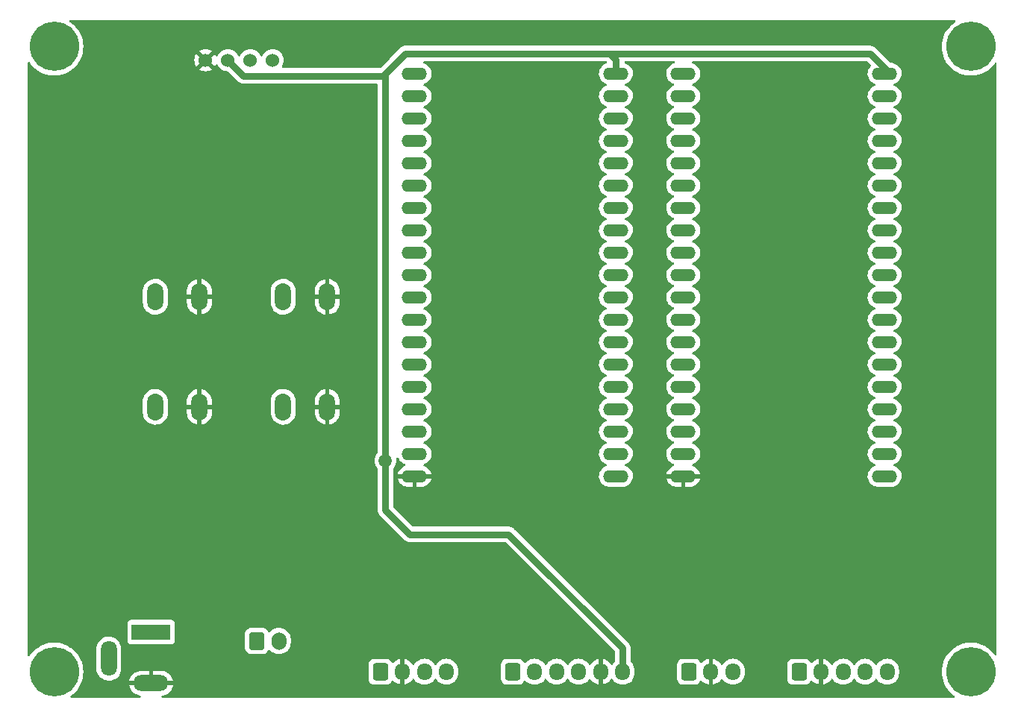
<source format=gbr>
%TF.GenerationSoftware,KiCad,Pcbnew,7.0.2*%
%TF.CreationDate,2023-09-15T09:46:50+02:00*%
%TF.ProjectId,opendaq_carrier_1.0,6f70656e-6461-4715-9f63-617272696572,rev?*%
%TF.SameCoordinates,Original*%
%TF.FileFunction,Copper,L2,Bot*%
%TF.FilePolarity,Positive*%
%FSLAX46Y46*%
G04 Gerber Fmt 4.6, Leading zero omitted, Abs format (unit mm)*
G04 Created by KiCad (PCBNEW 7.0.2) date 2023-09-15 09:46:50*
%MOMM*%
%LPD*%
G01*
G04 APERTURE LIST*
G04 Aperture macros list*
%AMRoundRect*
0 Rectangle with rounded corners*
0 $1 Rounding radius*
0 $2 $3 $4 $5 $6 $7 $8 $9 X,Y pos of 4 corners*
0 Add a 4 corners polygon primitive as box body*
4,1,4,$2,$3,$4,$5,$6,$7,$8,$9,$2,$3,0*
0 Add four circle primitives for the rounded corners*
1,1,$1+$1,$2,$3*
1,1,$1+$1,$4,$5*
1,1,$1+$1,$6,$7*
1,1,$1+$1,$8,$9*
0 Add four rect primitives between the rounded corners*
20,1,$1+$1,$2,$3,$4,$5,0*
20,1,$1+$1,$4,$5,$6,$7,0*
20,1,$1+$1,$6,$7,$8,$9,0*
20,1,$1+$1,$8,$9,$2,$3,0*%
G04 Aperture macros list end*
%TA.AperFunction,ComponentPad*%
%ADD10O,2.844800X1.422400*%
%TD*%
%TA.AperFunction,ComponentPad*%
%ADD11C,5.600000*%
%TD*%
%TA.AperFunction,ComponentPad*%
%ADD12O,1.850000X3.048000*%
%TD*%
%TA.AperFunction,ComponentPad*%
%ADD13RoundRect,0.250000X-0.600000X-0.725000X0.600000X-0.725000X0.600000X0.725000X-0.600000X0.725000X0*%
%TD*%
%TA.AperFunction,ComponentPad*%
%ADD14O,1.700000X1.950000*%
%TD*%
%TA.AperFunction,ComponentPad*%
%ADD15RoundRect,0.250000X-0.600000X-0.750000X0.600000X-0.750000X0.600000X0.750000X-0.600000X0.750000X0*%
%TD*%
%TA.AperFunction,ComponentPad*%
%ADD16O,1.700000X2.000000*%
%TD*%
%TA.AperFunction,ComponentPad*%
%ADD17C,1.524000*%
%TD*%
%TA.AperFunction,ComponentPad*%
%ADD18R,4.400000X1.800000*%
%TD*%
%TA.AperFunction,ComponentPad*%
%ADD19O,4.000000X1.800000*%
%TD*%
%TA.AperFunction,ComponentPad*%
%ADD20O,1.800000X4.000000*%
%TD*%
%TA.AperFunction,ViaPad*%
%ADD21C,1.500000*%
%TD*%
%TA.AperFunction,Conductor*%
%ADD22C,0.750000*%
%TD*%
%TA.AperFunction,Conductor*%
%ADD23C,0.000000*%
%TD*%
G04 APERTURE END LIST*
D10*
%TO.P,U2,3V3,3.3V*%
%TO.N,Net-(J4-Pin_1)*%
X189200000Y-97790000D03*
%TO.P,U2,EN,EN*%
%TO.N,unconnected-(U2-PadEN)*%
X189200000Y-95250000D03*
%TO.P,U2,GND@1,GND@1*%
%TO.N,unconnected-(U2-PadGND@1)*%
X189200000Y-64770000D03*
%TO.P,U2,GND@2,GND@2*%
%TO.N,GND*%
X166370000Y-97790000D03*
%TO.P,U2,GND@3,GND@3*%
%TO.N,unconnected-(U2-PadGND@3)*%
X166370000Y-82550000D03*
%TO.P,U2,GPIO0,GPIO0*%
%TO.N,unconnected-(U2-PadGPIO0)*%
X166370000Y-64770000D03*
%TO.P,U2,GPIO2,GPIO2*%
%TO.N,unconnected-(U2-PadGPIO2)*%
X166370000Y-62230000D03*
%TO.P,U2,GPIO4,GPIO4*%
%TO.N,unconnected-(U2-PadGPIO4)*%
X166370000Y-67310000D03*
%TO.P,U2,GPIO5,GPIO5*%
%TO.N,unconnected-(U2-PadGPIO5)*%
X166370000Y-74930000D03*
%TO.P,U2,GPIO6,GPIO6*%
%TO.N,unconnected-(U2-PadGPIO6)*%
X166370000Y-52070000D03*
%TO.P,U2,GPIO7,GPIO7*%
%TO.N,unconnected-(U2-PadGPIO7)*%
X166370000Y-54610000D03*
%TO.P,U2,GPIO8,GPIO8*%
%TO.N,unconnected-(U2-PadGPIO8)*%
X166370000Y-57150000D03*
%TO.P,U2,GPIO9,GPIO9*%
%TO.N,unconnected-(U2-PadGPIO9)*%
X189200000Y-59690000D03*
%TO.P,U2,GPIO10,GPIO10*%
%TO.N,unconnected-(U2-PadGPIO10)*%
X189200000Y-57150000D03*
%TO.P,U2,GPIO11,GPIO11*%
%TO.N,unconnected-(U2-PadGPIO11)*%
X189200000Y-54610000D03*
%TO.P,U2,GPIO12,GPIO12*%
%TO.N,unconnected-(U2-PadGPIO12)*%
X189200000Y-67310000D03*
%TO.P,U2,GPIO13,GPIO13*%
%TO.N,unconnected-(U2-PadGPIO13)*%
X189200000Y-62230000D03*
%TO.P,U2,GPIO14,GPIO14*%
%TO.N,unconnected-(U2-PadGPIO14)*%
X189200000Y-69850000D03*
%TO.P,U2,GPIO15,GPIO15*%
%TO.N,unconnected-(U2-PadGPIO15)*%
X166370000Y-59690000D03*
%TO.P,U2,GPIO16,GPIO16*%
%TO.N,TX*%
X166370000Y-69850000D03*
%TO.P,U2,GPIO17,GPIO17*%
%TO.N,RX*%
X166370000Y-72390000D03*
%TO.P,U2,GPIO18,GPIO18*%
%TO.N,unconnected-(U2-PadGPIO18)*%
X166370000Y-77470000D03*
%TO.P,U2,GPIO19,GPIO19*%
%TO.N,unconnected-(U2-PadGPIO19)*%
X166370000Y-80010000D03*
%TO.P,U2,GPIO21,GPIO21*%
%TO.N,Net-(J4-Pin_4)*%
X166370000Y-85090000D03*
%TO.P,U2,GPIO22,GPIO22*%
%TO.N,Net-(J4-Pin_3)*%
X166370000Y-92710000D03*
%TO.P,U2,GPIO23,GPIO23*%
%TO.N,unconnected-(U2-PadGPIO23)*%
X166370000Y-95250000D03*
%TO.P,U2,GPIO25,GPIO25*%
%TO.N,unconnected-(U2-PadGPIO25)*%
X189200000Y-77470000D03*
%TO.P,U2,GPIO26,GPIO26*%
%TO.N,unconnected-(U2-PadGPIO26)*%
X189200000Y-74930000D03*
%TO.P,U2,GPIO27,GPIO27*%
%TO.N,Net-(J4-Pin_5)*%
X189200000Y-72390000D03*
%TO.P,U2,GPIO32,GPIO32*%
%TO.N,unconnected-(U2-PadGPIO32)*%
X189200000Y-82550000D03*
%TO.P,U2,GPIO33,GPIO33*%
%TO.N,unconnected-(U2-PadGPIO33)*%
X189200000Y-80010000D03*
%TO.P,U2,GPIO34,GPIO34*%
%TO.N,unconnected-(U2-PadGPIO34)*%
X189200000Y-87630000D03*
%TO.P,U2,GPIO35,GPIO35*%
%TO.N,unconnected-(U2-PadGPIO35)*%
X189200000Y-85090000D03*
%TO.P,U2,GPIO36,GPIO36*%
%TO.N,unconnected-(U2-PadGPIO36)*%
X189200000Y-92710000D03*
%TO.P,U2,GPIO39,GPIO39*%
%TO.N,unconnected-(U2-PadGPIO39)*%
X189200000Y-90170000D03*
%TO.P,U2,RX0,RX0*%
%TO.N,unconnected-(U2-PadRX0)*%
X166370000Y-87630000D03*
%TO.P,U2,TX0,TX0*%
%TO.N,unconnected-(U2-PadTX0)*%
X166370000Y-90170000D03*
%TO.P,U2,VIN,VIN*%
%TO.N,VIN*%
X189200000Y-52070000D03*
%TD*%
D11*
%TO.P,H1,1*%
%TO.N,N/C*%
X95000000Y-49000000D03*
%TD*%
%TO.P,H3,1*%
%TO.N,N/C*%
X199000000Y-120000000D03*
%TD*%
D10*
%TO.P,U1,3V3,3.3V*%
%TO.N,Net-(J1-Pin_3)*%
X158720000Y-97790000D03*
%TO.P,U1,EN,EN*%
%TO.N,unconnected-(U1-PadEN)*%
X158720000Y-95250000D03*
%TO.P,U1,GND@1,GND@1*%
%TO.N,unconnected-(U1-PadGND@1)*%
X158720000Y-64770000D03*
%TO.P,U1,GND@2,GND@2*%
%TO.N,GND*%
X135890000Y-97790000D03*
%TO.P,U1,GND@3,GND@3*%
%TO.N,unconnected-(U1-PadGND@3)*%
X135890000Y-82550000D03*
%TO.P,U1,GPIO0,GPIO0*%
%TO.N,unconnected-(U1-PadGPIO0)*%
X135890000Y-64770000D03*
%TO.P,U1,GPIO2,GPIO2*%
%TO.N,unconnected-(U1-PadGPIO2)*%
X135890000Y-62230000D03*
%TO.P,U1,GPIO4,GPIO4*%
%TO.N,unconnected-(U1-PadGPIO4)*%
X135890000Y-67310000D03*
%TO.P,U1,GPIO5,GPIO5*%
%TO.N,unconnected-(U1-PadGPIO5)*%
X135890000Y-74930000D03*
%TO.P,U1,GPIO6,GPIO6*%
%TO.N,unconnected-(U1-PadGPIO6)*%
X135890000Y-52070000D03*
%TO.P,U1,GPIO7,GPIO7*%
%TO.N,unconnected-(U1-PadGPIO7)*%
X135890000Y-54610000D03*
%TO.P,U1,GPIO8,GPIO8*%
%TO.N,unconnected-(U1-PadGPIO8)*%
X135890000Y-57150000D03*
%TO.P,U1,GPIO9,GPIO9*%
%TO.N,unconnected-(U1-PadGPIO9)*%
X158720000Y-59690000D03*
%TO.P,U1,GPIO10,GPIO10*%
%TO.N,unconnected-(U1-PadGPIO10)*%
X158720000Y-57150000D03*
%TO.P,U1,GPIO11,GPIO11*%
%TO.N,unconnected-(U1-PadGPIO11)*%
X158720000Y-54610000D03*
%TO.P,U1,GPIO12,GPIO12*%
%TO.N,unconnected-(U1-PadGPIO12)*%
X158720000Y-67310000D03*
%TO.P,U1,GPIO13,GPIO13*%
%TO.N,unconnected-(U1-PadGPIO13)*%
X158720000Y-62230000D03*
%TO.P,U1,GPIO14,GPIO14*%
%TO.N,unconnected-(U1-PadGPIO14)*%
X158720000Y-69850000D03*
%TO.P,U1,GPIO15,GPIO15*%
%TO.N,unconnected-(U1-PadGPIO15)*%
X135890000Y-59690000D03*
%TO.P,U1,GPIO16,GPIO16*%
%TO.N,RX*%
X135890000Y-69850000D03*
%TO.P,U1,GPIO17,GPIO17*%
%TO.N,TX*%
X135890000Y-72390000D03*
%TO.P,U1,GPIO18,GPIO18*%
%TO.N,Net-(SW2-Pad1)*%
X135890000Y-77470000D03*
%TO.P,U1,GPIO19,GPIO19*%
%TO.N,Net-(SW1-Pad1)*%
X135890000Y-80010000D03*
%TO.P,U1,GPIO21,GPIO21*%
%TO.N,Net-(J3-Pin_4)*%
X135890000Y-85090000D03*
%TO.P,U1,GPIO22,GPIO22*%
%TO.N,Net-(J3-Pin_3)*%
X135890000Y-92710000D03*
%TO.P,U1,GPIO23,GPIO23*%
%TO.N,unconnected-(U1-PadGPIO23)*%
X135890000Y-95250000D03*
%TO.P,U1,GPIO25,GPIO25*%
%TO.N,unconnected-(U1-PadGPIO25)*%
X158720000Y-77470000D03*
%TO.P,U1,GPIO26,GPIO26*%
%TO.N,unconnected-(U1-PadGPIO26)*%
X158720000Y-74930000D03*
%TO.P,U1,GPIO27,GPIO27*%
%TO.N,unconnected-(U1-PadGPIO27)*%
X158720000Y-72390000D03*
%TO.P,U1,GPIO32,GPIO32*%
%TO.N,Net-(J5-Pin_2)*%
X158720000Y-82550000D03*
%TO.P,U1,GPIO33,GPIO33*%
%TO.N,Net-(J5-Pin_1)*%
X158720000Y-80010000D03*
%TO.P,U1,GPIO34,GPIO34*%
%TO.N,Net-(J5-Pin_4)*%
X158720000Y-87630000D03*
%TO.P,U1,GPIO35,GPIO35*%
%TO.N,Net-(J5-Pin_3)*%
X158720000Y-85090000D03*
%TO.P,U1,GPIO36,GPIO36*%
%TO.N,Net-(J1-Pin_1)*%
X158720000Y-92710000D03*
%TO.P,U1,GPIO39,GPIO39*%
%TO.N,unconnected-(U1-PadGPIO39)*%
X158720000Y-90170000D03*
%TO.P,U1,RX0,RX0*%
%TO.N,unconnected-(U1-PadRX0)*%
X135890000Y-87630000D03*
%TO.P,U1,TX0,TX0*%
%TO.N,unconnected-(U1-PadTX0)*%
X135890000Y-90170000D03*
%TO.P,U1,VIN,VIN*%
%TO.N,VIN*%
X158720000Y-52070000D03*
%TD*%
D12*
%TO.P,SW2,1,1*%
%TO.N,Net-(SW2-Pad1)*%
X120984000Y-89916000D03*
X120984000Y-77416000D03*
%TO.P,SW2,2,2*%
%TO.N,GND*%
X125984000Y-89916000D03*
X125984000Y-77416000D03*
%TD*%
D13*
%TO.P,J1,1,Pin_1*%
%TO.N,Net-(J1-Pin_1)*%
X167000000Y-120000000D03*
D14*
%TO.P,J1,2,Pin_2*%
%TO.N,GND*%
X169500000Y-120000000D03*
%TO.P,J1,3,Pin_3*%
%TO.N,Net-(J1-Pin_3)*%
X172000000Y-120000000D03*
%TD*%
D15*
%TO.P,J6,1,Pin_1*%
%TO.N,Net-(J6-Pin_1)*%
X118000000Y-116500000D03*
D16*
%TO.P,J6,2,Pin_2*%
%TO.N,Net-(J6-Pin_2)*%
X120500000Y-116500000D03*
%TD*%
D13*
%TO.P,J4,1,Pin_1*%
%TO.N,Net-(J4-Pin_1)*%
X179500000Y-120000000D03*
D14*
%TO.P,J4,2,Pin_2*%
%TO.N,GND*%
X182000000Y-120000000D03*
%TO.P,J4,3,Pin_3*%
%TO.N,Net-(J4-Pin_3)*%
X184500000Y-120000000D03*
%TO.P,J4,4,Pin_4*%
%TO.N,Net-(J4-Pin_4)*%
X187000000Y-120000000D03*
%TO.P,J4,5,Pin_5*%
%TO.N,Net-(J4-Pin_5)*%
X189500000Y-120000000D03*
%TD*%
D11*
%TO.P,H2,1*%
%TO.N,N/C*%
X95000000Y-120000000D03*
%TD*%
%TO.P,H4,1*%
%TO.N,N/C*%
X199000000Y-49000000D03*
%TD*%
D17*
%TO.P,U5,1,GND*%
%TO.N,GND*%
X112174000Y-50546000D03*
%TO.P,U5,2,Vcc*%
%TO.N,VIN*%
X114714000Y-50546000D03*
%TO.P,U5,3,SCL*%
%TO.N,Net-(J3-Pin_3)*%
X117254000Y-50546000D03*
%TO.P,U5,4,SDA*%
%TO.N,Net-(J3-Pin_4)*%
X119794000Y-50546000D03*
%TD*%
D14*
%TO.P,J5,6,Pin_6*%
%TO.N,VIN*%
X159500000Y-120000000D03*
%TO.P,J5,5,Pin_5*%
%TO.N,GND*%
X157000000Y-120000000D03*
%TO.P,J5,4,Pin_4*%
%TO.N,Net-(J5-Pin_4)*%
X154500000Y-120000000D03*
%TO.P,J5,3,Pin_3*%
%TO.N,Net-(J5-Pin_3)*%
X152000000Y-120000000D03*
%TO.P,J5,2,Pin_2*%
%TO.N,Net-(J5-Pin_2)*%
X149500000Y-120000000D03*
D13*
%TO.P,J5,1,Pin_1*%
%TO.N,Net-(J5-Pin_1)*%
X147000000Y-120000000D03*
%TD*%
%TO.P,J3,1,Pin_1*%
%TO.N,Net-(J1-Pin_3)*%
X132000000Y-120000000D03*
D14*
%TO.P,J3,2,Pin_2*%
%TO.N,GND*%
X134500000Y-120000000D03*
%TO.P,J3,3,Pin_3*%
%TO.N,Net-(J3-Pin_3)*%
X137000000Y-120000000D03*
%TO.P,J3,4,Pin_4*%
%TO.N,Net-(J3-Pin_4)*%
X139500000Y-120000000D03*
%TD*%
D12*
%TO.P,SW1,1,1*%
%TO.N,Net-(SW1-Pad1)*%
X106484000Y-89916000D03*
X106484000Y-77416000D03*
%TO.P,SW1,2,2*%
%TO.N,GND*%
X111484000Y-89916000D03*
X111484000Y-77416000D03*
%TD*%
D18*
%TO.P,J2,1*%
%TO.N,Net-(J6-Pin_1)*%
X106000000Y-115500000D03*
D19*
%TO.P,J2,2*%
%TO.N,GND*%
X106000000Y-121300000D03*
D20*
%TO.P,J2,3*%
%TO.N,unconnected-(J2-Pad3)*%
X101200000Y-118500000D03*
%TD*%
D21*
%TO.N,GND*%
X127000000Y-108966000D03*
X105410000Y-109220000D03*
%TO.N,VIN*%
X132588000Y-96012000D03*
%TD*%
D22*
%TO.N,VIN*%
X158000000Y-49784000D02*
X158720000Y-50504000D01*
X158000000Y-49784000D02*
X158996000Y-49784000D01*
X158720000Y-50504000D02*
X158720000Y-52070000D01*
X134874000Y-49784000D02*
X158000000Y-49784000D01*
X187579000Y-49784000D02*
X189865000Y-52070000D01*
X158996000Y-49784000D02*
X159000000Y-49788000D01*
X159000000Y-49788000D02*
X159004000Y-49784000D01*
X159004000Y-49784000D02*
X187579000Y-49784000D01*
X133604000Y-51054000D02*
X134874000Y-49784000D01*
D23*
%TO.N,GND*%
X103124000Y-109220000D02*
X105410000Y-109220000D01*
D22*
%TO.N,VIN*%
X132588000Y-96012000D02*
X132588000Y-101600000D01*
X132588000Y-52070000D02*
X133604000Y-51054000D01*
X146558000Y-104394000D02*
X159500000Y-117336000D01*
X135382000Y-104394000D02*
X146558000Y-104394000D01*
X132334000Y-52324000D02*
X133604000Y-51054000D01*
X114714000Y-50546000D02*
X116492000Y-52324000D01*
X159500000Y-117336000D02*
X159500000Y-120000000D01*
X116492000Y-52324000D02*
X132334000Y-52324000D01*
X132588000Y-101600000D02*
X135382000Y-104394000D01*
X189738000Y-51943000D02*
X189738000Y-52070000D01*
X132588000Y-96012000D02*
X132588000Y-52070000D01*
%TD*%
%TA.AperFunction,Conductor*%
%TO.N,GND*%
G36*
X197203785Y-46020185D02*
G01*
X197249540Y-46072989D01*
X197259484Y-46142147D01*
X197230459Y-46205703D01*
X197200675Y-46230750D01*
X197147958Y-46262468D01*
X197147945Y-46262476D01*
X197145081Y-46264200D01*
X197142423Y-46266220D01*
X197142412Y-46266228D01*
X196862822Y-46478767D01*
X196862814Y-46478773D01*
X196860163Y-46480789D01*
X196857739Y-46483084D01*
X196857732Y-46483091D01*
X196602769Y-46724604D01*
X196602754Y-46724619D01*
X196600332Y-46726914D01*
X196598169Y-46729459D01*
X196598158Y-46729472D01*
X196370808Y-46997130D01*
X196370802Y-46997137D01*
X196368635Y-46999689D01*
X196366755Y-47002461D01*
X196366748Y-47002471D01*
X196169679Y-47293126D01*
X196169671Y-47293138D01*
X196167789Y-47295915D01*
X196166214Y-47298885D01*
X196166212Y-47298889D01*
X196001722Y-47609148D01*
X196001717Y-47609157D01*
X196000147Y-47612120D01*
X195998906Y-47615232D01*
X195998902Y-47615243D01*
X195868924Y-47941464D01*
X195867676Y-47944597D01*
X195771929Y-48289448D01*
X195771388Y-48292747D01*
X195771384Y-48292766D01*
X195714573Y-48639302D01*
X195714028Y-48642629D01*
X195713846Y-48645979D01*
X195713845Y-48645992D01*
X195696964Y-48957358D01*
X195694652Y-49000000D01*
X195694834Y-49003356D01*
X195713845Y-49354007D01*
X195713846Y-49354018D01*
X195714028Y-49357371D01*
X195714572Y-49360692D01*
X195714573Y-49360697D01*
X195771384Y-49707233D01*
X195771387Y-49707248D01*
X195771929Y-49710552D01*
X195772827Y-49713789D01*
X195772828Y-49713790D01*
X195863729Y-50041189D01*
X195867676Y-50055403D01*
X195868924Y-50058535D01*
X195992066Y-50367600D01*
X196000147Y-50387880D01*
X196167789Y-50704085D01*
X196169676Y-50706868D01*
X196169679Y-50706873D01*
X196366748Y-50997528D01*
X196368635Y-51000311D01*
X196370808Y-51002869D01*
X196563101Y-51229255D01*
X196600332Y-51273086D01*
X196602763Y-51275389D01*
X196602769Y-51275395D01*
X196720959Y-51387350D01*
X196860163Y-51519211D01*
X197145081Y-51735800D01*
X197451747Y-51920315D01*
X197776565Y-52070591D01*
X198115726Y-52184868D01*
X198465254Y-52261805D01*
X198821052Y-52300500D01*
X198824410Y-52300500D01*
X199175590Y-52300500D01*
X199178948Y-52300500D01*
X199534746Y-52261805D01*
X199884274Y-52184868D01*
X200223435Y-52070591D01*
X200548253Y-51920315D01*
X200854919Y-51735800D01*
X201139837Y-51519211D01*
X201399668Y-51273086D01*
X201631365Y-51000311D01*
X201703369Y-50894112D01*
X201757280Y-50849674D01*
X201826663Y-50841436D01*
X201889485Y-50872016D01*
X201925801Y-50931706D01*
X201930000Y-50963702D01*
X201930000Y-118036297D01*
X201910315Y-118103336D01*
X201857511Y-118149091D01*
X201788353Y-118159035D01*
X201724797Y-118130010D01*
X201703367Y-118105884D01*
X201633251Y-118002471D01*
X201631365Y-117999689D01*
X201399668Y-117726914D01*
X201397235Y-117724609D01*
X201397230Y-117724604D01*
X201142267Y-117483091D01*
X201139837Y-117480789D01*
X200854919Y-117264200D01*
X200852045Y-117262471D01*
X200852041Y-117262468D01*
X200551135Y-117081419D01*
X200551134Y-117081418D01*
X200548253Y-117079685D01*
X200545197Y-117078271D01*
X200226490Y-116930822D01*
X200226483Y-116930819D01*
X200223435Y-116929409D01*
X200092842Y-116885407D01*
X199887457Y-116816204D01*
X199887448Y-116816201D01*
X199884274Y-116815132D01*
X199881006Y-116814412D01*
X199880993Y-116814409D01*
X199538033Y-116738918D01*
X199538023Y-116738916D01*
X199534746Y-116738195D01*
X199265987Y-116708966D01*
X199182286Y-116699863D01*
X199182285Y-116699862D01*
X199178948Y-116699500D01*
X198821052Y-116699500D01*
X198817715Y-116699862D01*
X198817713Y-116699863D01*
X198468600Y-116737831D01*
X198468598Y-116737831D01*
X198465254Y-116738195D01*
X198461979Y-116738915D01*
X198461966Y-116738918D01*
X198119006Y-116814409D01*
X198118988Y-116814413D01*
X198115726Y-116815132D01*
X198112555Y-116816200D01*
X198112542Y-116816204D01*
X197779752Y-116928335D01*
X197779749Y-116928336D01*
X197776565Y-116929409D01*
X197773522Y-116930816D01*
X197773509Y-116930822D01*
X197454802Y-117078271D01*
X197454792Y-117078275D01*
X197451747Y-117079685D01*
X197448873Y-117081414D01*
X197448864Y-117081419D01*
X197147958Y-117262468D01*
X197147945Y-117262476D01*
X197145081Y-117264200D01*
X197142423Y-117266220D01*
X197142412Y-117266228D01*
X196862822Y-117478767D01*
X196862814Y-117478773D01*
X196860163Y-117480789D01*
X196857739Y-117483084D01*
X196857732Y-117483091D01*
X196602769Y-117724604D01*
X196602754Y-117724619D01*
X196600332Y-117726914D01*
X196598169Y-117729459D01*
X196598158Y-117729472D01*
X196370808Y-117997130D01*
X196370802Y-117997137D01*
X196368635Y-117999689D01*
X196366755Y-118002461D01*
X196366748Y-118002471D01*
X196169679Y-118293126D01*
X196169671Y-118293138D01*
X196167789Y-118295915D01*
X196166214Y-118298885D01*
X196166212Y-118298889D01*
X196001722Y-118609148D01*
X196001717Y-118609157D01*
X196000147Y-118612120D01*
X195998906Y-118615232D01*
X195998902Y-118615243D01*
X195868924Y-118941464D01*
X195867676Y-118944597D01*
X195866775Y-118947841D01*
X195866773Y-118947848D01*
X195790695Y-119221858D01*
X195771929Y-119289448D01*
X195771388Y-119292747D01*
X195771384Y-119292766D01*
X195751946Y-119411337D01*
X195714028Y-119642629D01*
X195713846Y-119645979D01*
X195713845Y-119645992D01*
X195698355Y-119931705D01*
X195694652Y-120000000D01*
X195694834Y-120003356D01*
X195713845Y-120354007D01*
X195713846Y-120354018D01*
X195714028Y-120357371D01*
X195714572Y-120360692D01*
X195714573Y-120360697D01*
X195771384Y-120707233D01*
X195771387Y-120707248D01*
X195771929Y-120710552D01*
X195772827Y-120713789D01*
X195772828Y-120713790D01*
X195862966Y-121038441D01*
X195867676Y-121055403D01*
X195868924Y-121058535D01*
X195972189Y-121317712D01*
X196000147Y-121387880D01*
X196001721Y-121390849D01*
X196001722Y-121390851D01*
X196036068Y-121455634D01*
X196167789Y-121704085D01*
X196169676Y-121706868D01*
X196169679Y-121706873D01*
X196249016Y-121823886D01*
X196368635Y-122000311D01*
X196600332Y-122273086D01*
X196602763Y-122275389D01*
X196602769Y-122275395D01*
X196643940Y-122314394D01*
X196860163Y-122519211D01*
X197078059Y-122684851D01*
X197115462Y-122713284D01*
X197156919Y-122769526D01*
X197161388Y-122839252D01*
X197127451Y-122900326D01*
X197065883Y-122933358D01*
X197040420Y-122936000D01*
X107305725Y-122936000D01*
X107238686Y-122916315D01*
X107192931Y-122863511D01*
X107182987Y-122794353D01*
X107212012Y-122730797D01*
X107270790Y-122693023D01*
X107295209Y-122688447D01*
X107337455Y-122684851D01*
X107568083Y-122624801D01*
X107785241Y-122526639D01*
X107982687Y-122393188D01*
X108154741Y-122228288D01*
X108296450Y-122036684D01*
X108403741Y-121823886D01*
X108473525Y-121596017D01*
X108479418Y-121550000D01*
X107415686Y-121550000D01*
X107427641Y-121538045D01*
X107485165Y-121425148D01*
X107504986Y-121300000D01*
X107485165Y-121174852D01*
X107427641Y-121061955D01*
X107415686Y-121050000D01*
X108478266Y-121050000D01*
X108478265Y-121049999D01*
X108443473Y-120888565D01*
X108396584Y-120771878D01*
X130649500Y-120771878D01*
X130649501Y-120775008D01*
X130649820Y-120778140D01*
X130649821Y-120778141D01*
X130660000Y-120877796D01*
X130715186Y-121044334D01*
X130807288Y-121193657D01*
X130931342Y-121317711D01*
X130931344Y-121317712D01*
X131080666Y-121409814D01*
X131192017Y-121446712D01*
X131247202Y-121464999D01*
X131346858Y-121475180D01*
X131346859Y-121475180D01*
X131349991Y-121475500D01*
X132650008Y-121475499D01*
X132752797Y-121464999D01*
X132919334Y-121409814D01*
X133068656Y-121317712D01*
X133192712Y-121193656D01*
X133284814Y-121044334D01*
X133284814Y-121044331D01*
X133288448Y-121038441D01*
X133340395Y-120991716D01*
X133409358Y-120980493D01*
X133473440Y-121008336D01*
X133481668Y-121015856D01*
X133628918Y-121163106D01*
X133822423Y-121298600D01*
X134036509Y-121398430D01*
X134250000Y-121455634D01*
X134250000Y-120408018D01*
X134364801Y-120460446D01*
X134466025Y-120475000D01*
X134533975Y-120475000D01*
X134635199Y-120460446D01*
X134750000Y-120408018D01*
X134750000Y-121455633D01*
X134963490Y-121398430D01*
X135177578Y-121298599D01*
X135371078Y-121163109D01*
X135538109Y-120996078D01*
X135648119Y-120838968D01*
X135702696Y-120795343D01*
X135772194Y-120788149D01*
X135834549Y-120819672D01*
X135851268Y-120838966D01*
X135961505Y-120996401D01*
X136128599Y-121163495D01*
X136322170Y-121299035D01*
X136536337Y-121398903D01*
X136764592Y-121460063D01*
X137000000Y-121480659D01*
X137235408Y-121460063D01*
X137463663Y-121398903D01*
X137677829Y-121299035D01*
X137871401Y-121163495D01*
X138038495Y-120996401D01*
X138148426Y-120839401D01*
X138203002Y-120795778D01*
X138272500Y-120788584D01*
X138334855Y-120820107D01*
X138351571Y-120839398D01*
X138461505Y-120996401D01*
X138628599Y-121163495D01*
X138822170Y-121299035D01*
X139036337Y-121398903D01*
X139264592Y-121460063D01*
X139500000Y-121480659D01*
X139735408Y-121460063D01*
X139963663Y-121398903D01*
X140177829Y-121299035D01*
X140371401Y-121163495D01*
X140538495Y-120996401D01*
X140674035Y-120802829D01*
X140773903Y-120588663D01*
X140835063Y-120360408D01*
X140850500Y-120183966D01*
X140850500Y-119816034D01*
X140835063Y-119639592D01*
X140773903Y-119411337D01*
X140674035Y-119197171D01*
X140538495Y-119003599D01*
X140371401Y-118836505D01*
X140177830Y-118700965D01*
X139963663Y-118601097D01*
X139902501Y-118584709D01*
X139735407Y-118539936D01*
X139500000Y-118519340D01*
X139264592Y-118539936D01*
X139036336Y-118601097D01*
X138822170Y-118700965D01*
X138628598Y-118836505D01*
X138461505Y-119003598D01*
X138351575Y-119160596D01*
X138296998Y-119204221D01*
X138227500Y-119211415D01*
X138165145Y-119179892D01*
X138148425Y-119160596D01*
X138044828Y-119012644D01*
X138038495Y-119003599D01*
X137871401Y-118836505D01*
X137677830Y-118700965D01*
X137463663Y-118601097D01*
X137402502Y-118584709D01*
X137235407Y-118539936D01*
X137000000Y-118519340D01*
X136764592Y-118539936D01*
X136536336Y-118601097D01*
X136322170Y-118700965D01*
X136128598Y-118836505D01*
X135961508Y-119003595D01*
X135961505Y-119003598D01*
X135961505Y-119003599D01*
X135955172Y-119012644D01*
X135851269Y-119161033D01*
X135796692Y-119204657D01*
X135727193Y-119211850D01*
X135664839Y-119180328D01*
X135648119Y-119161032D01*
X135538109Y-119003921D01*
X135371081Y-118836893D01*
X135177576Y-118701399D01*
X134963492Y-118601569D01*
X134750000Y-118544364D01*
X134750000Y-119591981D01*
X134635199Y-119539554D01*
X134533975Y-119525000D01*
X134466025Y-119525000D01*
X134364801Y-119539554D01*
X134250000Y-119591981D01*
X134250000Y-118544364D01*
X134249999Y-118544364D01*
X134036507Y-118601569D01*
X133822421Y-118701400D01*
X133628924Y-118836888D01*
X133481668Y-118984144D01*
X133420345Y-119017628D01*
X133350653Y-119012644D01*
X133294720Y-118970772D01*
X133288448Y-118961558D01*
X133277986Y-118944597D01*
X133192712Y-118806344D01*
X133192711Y-118806342D01*
X133068657Y-118682288D01*
X132919334Y-118590186D01*
X132752797Y-118535000D01*
X132653141Y-118524819D01*
X132653122Y-118524818D01*
X132650009Y-118524500D01*
X132646860Y-118524500D01*
X131353140Y-118524500D01*
X131353120Y-118524500D01*
X131349992Y-118524501D01*
X131346860Y-118524820D01*
X131346858Y-118524821D01*
X131247203Y-118535000D01*
X131080665Y-118590186D01*
X130931342Y-118682288D01*
X130807288Y-118806342D01*
X130715186Y-118955665D01*
X130660000Y-119122202D01*
X130649819Y-119221858D01*
X130649817Y-119221878D01*
X130649500Y-119224991D01*
X130649500Y-119228138D01*
X130649500Y-119228139D01*
X130649500Y-120771859D01*
X130649500Y-120771878D01*
X108396584Y-120771878D01*
X108354616Y-120667437D01*
X108229664Y-120464502D01*
X108072215Y-120285605D01*
X107886800Y-120135893D01*
X107678749Y-120019667D01*
X107454042Y-119940273D01*
X107219160Y-119900000D01*
X106250000Y-119900000D01*
X106250000Y-120900000D01*
X105750000Y-120900000D01*
X105750000Y-119900000D01*
X104843158Y-119900000D01*
X104837902Y-119900223D01*
X104662544Y-119915148D01*
X104431916Y-119975198D01*
X104214758Y-120073360D01*
X104017312Y-120206811D01*
X103845258Y-120371711D01*
X103703549Y-120563315D01*
X103596258Y-120776113D01*
X103526474Y-121003982D01*
X103520582Y-121050000D01*
X104584314Y-121050000D01*
X104572359Y-121061955D01*
X104514835Y-121174852D01*
X104495014Y-121300000D01*
X104514835Y-121425148D01*
X104572359Y-121538045D01*
X104584314Y-121550000D01*
X103521734Y-121550000D01*
X103556526Y-121711434D01*
X103645383Y-121932562D01*
X103770335Y-122135497D01*
X103927784Y-122314394D01*
X104113199Y-122464106D01*
X104321250Y-122580332D01*
X104545957Y-122659726D01*
X104721259Y-122689784D01*
X104784007Y-122720515D01*
X104820180Y-122780292D01*
X104818293Y-122850136D01*
X104778945Y-122907872D01*
X104714628Y-122935170D01*
X104700303Y-122936000D01*
X96959580Y-122936000D01*
X96892541Y-122916315D01*
X96846786Y-122863511D01*
X96836842Y-122794353D01*
X96865867Y-122730797D01*
X96884538Y-122713284D01*
X96915452Y-122689784D01*
X97139837Y-122519211D01*
X97399668Y-122273086D01*
X97631365Y-122000311D01*
X97832211Y-121704085D01*
X97999853Y-121387880D01*
X98132324Y-121055403D01*
X98228071Y-120710552D01*
X98285972Y-120357371D01*
X98305348Y-120000000D01*
X98285972Y-119642629D01*
X98228071Y-119289448D01*
X98132324Y-118944597D01*
X97999853Y-118612120D01*
X97832211Y-118295915D01*
X97631365Y-117999689D01*
X97399668Y-117726914D01*
X97397235Y-117724609D01*
X97397230Y-117724604D01*
X97142267Y-117483091D01*
X97139837Y-117480789D01*
X96876752Y-117280797D01*
X99799499Y-117280797D01*
X99799500Y-118519340D01*
X99799500Y-119659497D01*
X99799722Y-119662113D01*
X99799723Y-119662121D01*
X99814653Y-119837539D01*
X99874724Y-120068250D01*
X99972922Y-120285485D01*
X100093917Y-120464502D01*
X100106421Y-120483003D01*
X100271379Y-120655118D01*
X100463053Y-120796879D01*
X100675926Y-120904207D01*
X100903877Y-120974016D01*
X101140346Y-121004298D01*
X101378532Y-120994180D01*
X101611581Y-120943954D01*
X101832790Y-120855064D01*
X102035795Y-120730069D01*
X102214755Y-120572564D01*
X102364523Y-120387080D01*
X102480790Y-120178954D01*
X102560211Y-119954171D01*
X102564064Y-119931705D01*
X102600500Y-119719202D01*
X102600500Y-117343134D01*
X102600500Y-117340503D01*
X102596787Y-117296878D01*
X116649500Y-117296878D01*
X116649501Y-117300008D01*
X116649820Y-117303140D01*
X116649821Y-117303141D01*
X116660000Y-117402796D01*
X116715186Y-117569334D01*
X116807288Y-117718657D01*
X116931342Y-117842711D01*
X116931344Y-117842712D01*
X117080666Y-117934814D01*
X117192016Y-117971712D01*
X117247202Y-117989999D01*
X117346858Y-118000180D01*
X117346859Y-118000180D01*
X117349991Y-118000500D01*
X118650008Y-118000499D01*
X118752797Y-117989999D01*
X118919334Y-117934814D01*
X119068656Y-117842712D01*
X119192712Y-117718656D01*
X119284814Y-117569334D01*
X119284814Y-117569331D01*
X119288178Y-117563879D01*
X119340125Y-117517154D01*
X119409088Y-117505931D01*
X119473170Y-117533774D01*
X119481398Y-117541294D01*
X119628599Y-117688495D01*
X119822170Y-117824035D01*
X120036337Y-117923903D01*
X120264592Y-117985063D01*
X120500000Y-118005659D01*
X120735408Y-117985063D01*
X120963663Y-117923903D01*
X121177829Y-117824035D01*
X121371401Y-117688495D01*
X121538495Y-117521401D01*
X121674035Y-117327829D01*
X121773903Y-117113663D01*
X121835063Y-116885408D01*
X121850500Y-116708966D01*
X121850500Y-116291034D01*
X121835063Y-116114592D01*
X121773903Y-115886337D01*
X121674035Y-115672171D01*
X121538495Y-115478599D01*
X121371401Y-115311505D01*
X121177830Y-115175965D01*
X120963663Y-115076097D01*
X120902502Y-115059709D01*
X120735407Y-115014936D01*
X120500000Y-114994340D01*
X120264592Y-115014936D01*
X120036336Y-115076097D01*
X119822170Y-115175965D01*
X119628601Y-115311503D01*
X119481398Y-115458706D01*
X119420075Y-115492190D01*
X119350383Y-115487206D01*
X119294450Y-115445334D01*
X119288178Y-115436120D01*
X119192711Y-115281342D01*
X119068657Y-115157288D01*
X118919334Y-115065186D01*
X118752797Y-115010000D01*
X118653141Y-114999819D01*
X118653122Y-114999818D01*
X118650009Y-114999500D01*
X118646860Y-114999500D01*
X117353140Y-114999500D01*
X117353120Y-114999500D01*
X117349992Y-114999501D01*
X117346860Y-114999820D01*
X117346858Y-114999821D01*
X117247203Y-115010000D01*
X117080665Y-115065186D01*
X116931342Y-115157288D01*
X116807288Y-115281342D01*
X116715186Y-115430665D01*
X116660000Y-115597202D01*
X116649819Y-115696858D01*
X116649817Y-115696878D01*
X116649500Y-115699991D01*
X116649500Y-115703138D01*
X116649500Y-115703139D01*
X116649500Y-117296859D01*
X116649500Y-117296878D01*
X102596787Y-117296878D01*
X102585346Y-117162459D01*
X102563425Y-117078271D01*
X102525275Y-116931749D01*
X102427077Y-116714514D01*
X102293579Y-116516997D01*
X102224171Y-116444578D01*
X103299500Y-116444578D01*
X103299501Y-116447872D01*
X103305909Y-116507483D01*
X103356204Y-116642331D01*
X103442454Y-116757546D01*
X103557669Y-116843796D01*
X103692517Y-116894091D01*
X103752127Y-116900500D01*
X108247872Y-116900499D01*
X108307483Y-116894091D01*
X108442331Y-116843796D01*
X108557546Y-116757546D01*
X108643796Y-116642331D01*
X108694091Y-116507483D01*
X108700500Y-116447873D01*
X108700499Y-114552128D01*
X108694091Y-114492517D01*
X108643796Y-114357669D01*
X108557546Y-114242454D01*
X108442331Y-114156204D01*
X108307483Y-114105909D01*
X108247873Y-114099500D01*
X108244550Y-114099500D01*
X103755439Y-114099500D01*
X103755420Y-114099500D01*
X103752128Y-114099501D01*
X103748848Y-114099853D01*
X103748840Y-114099854D01*
X103692515Y-114105909D01*
X103557669Y-114156204D01*
X103442454Y-114242454D01*
X103356204Y-114357668D01*
X103305910Y-114492515D01*
X103305909Y-114492517D01*
X103299500Y-114552127D01*
X103299500Y-114555448D01*
X103299500Y-114555449D01*
X103299500Y-116444560D01*
X103299500Y-116444578D01*
X102224171Y-116444578D01*
X102128620Y-116344881D01*
X101936947Y-116203121D01*
X101724074Y-116095793D01*
X101496123Y-116025984D01*
X101496122Y-116025984D01*
X101259654Y-115995702D01*
X101259650Y-115995702D01*
X101259649Y-115995702D01*
X101021470Y-116005819D01*
X100788418Y-116056046D01*
X100567211Y-116144935D01*
X100364203Y-116269932D01*
X100185243Y-116427437D01*
X100035480Y-116612914D01*
X99919208Y-116821048D01*
X99839787Y-117045831D01*
X99799499Y-117280797D01*
X96876752Y-117280797D01*
X96854919Y-117264200D01*
X96852045Y-117262471D01*
X96852041Y-117262468D01*
X96551135Y-117081419D01*
X96551134Y-117081418D01*
X96548253Y-117079685D01*
X96545197Y-117078271D01*
X96226490Y-116930822D01*
X96226483Y-116930819D01*
X96223435Y-116929409D01*
X96092842Y-116885407D01*
X95887457Y-116816204D01*
X95887448Y-116816201D01*
X95884274Y-116815132D01*
X95881006Y-116814412D01*
X95880993Y-116814409D01*
X95538033Y-116738918D01*
X95538023Y-116738916D01*
X95534746Y-116738195D01*
X95265987Y-116708966D01*
X95182286Y-116699863D01*
X95182285Y-116699862D01*
X95178948Y-116699500D01*
X94821052Y-116699500D01*
X94817715Y-116699862D01*
X94817713Y-116699863D01*
X94468600Y-116737831D01*
X94468598Y-116737831D01*
X94465254Y-116738195D01*
X94461979Y-116738915D01*
X94461966Y-116738918D01*
X94119006Y-116814409D01*
X94118988Y-116814413D01*
X94115726Y-116815132D01*
X94112555Y-116816200D01*
X94112542Y-116816204D01*
X93779752Y-116928335D01*
X93779749Y-116928336D01*
X93776565Y-116929409D01*
X93773522Y-116930816D01*
X93773509Y-116930822D01*
X93454802Y-117078271D01*
X93454792Y-117078275D01*
X93451747Y-117079685D01*
X93448873Y-117081414D01*
X93448864Y-117081419D01*
X93147958Y-117262468D01*
X93147945Y-117262476D01*
X93145081Y-117264200D01*
X93142423Y-117266220D01*
X93142412Y-117266228D01*
X92862822Y-117478767D01*
X92862814Y-117478773D01*
X92860163Y-117480789D01*
X92857739Y-117483084D01*
X92857732Y-117483091D01*
X92602769Y-117724604D01*
X92602754Y-117724619D01*
X92600332Y-117726914D01*
X92598169Y-117729459D01*
X92598158Y-117729472D01*
X92370808Y-117997130D01*
X92370802Y-117997137D01*
X92368635Y-117999689D01*
X92366755Y-118002461D01*
X92366748Y-118002471D01*
X92227133Y-118208389D01*
X92173219Y-118252830D01*
X92103837Y-118261068D01*
X92041015Y-118230488D01*
X92004699Y-118170797D01*
X92000500Y-118138802D01*
X92000500Y-89195669D01*
X105058499Y-89195669D01*
X105058500Y-89899279D01*
X105058500Y-90575554D01*
X105058722Y-90578158D01*
X105058723Y-90578178D01*
X105073924Y-90756780D01*
X105135068Y-90991609D01*
X105235018Y-91212722D01*
X105349228Y-91381700D01*
X105370900Y-91413765D01*
X105538803Y-91588952D01*
X105733898Y-91733244D01*
X105950571Y-91842488D01*
X106182591Y-91913543D01*
X106423281Y-91944365D01*
X106665719Y-91934066D01*
X106902928Y-91882944D01*
X107128086Y-91792468D01*
X107334714Y-91665242D01*
X107516869Y-91504925D01*
X107669311Y-91316130D01*
X107787653Y-91104288D01*
X107868491Y-90875493D01*
X107868514Y-90875364D01*
X107909500Y-90636330D01*
X107909500Y-89259077D01*
X107909500Y-89256446D01*
X107904331Y-89195712D01*
X110058999Y-89195712D01*
X110059000Y-89666000D01*
X110883272Y-89666000D01*
X110860900Y-89713543D01*
X110830127Y-89874862D01*
X110840439Y-90038766D01*
X110881780Y-90166000D01*
X110059000Y-90166000D01*
X110059000Y-90572901D01*
X110059223Y-90578158D01*
X110074418Y-90756693D01*
X110135543Y-90991443D01*
X110235456Y-91212477D01*
X110371290Y-91413449D01*
X110539135Y-91588575D01*
X110734160Y-91732815D01*
X110950758Y-91842021D01*
X111182698Y-91913052D01*
X111234000Y-91919621D01*
X111234000Y-90520310D01*
X111242817Y-90525158D01*
X111401886Y-90566000D01*
X111524894Y-90566000D01*
X111646933Y-90550583D01*
X111734000Y-90516110D01*
X111734000Y-91918838D01*
X111902782Y-91882464D01*
X112127856Y-91792021D01*
X112334413Y-91664838D01*
X112516511Y-91504573D01*
X112668893Y-91315852D01*
X112787195Y-91104080D01*
X112868006Y-90875364D01*
X112909000Y-90636287D01*
X112909000Y-90166000D01*
X112084728Y-90166000D01*
X112107100Y-90118457D01*
X112137873Y-89957138D01*
X112127561Y-89793234D01*
X112086220Y-89666000D01*
X112909000Y-89666000D01*
X112909000Y-89259098D01*
X112908776Y-89253841D01*
X112903825Y-89195669D01*
X119558499Y-89195669D01*
X119558500Y-89899279D01*
X119558500Y-90575554D01*
X119558722Y-90578158D01*
X119558723Y-90578178D01*
X119573924Y-90756780D01*
X119635068Y-90991609D01*
X119735018Y-91212722D01*
X119849228Y-91381700D01*
X119870900Y-91413765D01*
X120038803Y-91588952D01*
X120233898Y-91733244D01*
X120450571Y-91842488D01*
X120682591Y-91913543D01*
X120923281Y-91944365D01*
X121165719Y-91934066D01*
X121402928Y-91882944D01*
X121628086Y-91792468D01*
X121834714Y-91665242D01*
X122016869Y-91504925D01*
X122169311Y-91316130D01*
X122287653Y-91104288D01*
X122368491Y-90875493D01*
X122368514Y-90875364D01*
X122409500Y-90636330D01*
X122409500Y-89665999D01*
X124558999Y-89665999D01*
X124559000Y-89666000D01*
X125383272Y-89666000D01*
X125360900Y-89713543D01*
X125330127Y-89874862D01*
X125340439Y-90038766D01*
X125381780Y-90166000D01*
X124559000Y-90166000D01*
X124559000Y-90572901D01*
X124559223Y-90578158D01*
X124574418Y-90756693D01*
X124635543Y-90991443D01*
X124735456Y-91212477D01*
X124871290Y-91413449D01*
X125039135Y-91588575D01*
X125234160Y-91732815D01*
X125450758Y-91842021D01*
X125682698Y-91913052D01*
X125734000Y-91919621D01*
X125734000Y-90520310D01*
X125742817Y-90525158D01*
X125901886Y-90566000D01*
X126024894Y-90566000D01*
X126146933Y-90550583D01*
X126234000Y-90516110D01*
X126234000Y-91918838D01*
X126402782Y-91882464D01*
X126627856Y-91792021D01*
X126834413Y-91664838D01*
X127016511Y-91504573D01*
X127168893Y-91315852D01*
X127287195Y-91104080D01*
X127368006Y-90875364D01*
X127409000Y-90636287D01*
X127409000Y-90166000D01*
X126584728Y-90166000D01*
X126607100Y-90118457D01*
X126637873Y-89957138D01*
X126627561Y-89793234D01*
X126586220Y-89666000D01*
X127409000Y-89666000D01*
X127409000Y-89259098D01*
X127408776Y-89253841D01*
X127393581Y-89075306D01*
X127332456Y-88840556D01*
X127232543Y-88619522D01*
X127096709Y-88418550D01*
X126928864Y-88243424D01*
X126733839Y-88099184D01*
X126517243Y-87989979D01*
X126285296Y-87918945D01*
X126234000Y-87912376D01*
X126234000Y-89311689D01*
X126225183Y-89306842D01*
X126066114Y-89266000D01*
X125943106Y-89266000D01*
X125821067Y-89281417D01*
X125734000Y-89315889D01*
X125734000Y-87913161D01*
X125565216Y-87949536D01*
X125340143Y-88039978D01*
X125133586Y-88167161D01*
X124951488Y-88327426D01*
X124799106Y-88516147D01*
X124680804Y-88727919D01*
X124599993Y-88956635D01*
X124559000Y-89195712D01*
X124558999Y-89665999D01*
X122409500Y-89665999D01*
X122409500Y-89259077D01*
X122409500Y-89256446D01*
X122394075Y-89075218D01*
X122350753Y-88908837D01*
X122332931Y-88840390D01*
X122232981Y-88619277D01*
X122097100Y-88418235D01*
X121929196Y-88243047D01*
X121734102Y-88098756D01*
X121517429Y-87989512D01*
X121285409Y-87918457D01*
X121244052Y-87913161D01*
X121044719Y-87887635D01*
X121044715Y-87887635D01*
X120802283Y-87897933D01*
X120565069Y-87949056D01*
X120339917Y-88039530D01*
X120133284Y-88166759D01*
X119951131Y-88327074D01*
X119798688Y-88515869D01*
X119680346Y-88727712D01*
X119599507Y-88956509D01*
X119558499Y-89195669D01*
X112903825Y-89195669D01*
X112893581Y-89075306D01*
X112832456Y-88840556D01*
X112732543Y-88619522D01*
X112596709Y-88418550D01*
X112428864Y-88243424D01*
X112233839Y-88099184D01*
X112017243Y-87989979D01*
X111785296Y-87918945D01*
X111734000Y-87912376D01*
X111734000Y-89311689D01*
X111725183Y-89306842D01*
X111566114Y-89266000D01*
X111443106Y-89266000D01*
X111321067Y-89281417D01*
X111234000Y-89315889D01*
X111234000Y-87913161D01*
X111065216Y-87949536D01*
X110840143Y-88039978D01*
X110633586Y-88167161D01*
X110451488Y-88327426D01*
X110299106Y-88516147D01*
X110180804Y-88727919D01*
X110099993Y-88956635D01*
X110058999Y-89195712D01*
X107904331Y-89195712D01*
X107894075Y-89075218D01*
X107850753Y-88908837D01*
X107832931Y-88840390D01*
X107732981Y-88619277D01*
X107597100Y-88418235D01*
X107429196Y-88243047D01*
X107234102Y-88098756D01*
X107017429Y-87989512D01*
X106785409Y-87918457D01*
X106744052Y-87913161D01*
X106544719Y-87887635D01*
X106544715Y-87887635D01*
X106302283Y-87897933D01*
X106065069Y-87949056D01*
X105839917Y-88039530D01*
X105633284Y-88166759D01*
X105451131Y-88327074D01*
X105298688Y-88515869D01*
X105180346Y-88727712D01*
X105099507Y-88956509D01*
X105058499Y-89195669D01*
X92000500Y-89195669D01*
X92000500Y-76695669D01*
X105058499Y-76695669D01*
X105058500Y-77415418D01*
X105058500Y-78075554D01*
X105058722Y-78078158D01*
X105058723Y-78078178D01*
X105073924Y-78256780D01*
X105135068Y-78491609D01*
X105235018Y-78712722D01*
X105341982Y-78870979D01*
X105370900Y-78913765D01*
X105538803Y-79088952D01*
X105733898Y-79233244D01*
X105950571Y-79342488D01*
X106182591Y-79413543D01*
X106423281Y-79444365D01*
X106665719Y-79434066D01*
X106902928Y-79382944D01*
X107128086Y-79292468D01*
X107334714Y-79165242D01*
X107516869Y-79004925D01*
X107669311Y-78816130D01*
X107787653Y-78604288D01*
X107868491Y-78375493D01*
X107868514Y-78375364D01*
X107909500Y-78136330D01*
X107909500Y-76759077D01*
X107909500Y-76756446D01*
X107904331Y-76695712D01*
X110058999Y-76695712D01*
X110059000Y-77165999D01*
X110059000Y-77166000D01*
X110883272Y-77166000D01*
X110860900Y-77213543D01*
X110830127Y-77374862D01*
X110840439Y-77538766D01*
X110881780Y-77666000D01*
X110059000Y-77666000D01*
X110059000Y-78072901D01*
X110059223Y-78078158D01*
X110074418Y-78256693D01*
X110135543Y-78491443D01*
X110235456Y-78712477D01*
X110371290Y-78913449D01*
X110539135Y-79088575D01*
X110734160Y-79232815D01*
X110950758Y-79342021D01*
X111182698Y-79413052D01*
X111234000Y-79419621D01*
X111234000Y-78020310D01*
X111242817Y-78025158D01*
X111401886Y-78066000D01*
X111524894Y-78066000D01*
X111646933Y-78050583D01*
X111734000Y-78016110D01*
X111734000Y-79418838D01*
X111902782Y-79382464D01*
X112127856Y-79292021D01*
X112334413Y-79164838D01*
X112516511Y-79004573D01*
X112668893Y-78815852D01*
X112787195Y-78604080D01*
X112868006Y-78375364D01*
X112909000Y-78136287D01*
X112909000Y-77666000D01*
X112084728Y-77666000D01*
X112107100Y-77618457D01*
X112137873Y-77457138D01*
X112127561Y-77293234D01*
X112086220Y-77166000D01*
X112909000Y-77166000D01*
X112909000Y-76759098D01*
X112908776Y-76753841D01*
X112903825Y-76695669D01*
X119558499Y-76695669D01*
X119558500Y-77415418D01*
X119558500Y-78075554D01*
X119558722Y-78078158D01*
X119558723Y-78078178D01*
X119573924Y-78256780D01*
X119635068Y-78491609D01*
X119735018Y-78712722D01*
X119841982Y-78870979D01*
X119870900Y-78913765D01*
X120038803Y-79088952D01*
X120233898Y-79233244D01*
X120450571Y-79342488D01*
X120682591Y-79413543D01*
X120923281Y-79444365D01*
X121165719Y-79434066D01*
X121402928Y-79382944D01*
X121628086Y-79292468D01*
X121834714Y-79165242D01*
X122016869Y-79004925D01*
X122169311Y-78816130D01*
X122287653Y-78604288D01*
X122368491Y-78375493D01*
X122368514Y-78375364D01*
X122409500Y-78136330D01*
X122409500Y-77165999D01*
X124558999Y-77165999D01*
X124559000Y-77166000D01*
X125383272Y-77166000D01*
X125360900Y-77213543D01*
X125330127Y-77374862D01*
X125340439Y-77538766D01*
X125381780Y-77666000D01*
X124559000Y-77666000D01*
X124559000Y-78072901D01*
X124559223Y-78078158D01*
X124574418Y-78256693D01*
X124635543Y-78491443D01*
X124735456Y-78712477D01*
X124871290Y-78913449D01*
X125039135Y-79088575D01*
X125234160Y-79232815D01*
X125450758Y-79342021D01*
X125682698Y-79413052D01*
X125734000Y-79419621D01*
X125734000Y-78020310D01*
X125742817Y-78025158D01*
X125901886Y-78066000D01*
X126024894Y-78066000D01*
X126146933Y-78050583D01*
X126234000Y-78016110D01*
X126234000Y-79418838D01*
X126402782Y-79382464D01*
X126627856Y-79292021D01*
X126834413Y-79164838D01*
X127016511Y-79004573D01*
X127168893Y-78815852D01*
X127287195Y-78604080D01*
X127368006Y-78375364D01*
X127409000Y-78136287D01*
X127409000Y-77666000D01*
X126584728Y-77666000D01*
X126607100Y-77618457D01*
X126637873Y-77457138D01*
X126627561Y-77293234D01*
X126586220Y-77166000D01*
X127409000Y-77166000D01*
X127409000Y-76759098D01*
X127408776Y-76753841D01*
X127393581Y-76575306D01*
X127332456Y-76340556D01*
X127232543Y-76119522D01*
X127096709Y-75918550D01*
X126928864Y-75743424D01*
X126733839Y-75599184D01*
X126517243Y-75489979D01*
X126285296Y-75418945D01*
X126234000Y-75412376D01*
X126234000Y-76811689D01*
X126225183Y-76806842D01*
X126066114Y-76766000D01*
X125943106Y-76766000D01*
X125821067Y-76781417D01*
X125734000Y-76815889D01*
X125734000Y-75413161D01*
X125565216Y-75449536D01*
X125340143Y-75539978D01*
X125133586Y-75667161D01*
X124951488Y-75827426D01*
X124799106Y-76016147D01*
X124680804Y-76227919D01*
X124599993Y-76456635D01*
X124559000Y-76695712D01*
X124558999Y-77165999D01*
X122409500Y-77165999D01*
X122409500Y-76759077D01*
X122409500Y-76756446D01*
X122394075Y-76575218D01*
X122355121Y-76425613D01*
X122332931Y-76340390D01*
X122232981Y-76119277D01*
X122097100Y-75918235D01*
X121929196Y-75743047D01*
X121734102Y-75598756D01*
X121517429Y-75489512D01*
X121285409Y-75418457D01*
X121244052Y-75413161D01*
X121044719Y-75387635D01*
X121044715Y-75387635D01*
X120802283Y-75397933D01*
X120565069Y-75449056D01*
X120339917Y-75539530D01*
X120133284Y-75666759D01*
X119951131Y-75827074D01*
X119798688Y-76015869D01*
X119680346Y-76227712D01*
X119599507Y-76456509D01*
X119558499Y-76695669D01*
X112903825Y-76695669D01*
X112893581Y-76575306D01*
X112832456Y-76340556D01*
X112732543Y-76119522D01*
X112596709Y-75918550D01*
X112428864Y-75743424D01*
X112233839Y-75599184D01*
X112017243Y-75489979D01*
X111785296Y-75418945D01*
X111734000Y-75412376D01*
X111734000Y-76811689D01*
X111725183Y-76806842D01*
X111566114Y-76766000D01*
X111443106Y-76766000D01*
X111321067Y-76781417D01*
X111234000Y-76815889D01*
X111234000Y-75413161D01*
X111065216Y-75449536D01*
X110840143Y-75539978D01*
X110633586Y-75667161D01*
X110451488Y-75827426D01*
X110299106Y-76016147D01*
X110180804Y-76227919D01*
X110099993Y-76456635D01*
X110058999Y-76695712D01*
X107904331Y-76695712D01*
X107894075Y-76575218D01*
X107855121Y-76425613D01*
X107832931Y-76340390D01*
X107732981Y-76119277D01*
X107597100Y-75918235D01*
X107429196Y-75743047D01*
X107234102Y-75598756D01*
X107017429Y-75489512D01*
X106785409Y-75418457D01*
X106744052Y-75413161D01*
X106544719Y-75387635D01*
X106544715Y-75387635D01*
X106302283Y-75397933D01*
X106065069Y-75449056D01*
X105839917Y-75539530D01*
X105633284Y-75666759D01*
X105451131Y-75827074D01*
X105298688Y-76015869D01*
X105180346Y-76227712D01*
X105099507Y-76456509D01*
X105058499Y-76695669D01*
X92000500Y-76695669D01*
X92000500Y-50861197D01*
X92020185Y-50794158D01*
X92072989Y-50748403D01*
X92142147Y-50738459D01*
X92205703Y-50767484D01*
X92227127Y-50791602D01*
X92368635Y-51000311D01*
X92370808Y-51002869D01*
X92563101Y-51229255D01*
X92600332Y-51273086D01*
X92602763Y-51275389D01*
X92602769Y-51275395D01*
X92720959Y-51387350D01*
X92860163Y-51519211D01*
X93145081Y-51735800D01*
X93451747Y-51920315D01*
X93776565Y-52070591D01*
X94115726Y-52184868D01*
X94465254Y-52261805D01*
X94821052Y-52300500D01*
X94824410Y-52300500D01*
X95175590Y-52300500D01*
X95178948Y-52300500D01*
X95534746Y-52261805D01*
X95884274Y-52184868D01*
X96223435Y-52070591D01*
X96548253Y-51920315D01*
X96854919Y-51735800D01*
X97139837Y-51519211D01*
X97399668Y-51273086D01*
X97631365Y-51000311D01*
X97832211Y-50704085D01*
X97916023Y-50545999D01*
X110907178Y-50545999D01*
X110926424Y-50765978D01*
X110983579Y-50979281D01*
X111076898Y-51179406D01*
X111122258Y-51244187D01*
X111789096Y-50577349D01*
X111789051Y-50577898D01*
X111820266Y-50701162D01*
X111889813Y-50807612D01*
X111990157Y-50885713D01*
X112110422Y-50927000D01*
X112146553Y-50927000D01*
X111475812Y-51597740D01*
X111540593Y-51643101D01*
X111740718Y-51736420D01*
X111954021Y-51793575D01*
X112173999Y-51812821D01*
X112393978Y-51793575D01*
X112607281Y-51736420D01*
X112807408Y-51643100D01*
X112872187Y-51597740D01*
X112201448Y-50927000D01*
X112205569Y-50927000D01*
X112299421Y-50911339D01*
X112411251Y-50850820D01*
X112497371Y-50757269D01*
X112548448Y-50640823D01*
X112554105Y-50572552D01*
X113225740Y-51244186D01*
X113271098Y-51179411D01*
X113331340Y-51050220D01*
X113377512Y-50997780D01*
X113444705Y-50978627D01*
X113511587Y-50998842D01*
X113556105Y-51050218D01*
X113572675Y-51085752D01*
X113616466Y-51179662D01*
X113743174Y-51360620D01*
X113899380Y-51516826D01*
X114080338Y-51643534D01*
X114280550Y-51736894D01*
X114493932Y-51794070D01*
X114701016Y-51812187D01*
X114766085Y-51837639D01*
X114777890Y-51848034D01*
X115844200Y-52914344D01*
X115851016Y-52921736D01*
X115886369Y-52963357D01*
X115951428Y-53012813D01*
X115954012Y-53014832D01*
X115991653Y-53045090D01*
X116017700Y-53066028D01*
X116017701Y-53066028D01*
X116017703Y-53066030D01*
X116017869Y-53066112D01*
X116037819Y-53078486D01*
X116037971Y-53078602D01*
X116112171Y-53112930D01*
X116115120Y-53114344D01*
X116148229Y-53130764D01*
X116188304Y-53150640D01*
X116188305Y-53150640D01*
X116188307Y-53150641D01*
X116188479Y-53150683D01*
X116210624Y-53158479D01*
X116210803Y-53158562D01*
X116290579Y-53176121D01*
X116293827Y-53176882D01*
X116373111Y-53196600D01*
X116373295Y-53196604D01*
X116396600Y-53199459D01*
X116396784Y-53199500D01*
X116478463Y-53199500D01*
X116481821Y-53199545D01*
X116563473Y-53201757D01*
X116563657Y-53201721D01*
X116587024Y-53199500D01*
X131588500Y-53199500D01*
X131655539Y-53219185D01*
X131701294Y-53271989D01*
X131712500Y-53323500D01*
X131712500Y-95067661D01*
X131692815Y-95134700D01*
X131676182Y-95155341D01*
X131626402Y-95205121D01*
X131500898Y-95384361D01*
X131408425Y-95582668D01*
X131351792Y-95794025D01*
X131332722Y-96011999D01*
X131351792Y-96229974D01*
X131408425Y-96441331D01*
X131458261Y-96548205D01*
X131500898Y-96639639D01*
X131626402Y-96818877D01*
X131626404Y-96818879D01*
X131626405Y-96818880D01*
X131676180Y-96868655D01*
X131709665Y-96929978D01*
X131712499Y-96956336D01*
X131712499Y-101559382D01*
X131712090Y-101569443D01*
X131707661Y-101623848D01*
X131718688Y-101704791D01*
X131719096Y-101708121D01*
X131727927Y-101789315D01*
X131727990Y-101789502D01*
X131733342Y-101812338D01*
X131733369Y-101812538D01*
X131761540Y-101889220D01*
X131762655Y-101892386D01*
X131788733Y-101969781D01*
X131788831Y-101969944D01*
X131798970Y-101991102D01*
X131799037Y-101991285D01*
X131843046Y-102060139D01*
X131844815Y-102062991D01*
X131886910Y-102132953D01*
X131887041Y-102133091D01*
X131901494Y-102151579D01*
X131901600Y-102151744D01*
X131959395Y-102209539D01*
X131961702Y-102211910D01*
X132017868Y-102271205D01*
X132017871Y-102271207D01*
X132018024Y-102271311D01*
X132036121Y-102286265D01*
X134734200Y-104984344D01*
X134741016Y-104991736D01*
X134776369Y-105033357D01*
X134841428Y-105082813D01*
X134844012Y-105084832D01*
X134881653Y-105115090D01*
X134907700Y-105136028D01*
X134907701Y-105136028D01*
X134907703Y-105136030D01*
X134907869Y-105136112D01*
X134927819Y-105148486D01*
X134927971Y-105148602D01*
X135002171Y-105182930D01*
X135005120Y-105184344D01*
X135038229Y-105200764D01*
X135078304Y-105220640D01*
X135078305Y-105220640D01*
X135078307Y-105220641D01*
X135078479Y-105220683D01*
X135100624Y-105228479D01*
X135100803Y-105228562D01*
X135180579Y-105246121D01*
X135183827Y-105246882D01*
X135263111Y-105266600D01*
X135263295Y-105266604D01*
X135286600Y-105269459D01*
X135286784Y-105269500D01*
X135368463Y-105269500D01*
X135371821Y-105269545D01*
X135453473Y-105271757D01*
X135453657Y-105271721D01*
X135477024Y-105269500D01*
X146143994Y-105269500D01*
X146211033Y-105289185D01*
X146231675Y-105305819D01*
X158588181Y-117662325D01*
X158621666Y-117723648D01*
X158624500Y-117750006D01*
X158624500Y-118789240D01*
X158604815Y-118856279D01*
X158588182Y-118876921D01*
X158461502Y-119003601D01*
X158351269Y-119161032D01*
X158296692Y-119204657D01*
X158227194Y-119211851D01*
X158164839Y-119180328D01*
X158148119Y-119161032D01*
X158038109Y-119003921D01*
X157871081Y-118836893D01*
X157677576Y-118701399D01*
X157463492Y-118601569D01*
X157250000Y-118544364D01*
X157250000Y-119591981D01*
X157135199Y-119539554D01*
X157033975Y-119525000D01*
X156966025Y-119525000D01*
X156864801Y-119539554D01*
X156750000Y-119591981D01*
X156750000Y-118544364D01*
X156749999Y-118544364D01*
X156536507Y-118601569D01*
X156322421Y-118701400D01*
X156128921Y-118836890D01*
X155961893Y-119003918D01*
X155851880Y-119161033D01*
X155797303Y-119204658D01*
X155727804Y-119211850D01*
X155665450Y-119180328D01*
X155648730Y-119161032D01*
X155544521Y-119012206D01*
X155538495Y-119003599D01*
X155371401Y-118836505D01*
X155177830Y-118700965D01*
X154963663Y-118601097D01*
X154902501Y-118584709D01*
X154735407Y-118539936D01*
X154500000Y-118519340D01*
X154264592Y-118539936D01*
X154036336Y-118601097D01*
X153822170Y-118700965D01*
X153628598Y-118836505D01*
X153461505Y-119003598D01*
X153351575Y-119160596D01*
X153296998Y-119204221D01*
X153227500Y-119211415D01*
X153165145Y-119179892D01*
X153148425Y-119160596D01*
X153044828Y-119012644D01*
X153038495Y-119003599D01*
X152871401Y-118836505D01*
X152677830Y-118700965D01*
X152463663Y-118601097D01*
X152402502Y-118584709D01*
X152235407Y-118539936D01*
X152000000Y-118519340D01*
X151764592Y-118539936D01*
X151536336Y-118601097D01*
X151322170Y-118700965D01*
X151128598Y-118836505D01*
X150961505Y-119003598D01*
X150851575Y-119160596D01*
X150796998Y-119204221D01*
X150727500Y-119211415D01*
X150665145Y-119179892D01*
X150648425Y-119160596D01*
X150544828Y-119012644D01*
X150538495Y-119003599D01*
X150371401Y-118836505D01*
X150177830Y-118700965D01*
X149963663Y-118601097D01*
X149902501Y-118584709D01*
X149735407Y-118539936D01*
X149499999Y-118519340D01*
X149264592Y-118539936D01*
X149036336Y-118601097D01*
X148822170Y-118700965D01*
X148628601Y-118836503D01*
X148481398Y-118983706D01*
X148420075Y-119017190D01*
X148350383Y-119012206D01*
X148294450Y-118970334D01*
X148288178Y-118961120D01*
X148192711Y-118806342D01*
X148068657Y-118682288D01*
X147919334Y-118590186D01*
X147752797Y-118535000D01*
X147653141Y-118524819D01*
X147653122Y-118524818D01*
X147650009Y-118524500D01*
X147646860Y-118524500D01*
X146353140Y-118524500D01*
X146353120Y-118524500D01*
X146349992Y-118524501D01*
X146346860Y-118524820D01*
X146346858Y-118524821D01*
X146247203Y-118535000D01*
X146080665Y-118590186D01*
X145931342Y-118682288D01*
X145807288Y-118806342D01*
X145715186Y-118955665D01*
X145660000Y-119122202D01*
X145649819Y-119221858D01*
X145649817Y-119221878D01*
X145649500Y-119224991D01*
X145649500Y-119228138D01*
X145649500Y-119228139D01*
X145649500Y-120771859D01*
X145649500Y-120771878D01*
X145649501Y-120775008D01*
X145649820Y-120778140D01*
X145649821Y-120778141D01*
X145660000Y-120877796D01*
X145715186Y-121044334D01*
X145807288Y-121193657D01*
X145931342Y-121317711D01*
X145931344Y-121317712D01*
X146080666Y-121409814D01*
X146192017Y-121446712D01*
X146247202Y-121464999D01*
X146346858Y-121475180D01*
X146346859Y-121475180D01*
X146349991Y-121475500D01*
X147650008Y-121475499D01*
X147752797Y-121464999D01*
X147919334Y-121409814D01*
X148068656Y-121317712D01*
X148192712Y-121193656D01*
X148284814Y-121044334D01*
X148284814Y-121044331D01*
X148288178Y-121038879D01*
X148340125Y-120992154D01*
X148409088Y-120980931D01*
X148473170Y-121008774D01*
X148481398Y-121016294D01*
X148628599Y-121163495D01*
X148822170Y-121299035D01*
X149036337Y-121398903D01*
X149248059Y-121455633D01*
X149264592Y-121460063D01*
X149499999Y-121480659D01*
X149499999Y-121480658D01*
X149500000Y-121480659D01*
X149735408Y-121460063D01*
X149963663Y-121398903D01*
X150177829Y-121299035D01*
X150371401Y-121163495D01*
X150538495Y-120996401D01*
X150648426Y-120839401D01*
X150703002Y-120795778D01*
X150772500Y-120788584D01*
X150834855Y-120820107D01*
X150851571Y-120839398D01*
X150961505Y-120996401D01*
X151128599Y-121163495D01*
X151322170Y-121299035D01*
X151536337Y-121398903D01*
X151764592Y-121460063D01*
X152000000Y-121480659D01*
X152235408Y-121460063D01*
X152463663Y-121398903D01*
X152677829Y-121299035D01*
X152871401Y-121163495D01*
X153038495Y-120996401D01*
X153148426Y-120839401D01*
X153203002Y-120795778D01*
X153272500Y-120788584D01*
X153334855Y-120820107D01*
X153351571Y-120839398D01*
X153461505Y-120996401D01*
X153628599Y-121163495D01*
X153822170Y-121299035D01*
X154036337Y-121398903D01*
X154264592Y-121460063D01*
X154500000Y-121480659D01*
X154735408Y-121460063D01*
X154963663Y-121398903D01*
X155177829Y-121299035D01*
X155371401Y-121163495D01*
X155538495Y-120996401D01*
X155648732Y-120838965D01*
X155703306Y-120795342D01*
X155772805Y-120788148D01*
X155835160Y-120819671D01*
X155851880Y-120838967D01*
X155961890Y-120996078D01*
X156128918Y-121163106D01*
X156322423Y-121298600D01*
X156536509Y-121398430D01*
X156750000Y-121455634D01*
X156750000Y-120408018D01*
X156864801Y-120460446D01*
X156966025Y-120475000D01*
X157033975Y-120475000D01*
X157135199Y-120460446D01*
X157250000Y-120408018D01*
X157250000Y-121455633D01*
X157463490Y-121398430D01*
X157677578Y-121298599D01*
X157871078Y-121163109D01*
X158038109Y-120996078D01*
X158148119Y-120838968D01*
X158202696Y-120795343D01*
X158272194Y-120788149D01*
X158334549Y-120819672D01*
X158351268Y-120838966D01*
X158461505Y-120996401D01*
X158628599Y-121163495D01*
X158822170Y-121299035D01*
X159036337Y-121398903D01*
X159264592Y-121460063D01*
X159500000Y-121480659D01*
X159735408Y-121460063D01*
X159963663Y-121398903D01*
X160177829Y-121299035D01*
X160371401Y-121163495D01*
X160538495Y-120996401D01*
X160674035Y-120802829D01*
X160688468Y-120771878D01*
X165649500Y-120771878D01*
X165649501Y-120775008D01*
X165649820Y-120778140D01*
X165649821Y-120778141D01*
X165660000Y-120877796D01*
X165715186Y-121044334D01*
X165807288Y-121193657D01*
X165931342Y-121317711D01*
X165931344Y-121317712D01*
X166080666Y-121409814D01*
X166192017Y-121446712D01*
X166247202Y-121464999D01*
X166346858Y-121475180D01*
X166346859Y-121475180D01*
X166349991Y-121475500D01*
X167650008Y-121475499D01*
X167752797Y-121464999D01*
X167919334Y-121409814D01*
X168068656Y-121317712D01*
X168192712Y-121193656D01*
X168284814Y-121044334D01*
X168284814Y-121044331D01*
X168288448Y-121038441D01*
X168340395Y-120991716D01*
X168409358Y-120980493D01*
X168473440Y-121008336D01*
X168481668Y-121015856D01*
X168628918Y-121163106D01*
X168822423Y-121298600D01*
X169036509Y-121398430D01*
X169250000Y-121455634D01*
X169250000Y-120408018D01*
X169364801Y-120460446D01*
X169466025Y-120475000D01*
X169533975Y-120475000D01*
X169635199Y-120460446D01*
X169750000Y-120408018D01*
X169750000Y-121455633D01*
X169963490Y-121398430D01*
X170177578Y-121298599D01*
X170371078Y-121163109D01*
X170538109Y-120996078D01*
X170648119Y-120838968D01*
X170702696Y-120795343D01*
X170772194Y-120788149D01*
X170834549Y-120819672D01*
X170851268Y-120838966D01*
X170961505Y-120996401D01*
X171128599Y-121163495D01*
X171322170Y-121299035D01*
X171536337Y-121398903D01*
X171748059Y-121455633D01*
X171764592Y-121460063D01*
X171999999Y-121480659D01*
X171999999Y-121480658D01*
X172000000Y-121480659D01*
X172235408Y-121460063D01*
X172463663Y-121398903D01*
X172677829Y-121299035D01*
X172871401Y-121163495D01*
X173038495Y-120996401D01*
X173174035Y-120802829D01*
X173188468Y-120771878D01*
X178149500Y-120771878D01*
X178149501Y-120775008D01*
X178149820Y-120778140D01*
X178149821Y-120778141D01*
X178160000Y-120877796D01*
X178215186Y-121044334D01*
X178307288Y-121193657D01*
X178431342Y-121317711D01*
X178431344Y-121317712D01*
X178580666Y-121409814D01*
X178692017Y-121446712D01*
X178747202Y-121464999D01*
X178846858Y-121475180D01*
X178846859Y-121475180D01*
X178849991Y-121475500D01*
X180150008Y-121475499D01*
X180252797Y-121464999D01*
X180419334Y-121409814D01*
X180568656Y-121317712D01*
X180692712Y-121193656D01*
X180784814Y-121044334D01*
X180784814Y-121044331D01*
X180788448Y-121038441D01*
X180840395Y-120991716D01*
X180909358Y-120980493D01*
X180973440Y-121008336D01*
X180981668Y-121015856D01*
X181128918Y-121163106D01*
X181322423Y-121298600D01*
X181536509Y-121398430D01*
X181750000Y-121455634D01*
X181750000Y-120408018D01*
X181864801Y-120460446D01*
X181966025Y-120475000D01*
X182033975Y-120475000D01*
X182135199Y-120460446D01*
X182250000Y-120408018D01*
X182250000Y-121455633D01*
X182463490Y-121398430D01*
X182677578Y-121298599D01*
X182871078Y-121163109D01*
X183038109Y-120996078D01*
X183148119Y-120838968D01*
X183202696Y-120795343D01*
X183272194Y-120788149D01*
X183334549Y-120819672D01*
X183351268Y-120838966D01*
X183461505Y-120996401D01*
X183628599Y-121163495D01*
X183822170Y-121299035D01*
X184036337Y-121398903D01*
X184264592Y-121460063D01*
X184500000Y-121480659D01*
X184735408Y-121460063D01*
X184963663Y-121398903D01*
X185177829Y-121299035D01*
X185371401Y-121163495D01*
X185538495Y-120996401D01*
X185648425Y-120839403D01*
X185703002Y-120795779D01*
X185772500Y-120788585D01*
X185834855Y-120820108D01*
X185851574Y-120839403D01*
X185961505Y-120996401D01*
X186128599Y-121163495D01*
X186322170Y-121299035D01*
X186536337Y-121398903D01*
X186748059Y-121455633D01*
X186764592Y-121460063D01*
X186999999Y-121480659D01*
X186999999Y-121480658D01*
X187000000Y-121480659D01*
X187235408Y-121460063D01*
X187463663Y-121398903D01*
X187677829Y-121299035D01*
X187871401Y-121163495D01*
X188038495Y-120996401D01*
X188148426Y-120839401D01*
X188203002Y-120795778D01*
X188272500Y-120788584D01*
X188334855Y-120820107D01*
X188351571Y-120839398D01*
X188461505Y-120996401D01*
X188628599Y-121163495D01*
X188822170Y-121299035D01*
X189036337Y-121398903D01*
X189264592Y-121460063D01*
X189500000Y-121480659D01*
X189735408Y-121460063D01*
X189963663Y-121398903D01*
X190177829Y-121299035D01*
X190371401Y-121163495D01*
X190538495Y-120996401D01*
X190674035Y-120802829D01*
X190773903Y-120588663D01*
X190835063Y-120360408D01*
X190850500Y-120183966D01*
X190850500Y-119816034D01*
X190835063Y-119639592D01*
X190773903Y-119411337D01*
X190674035Y-119197171D01*
X190538495Y-119003599D01*
X190371401Y-118836505D01*
X190177830Y-118700965D01*
X189963663Y-118601097D01*
X189902501Y-118584709D01*
X189735407Y-118539936D01*
X189500000Y-118519340D01*
X189264592Y-118539936D01*
X189036336Y-118601097D01*
X188822170Y-118700965D01*
X188628598Y-118836505D01*
X188461505Y-119003598D01*
X188351575Y-119160596D01*
X188296998Y-119204221D01*
X188227500Y-119211415D01*
X188165145Y-119179892D01*
X188148425Y-119160596D01*
X188044828Y-119012644D01*
X188038495Y-119003599D01*
X187871401Y-118836505D01*
X187677830Y-118700965D01*
X187463663Y-118601097D01*
X187402501Y-118584709D01*
X187235407Y-118539936D01*
X186999999Y-118519340D01*
X186764592Y-118539936D01*
X186536336Y-118601097D01*
X186322170Y-118700965D01*
X186128598Y-118836505D01*
X185961505Y-119003598D01*
X185851575Y-119160596D01*
X185796998Y-119204221D01*
X185727500Y-119211415D01*
X185665145Y-119179892D01*
X185648425Y-119160596D01*
X185544828Y-119012644D01*
X185538495Y-119003599D01*
X185371401Y-118836505D01*
X185177830Y-118700965D01*
X184963663Y-118601097D01*
X184902501Y-118584709D01*
X184735407Y-118539936D01*
X184500000Y-118519340D01*
X184264592Y-118539936D01*
X184036336Y-118601097D01*
X183822170Y-118700965D01*
X183628598Y-118836505D01*
X183461508Y-119003595D01*
X183461505Y-119003598D01*
X183461505Y-119003599D01*
X183455172Y-119012644D01*
X183351269Y-119161033D01*
X183296692Y-119204657D01*
X183227193Y-119211850D01*
X183164839Y-119180328D01*
X183148119Y-119161032D01*
X183038109Y-119003921D01*
X182871081Y-118836893D01*
X182677576Y-118701399D01*
X182463492Y-118601569D01*
X182250000Y-118544364D01*
X182250000Y-119591981D01*
X182135199Y-119539554D01*
X182033975Y-119525000D01*
X181966025Y-119525000D01*
X181864801Y-119539554D01*
X181750000Y-119591981D01*
X181750000Y-118544364D01*
X181749999Y-118544364D01*
X181536507Y-118601569D01*
X181322421Y-118701400D01*
X181128924Y-118836888D01*
X180981668Y-118984144D01*
X180920345Y-119017628D01*
X180850653Y-119012644D01*
X180794720Y-118970772D01*
X180788448Y-118961558D01*
X180777986Y-118944597D01*
X180692712Y-118806344D01*
X180692711Y-118806342D01*
X180568657Y-118682288D01*
X180419334Y-118590186D01*
X180252797Y-118535000D01*
X180153141Y-118524819D01*
X180153122Y-118524818D01*
X180150009Y-118524500D01*
X180146860Y-118524500D01*
X178853140Y-118524500D01*
X178853120Y-118524500D01*
X178849992Y-118524501D01*
X178846860Y-118524820D01*
X178846858Y-118524821D01*
X178747203Y-118535000D01*
X178580665Y-118590186D01*
X178431342Y-118682288D01*
X178307288Y-118806342D01*
X178215186Y-118955665D01*
X178160000Y-119122202D01*
X178149819Y-119221858D01*
X178149817Y-119221878D01*
X178149500Y-119224991D01*
X178149500Y-119228138D01*
X178149500Y-119228139D01*
X178149500Y-120771859D01*
X178149500Y-120771878D01*
X173188468Y-120771878D01*
X173273903Y-120588663D01*
X173335063Y-120360408D01*
X173350500Y-120183966D01*
X173350500Y-119816034D01*
X173335063Y-119639592D01*
X173273903Y-119411337D01*
X173174035Y-119197171D01*
X173038495Y-119003599D01*
X172871401Y-118836505D01*
X172677830Y-118700965D01*
X172463663Y-118601097D01*
X172402501Y-118584709D01*
X172235407Y-118539936D01*
X171999999Y-118519340D01*
X171764592Y-118539936D01*
X171536336Y-118601097D01*
X171322170Y-118700965D01*
X171128598Y-118836505D01*
X170961508Y-119003595D01*
X170961505Y-119003598D01*
X170961505Y-119003599D01*
X170955172Y-119012644D01*
X170851269Y-119161033D01*
X170796692Y-119204657D01*
X170727193Y-119211850D01*
X170664839Y-119180328D01*
X170648119Y-119161032D01*
X170538109Y-119003921D01*
X170371081Y-118836893D01*
X170177576Y-118701399D01*
X169963492Y-118601569D01*
X169750000Y-118544364D01*
X169750000Y-119591981D01*
X169635199Y-119539554D01*
X169533975Y-119525000D01*
X169466025Y-119525000D01*
X169364801Y-119539554D01*
X169250000Y-119591981D01*
X169250000Y-118544364D01*
X169249999Y-118544364D01*
X169036507Y-118601569D01*
X168822421Y-118701400D01*
X168628924Y-118836888D01*
X168481668Y-118984144D01*
X168420345Y-119017628D01*
X168350653Y-119012644D01*
X168294720Y-118970772D01*
X168288448Y-118961558D01*
X168277986Y-118944597D01*
X168192712Y-118806344D01*
X168192711Y-118806342D01*
X168068657Y-118682288D01*
X167919334Y-118590186D01*
X167752797Y-118535000D01*
X167653141Y-118524819D01*
X167653122Y-118524818D01*
X167650009Y-118524500D01*
X167646860Y-118524500D01*
X166353140Y-118524500D01*
X166353120Y-118524500D01*
X166349992Y-118524501D01*
X166346860Y-118524820D01*
X166346858Y-118524821D01*
X166247203Y-118535000D01*
X166080665Y-118590186D01*
X165931342Y-118682288D01*
X165807288Y-118806342D01*
X165715186Y-118955665D01*
X165660000Y-119122202D01*
X165649819Y-119221858D01*
X165649817Y-119221878D01*
X165649500Y-119224991D01*
X165649500Y-119228138D01*
X165649500Y-119228139D01*
X165649500Y-120771859D01*
X165649500Y-120771878D01*
X160688468Y-120771878D01*
X160773903Y-120588663D01*
X160835063Y-120360408D01*
X160850500Y-120183966D01*
X160850500Y-119816034D01*
X160835063Y-119639592D01*
X160773903Y-119411337D01*
X160674035Y-119197171D01*
X160538495Y-119003599D01*
X160411819Y-118876923D01*
X160378334Y-118815600D01*
X160375500Y-118789242D01*
X160375500Y-117376629D01*
X160375909Y-117366564D01*
X160380340Y-117312153D01*
X160376068Y-117280800D01*
X160369302Y-117231145D01*
X160368899Y-117227848D01*
X160360073Y-117146684D01*
X160360012Y-117146503D01*
X160354656Y-117123650D01*
X160354631Y-117123463D01*
X160326462Y-117046790D01*
X160325346Y-117043621D01*
X160299267Y-116966220D01*
X160299173Y-116966064D01*
X160289026Y-116944890D01*
X160288961Y-116944712D01*
X160244959Y-116875871D01*
X160243220Y-116873068D01*
X160201089Y-116803046D01*
X160200956Y-116802906D01*
X160186503Y-116784417D01*
X160186400Y-116784256D01*
X160128658Y-116726514D01*
X160126316Y-116724108D01*
X160070130Y-116664793D01*
X160069970Y-116664685D01*
X160051877Y-116649733D01*
X147205793Y-103803649D01*
X147198965Y-103796242D01*
X147163634Y-103754646D01*
X147163632Y-103754645D01*
X147163631Y-103754643D01*
X147098590Y-103705201D01*
X147095961Y-103703145D01*
X147079785Y-103690142D01*
X147032297Y-103651970D01*
X147032294Y-103651968D01*
X147032290Y-103651965D01*
X147032120Y-103651881D01*
X147012187Y-103639517D01*
X147012035Y-103639401D01*
X146937896Y-103605100D01*
X146934872Y-103603650D01*
X146861692Y-103567358D01*
X146861499Y-103567310D01*
X146839375Y-103559520D01*
X146839196Y-103559437D01*
X146759412Y-103541874D01*
X146756146Y-103541109D01*
X146676885Y-103521399D01*
X146676689Y-103521394D01*
X146653418Y-103518544D01*
X146653218Y-103518500D01*
X146653216Y-103518500D01*
X146571537Y-103518500D01*
X146568179Y-103518455D01*
X146486528Y-103516243D01*
X146486527Y-103516243D01*
X146486342Y-103516278D01*
X146462976Y-103518500D01*
X135796006Y-103518500D01*
X135728967Y-103498815D01*
X135708325Y-103482181D01*
X133499818Y-101273674D01*
X133466333Y-101212351D01*
X133463499Y-101186002D01*
X133463499Y-96956336D01*
X133483184Y-96889298D01*
X133499819Y-96868655D01*
X133549598Y-96818877D01*
X133675102Y-96639639D01*
X133767575Y-96441330D01*
X133824207Y-96229977D01*
X133843277Y-96012000D01*
X133824207Y-95794023D01*
X133823977Y-95791391D01*
X133837744Y-95722891D01*
X133886359Y-95672708D01*
X133954388Y-95656775D01*
X134020231Y-95680150D01*
X134056699Y-95721824D01*
X134060102Y-95728149D01*
X134060104Y-95728153D01*
X134113033Y-95826511D01*
X134163462Y-95920223D01*
X134299447Y-96090743D01*
X134463698Y-96234245D01*
X134463699Y-96234246D01*
X134463702Y-96234248D01*
X134650938Y-96346117D01*
X134650939Y-96346117D01*
X134650942Y-96346119D01*
X134805062Y-96403961D01*
X134860910Y-96445946D01*
X134885194Y-96511460D01*
X134870203Y-96579703D01*
X134820697Y-96629007D01*
X134794481Y-96639585D01*
X134751493Y-96651449D01*
X134555067Y-96746041D01*
X134378684Y-96874192D01*
X134228015Y-97031780D01*
X134107910Y-97213731D01*
X134022224Y-97414203D01*
X133993512Y-97539999D01*
X133993512Y-97540000D01*
X135514722Y-97540000D01*
X135466375Y-97623740D01*
X135436190Y-97755992D01*
X135446327Y-97891265D01*
X135495887Y-98017541D01*
X135513797Y-98040000D01*
X133990403Y-98040000D01*
X133993193Y-98060606D01*
X134060565Y-98267954D01*
X134163881Y-98459947D01*
X134299810Y-98630397D01*
X134463993Y-98773839D01*
X134651160Y-98885667D01*
X134855273Y-98962271D01*
X135069789Y-99001200D01*
X135640000Y-99001200D01*
X135640000Y-98164189D01*
X135692547Y-98200016D01*
X135822173Y-98240000D01*
X135923724Y-98240000D01*
X136024138Y-98224865D01*
X136140000Y-98169068D01*
X136140000Y-99001200D01*
X136652822Y-99001200D01*
X136658360Y-99000951D01*
X136818345Y-98986552D01*
X137028507Y-98928550D01*
X137224932Y-98833958D01*
X137401315Y-98705807D01*
X137551984Y-98548219D01*
X137672089Y-98366268D01*
X137757775Y-98165796D01*
X137786488Y-98040000D01*
X136265278Y-98040000D01*
X136313625Y-97956260D01*
X136343810Y-97824008D01*
X136333673Y-97688735D01*
X136284113Y-97562459D01*
X136266203Y-97540000D01*
X137789597Y-97540000D01*
X137786806Y-97519393D01*
X137719434Y-97312045D01*
X137616118Y-97120052D01*
X137480189Y-96949602D01*
X137316006Y-96806160D01*
X137128841Y-96694333D01*
X136974913Y-96636563D01*
X136919065Y-96594577D01*
X136894782Y-96529063D01*
X136909773Y-96460821D01*
X136959280Y-96411517D01*
X136985485Y-96400942D01*
X137028682Y-96389021D01*
X137225192Y-96294387D01*
X137401647Y-96166185D01*
X137552375Y-96008536D01*
X137672531Y-95826508D01*
X137758253Y-95625949D01*
X137806787Y-95413308D01*
X137816573Y-95195418D01*
X137787295Y-94979281D01*
X137719896Y-94771847D01*
X137616540Y-94579780D01*
X137616537Y-94579776D01*
X137480552Y-94409256D01*
X137316301Y-94265754D01*
X137129059Y-94153881D01*
X136975733Y-94096337D01*
X136919885Y-94054352D01*
X136895602Y-93988837D01*
X136910593Y-93920595D01*
X136960100Y-93871291D01*
X136986308Y-93860715D01*
X137028682Y-93849021D01*
X137225192Y-93754387D01*
X137401647Y-93626185D01*
X137552375Y-93468536D01*
X137672531Y-93286508D01*
X137758253Y-93085949D01*
X137806787Y-92873308D01*
X137816573Y-92655418D01*
X137787295Y-92439281D01*
X137719896Y-92231847D01*
X137616540Y-92039780D01*
X137616537Y-92039776D01*
X137480552Y-91869256D01*
X137316301Y-91725754D01*
X137129059Y-91613881D01*
X136975733Y-91556337D01*
X136919885Y-91514352D01*
X136895602Y-91448837D01*
X136910593Y-91380595D01*
X136960100Y-91331291D01*
X136986308Y-91320715D01*
X137028682Y-91309021D01*
X137225192Y-91214387D01*
X137401647Y-91086185D01*
X137552375Y-90928536D01*
X137672531Y-90746508D01*
X137758253Y-90545949D01*
X137806787Y-90333308D01*
X137816573Y-90115418D01*
X137787295Y-89899281D01*
X137719896Y-89691847D01*
X137616540Y-89499780D01*
X137616537Y-89499776D01*
X137480552Y-89329256D01*
X137316301Y-89185754D01*
X137129059Y-89073881D01*
X136975733Y-89016337D01*
X136919885Y-88974352D01*
X136895602Y-88908837D01*
X136910593Y-88840595D01*
X136960100Y-88791291D01*
X136986308Y-88780715D01*
X137028682Y-88769021D01*
X137225192Y-88674387D01*
X137401647Y-88546185D01*
X137552375Y-88388536D01*
X137672531Y-88206508D01*
X137758253Y-88005949D01*
X137806787Y-87793308D01*
X137816573Y-87575418D01*
X137787295Y-87359281D01*
X137719896Y-87151847D01*
X137616540Y-86959780D01*
X137616537Y-86959776D01*
X137480552Y-86789256D01*
X137316301Y-86645754D01*
X137129059Y-86533881D01*
X136975733Y-86476337D01*
X136919885Y-86434352D01*
X136895602Y-86368837D01*
X136910593Y-86300595D01*
X136960100Y-86251291D01*
X136986308Y-86240715D01*
X137028682Y-86229021D01*
X137225192Y-86134387D01*
X137401647Y-86006185D01*
X137552375Y-85848536D01*
X137672531Y-85666508D01*
X137758253Y-85465949D01*
X137806787Y-85253308D01*
X137816573Y-85035418D01*
X137787295Y-84819281D01*
X137719896Y-84611847D01*
X137616540Y-84419780D01*
X137616537Y-84419776D01*
X137480552Y-84249256D01*
X137316301Y-84105754D01*
X137129059Y-83993881D01*
X136975733Y-83936337D01*
X136919885Y-83894352D01*
X136895602Y-83828837D01*
X136910593Y-83760595D01*
X136960100Y-83711291D01*
X136986308Y-83700715D01*
X137028682Y-83689021D01*
X137225192Y-83594387D01*
X137401647Y-83466185D01*
X137552375Y-83308536D01*
X137672531Y-83126508D01*
X137758253Y-82925949D01*
X137806787Y-82713308D01*
X137816573Y-82495418D01*
X137787295Y-82279281D01*
X137719896Y-82071847D01*
X137616540Y-81879780D01*
X137616537Y-81879776D01*
X137480552Y-81709256D01*
X137316301Y-81565754D01*
X137129059Y-81453881D01*
X136975733Y-81396337D01*
X136919885Y-81354352D01*
X136895602Y-81288837D01*
X136910593Y-81220595D01*
X136960100Y-81171291D01*
X136986308Y-81160715D01*
X137028682Y-81149021D01*
X137225192Y-81054387D01*
X137401647Y-80926185D01*
X137552375Y-80768536D01*
X137672531Y-80586508D01*
X137758253Y-80385949D01*
X137806787Y-80173308D01*
X137816573Y-79955418D01*
X137787295Y-79739281D01*
X137719896Y-79531847D01*
X137616540Y-79339780D01*
X137578454Y-79292021D01*
X137480552Y-79169256D01*
X137316301Y-79025754D01*
X137281439Y-79004925D01*
X137129062Y-78913883D01*
X137129059Y-78913881D01*
X136975733Y-78856337D01*
X136919885Y-78814352D01*
X136895602Y-78748837D01*
X136910593Y-78680595D01*
X136960100Y-78631291D01*
X136986308Y-78620715D01*
X137028682Y-78609021D01*
X137225192Y-78514387D01*
X137401647Y-78386185D01*
X137552375Y-78228536D01*
X137672531Y-78046508D01*
X137758253Y-77845949D01*
X137806787Y-77633308D01*
X137816573Y-77415418D01*
X137787295Y-77199281D01*
X137719896Y-76991847D01*
X137616540Y-76799780D01*
X137601896Y-76781417D01*
X137480552Y-76629256D01*
X137316301Y-76485754D01*
X137267564Y-76456635D01*
X137129062Y-76373883D01*
X137129059Y-76373881D01*
X136975733Y-76316337D01*
X136919885Y-76274352D01*
X136895602Y-76208837D01*
X136910593Y-76140595D01*
X136960100Y-76091291D01*
X136986308Y-76080715D01*
X137028682Y-76069021D01*
X137225192Y-75974387D01*
X137401647Y-75846185D01*
X137552375Y-75688536D01*
X137672531Y-75506508D01*
X137758253Y-75305949D01*
X137806787Y-75093308D01*
X137816573Y-74875418D01*
X137787295Y-74659281D01*
X137719896Y-74451847D01*
X137616540Y-74259780D01*
X137616537Y-74259776D01*
X137480552Y-74089256D01*
X137316301Y-73945754D01*
X137129059Y-73833881D01*
X136975733Y-73776337D01*
X136919885Y-73734352D01*
X136895602Y-73668837D01*
X136910593Y-73600595D01*
X136960100Y-73551291D01*
X136986308Y-73540715D01*
X137028682Y-73529021D01*
X137225192Y-73434387D01*
X137401647Y-73306185D01*
X137552375Y-73148536D01*
X137672531Y-72966508D01*
X137758253Y-72765949D01*
X137806787Y-72553308D01*
X137816573Y-72335418D01*
X137787295Y-72119281D01*
X137719896Y-71911847D01*
X137616540Y-71719780D01*
X137616537Y-71719776D01*
X137480552Y-71549256D01*
X137316301Y-71405754D01*
X137129059Y-71293881D01*
X136975733Y-71236337D01*
X136919885Y-71194352D01*
X136895602Y-71128837D01*
X136910593Y-71060595D01*
X136960100Y-71011291D01*
X136986308Y-71000715D01*
X137028682Y-70989021D01*
X137225192Y-70894387D01*
X137401647Y-70766185D01*
X137552375Y-70608536D01*
X137672531Y-70426508D01*
X137758253Y-70225949D01*
X137806787Y-70013308D01*
X137816573Y-69795418D01*
X137787295Y-69579281D01*
X137719896Y-69371847D01*
X137616540Y-69179780D01*
X137616537Y-69179776D01*
X137480552Y-69009256D01*
X137316301Y-68865754D01*
X137129059Y-68753881D01*
X136975733Y-68696337D01*
X136919885Y-68654352D01*
X136895602Y-68588837D01*
X136910593Y-68520595D01*
X136960100Y-68471291D01*
X136986308Y-68460715D01*
X137028682Y-68449021D01*
X137225192Y-68354387D01*
X137401647Y-68226185D01*
X137552375Y-68068536D01*
X137672531Y-67886508D01*
X137758253Y-67685949D01*
X137806787Y-67473308D01*
X137816573Y-67255418D01*
X137787295Y-67039281D01*
X137719896Y-66831847D01*
X137616540Y-66639780D01*
X137616537Y-66639776D01*
X137480552Y-66469256D01*
X137316301Y-66325754D01*
X137129059Y-66213881D01*
X136975733Y-66156337D01*
X136919885Y-66114352D01*
X136895602Y-66048837D01*
X136910593Y-65980595D01*
X136960100Y-65931291D01*
X136986308Y-65920715D01*
X137028682Y-65909021D01*
X137225192Y-65814387D01*
X137401647Y-65686185D01*
X137552375Y-65528536D01*
X137672531Y-65346508D01*
X137758253Y-65145949D01*
X137806787Y-64933308D01*
X137816573Y-64715418D01*
X137787295Y-64499281D01*
X137719896Y-64291847D01*
X137616540Y-64099780D01*
X137616537Y-64099776D01*
X137480552Y-63929256D01*
X137316301Y-63785754D01*
X137129059Y-63673881D01*
X136975733Y-63616337D01*
X136919885Y-63574352D01*
X136895602Y-63508837D01*
X136910593Y-63440595D01*
X136960100Y-63391291D01*
X136986308Y-63380715D01*
X137028682Y-63369021D01*
X137225192Y-63274387D01*
X137401647Y-63146185D01*
X137552375Y-62988536D01*
X137672531Y-62806508D01*
X137758253Y-62605949D01*
X137806787Y-62393308D01*
X137816573Y-62175418D01*
X137787295Y-61959281D01*
X137719896Y-61751847D01*
X137616540Y-61559780D01*
X137616537Y-61559776D01*
X137480552Y-61389256D01*
X137316301Y-61245754D01*
X137129059Y-61133881D01*
X136975733Y-61076337D01*
X136919885Y-61034352D01*
X136895602Y-60968837D01*
X136910593Y-60900595D01*
X136960100Y-60851291D01*
X136986308Y-60840715D01*
X137028682Y-60829021D01*
X137225192Y-60734387D01*
X137401647Y-60606185D01*
X137552375Y-60448536D01*
X137672531Y-60266508D01*
X137758253Y-60065949D01*
X137806787Y-59853308D01*
X137816573Y-59635418D01*
X137787295Y-59419281D01*
X137719896Y-59211847D01*
X137616540Y-59019780D01*
X137616537Y-59019776D01*
X137480552Y-58849256D01*
X137316301Y-58705754D01*
X137129059Y-58593881D01*
X136975733Y-58536337D01*
X136919885Y-58494352D01*
X136895602Y-58428837D01*
X136910593Y-58360595D01*
X136960100Y-58311291D01*
X136986308Y-58300715D01*
X137028682Y-58289021D01*
X137225192Y-58194387D01*
X137401647Y-58066185D01*
X137552375Y-57908536D01*
X137672531Y-57726508D01*
X137758253Y-57525949D01*
X137806787Y-57313308D01*
X137816573Y-57095418D01*
X137787295Y-56879281D01*
X137719896Y-56671847D01*
X137616540Y-56479780D01*
X137616537Y-56479776D01*
X137480552Y-56309256D01*
X137316301Y-56165754D01*
X137129059Y-56053881D01*
X136975733Y-55996337D01*
X136919885Y-55954352D01*
X136895602Y-55888837D01*
X136910593Y-55820595D01*
X136960100Y-55771291D01*
X136986308Y-55760715D01*
X137028682Y-55749021D01*
X137225192Y-55654387D01*
X137401647Y-55526185D01*
X137552375Y-55368536D01*
X137672531Y-55186508D01*
X137758253Y-54985949D01*
X137806787Y-54773308D01*
X137816573Y-54555418D01*
X137787295Y-54339281D01*
X137719896Y-54131847D01*
X137616540Y-53939780D01*
X137616537Y-53939776D01*
X137480552Y-53769256D01*
X137316301Y-53625754D01*
X137129059Y-53513881D01*
X136975733Y-53456337D01*
X136919885Y-53414352D01*
X136895602Y-53348837D01*
X136910593Y-53280595D01*
X136960100Y-53231291D01*
X136986308Y-53220715D01*
X137028682Y-53209021D01*
X137225192Y-53114387D01*
X137401647Y-52986185D01*
X137552375Y-52828536D01*
X137672531Y-52646508D01*
X137758253Y-52445949D01*
X137806787Y-52233308D01*
X137816573Y-52015418D01*
X137787295Y-51799281D01*
X137719896Y-51591847D01*
X137616540Y-51399780D01*
X137616537Y-51399776D01*
X137480552Y-51229256D01*
X137316301Y-51085754D01*
X137267621Y-51056669D01*
X137129062Y-50973883D01*
X137129057Y-50973880D01*
X136931118Y-50899593D01*
X136875270Y-50857608D01*
X136850986Y-50792094D01*
X136865977Y-50723851D01*
X136915483Y-50674547D01*
X136974688Y-50659500D01*
X157585994Y-50659500D01*
X157653033Y-50679185D01*
X157673675Y-50695819D01*
X157687431Y-50709575D01*
X157720916Y-50770898D01*
X157715932Y-50840590D01*
X157674060Y-50896523D01*
X157632740Y-50916787D01*
X157581315Y-50930979D01*
X157384810Y-51025611D01*
X157342063Y-51056669D01*
X157208353Y-51153815D01*
X157208351Y-51153816D01*
X157208351Y-51153817D01*
X157057624Y-51311463D01*
X156937471Y-51493488D01*
X156937469Y-51493490D01*
X156937469Y-51493492D01*
X156912781Y-51551252D01*
X156851745Y-51694054D01*
X156803213Y-51906691D01*
X156793426Y-52124580D01*
X156822705Y-52340720D01*
X156890103Y-52548151D01*
X156993462Y-52740223D01*
X157063889Y-52828536D01*
X157129449Y-52910745D01*
X157137651Y-52917911D01*
X157293698Y-53054245D01*
X157293699Y-53054246D01*
X157293702Y-53054248D01*
X157480938Y-53166117D01*
X157480939Y-53166117D01*
X157480942Y-53166119D01*
X157634265Y-53223662D01*
X157690113Y-53265647D01*
X157714397Y-53331161D01*
X157699406Y-53399404D01*
X157649900Y-53448708D01*
X157623685Y-53459286D01*
X157581316Y-53470979D01*
X157384810Y-53565611D01*
X157302034Y-53625752D01*
X157208353Y-53693815D01*
X157208351Y-53693816D01*
X157208351Y-53693817D01*
X157057624Y-53851463D01*
X156937471Y-54033488D01*
X156851745Y-54234054D01*
X156803213Y-54446691D01*
X156793426Y-54664580D01*
X156822705Y-54880720D01*
X156890103Y-55088151D01*
X156993462Y-55280223D01*
X157129447Y-55450743D01*
X157293698Y-55594245D01*
X157293699Y-55594246D01*
X157293702Y-55594248D01*
X157480938Y-55706117D01*
X157480939Y-55706117D01*
X157480942Y-55706119D01*
X157634265Y-55763662D01*
X157690113Y-55805647D01*
X157714397Y-55871161D01*
X157699406Y-55939404D01*
X157649900Y-55988708D01*
X157623685Y-55999286D01*
X157581316Y-56010979D01*
X157384810Y-56105611D01*
X157302034Y-56165752D01*
X157208353Y-56233815D01*
X157208351Y-56233816D01*
X157208351Y-56233817D01*
X157057624Y-56391463D01*
X156937471Y-56573488D01*
X156851745Y-56774054D01*
X156803213Y-56986691D01*
X156793426Y-57204580D01*
X156822705Y-57420720D01*
X156890103Y-57628151D01*
X156993462Y-57820223D01*
X157129447Y-57990743D01*
X157293698Y-58134245D01*
X157293699Y-58134246D01*
X157293702Y-58134248D01*
X157480938Y-58246117D01*
X157480939Y-58246117D01*
X157480942Y-58246119D01*
X157634265Y-58303662D01*
X157690113Y-58345647D01*
X157714397Y-58411161D01*
X157699406Y-58479404D01*
X157649900Y-58528708D01*
X157623685Y-58539286D01*
X157581316Y-58550979D01*
X157384810Y-58645611D01*
X157302034Y-58705752D01*
X157208353Y-58773815D01*
X157208351Y-58773816D01*
X157208351Y-58773817D01*
X157057624Y-58931463D01*
X156937471Y-59113488D01*
X156851745Y-59314054D01*
X156803213Y-59526691D01*
X156793426Y-59744580D01*
X156822705Y-59960720D01*
X156890103Y-60168151D01*
X156993462Y-60360223D01*
X157129447Y-60530743D01*
X157293698Y-60674245D01*
X157293699Y-60674246D01*
X157293702Y-60674248D01*
X157480938Y-60786117D01*
X157480939Y-60786117D01*
X157480942Y-60786119D01*
X157634265Y-60843662D01*
X157690113Y-60885647D01*
X157714397Y-60951161D01*
X157699406Y-61019404D01*
X157649900Y-61068708D01*
X157623685Y-61079286D01*
X157581316Y-61090979D01*
X157384810Y-61185611D01*
X157302034Y-61245752D01*
X157208353Y-61313815D01*
X157208351Y-61313816D01*
X157208351Y-61313817D01*
X157057624Y-61471463D01*
X156937471Y-61653488D01*
X156851745Y-61854054D01*
X156803213Y-62066691D01*
X156793426Y-62284580D01*
X156822705Y-62500720D01*
X156890103Y-62708151D01*
X156993462Y-62900223D01*
X157129447Y-63070743D01*
X157293698Y-63214245D01*
X157293699Y-63214246D01*
X157293702Y-63214248D01*
X157480938Y-63326117D01*
X157480939Y-63326117D01*
X157480942Y-63326119D01*
X157634265Y-63383662D01*
X157690113Y-63425647D01*
X157714397Y-63491161D01*
X157699406Y-63559404D01*
X157649900Y-63608708D01*
X157623685Y-63619286D01*
X157581316Y-63630979D01*
X157384810Y-63725611D01*
X157302034Y-63785752D01*
X157208353Y-63853815D01*
X157208351Y-63853816D01*
X157208351Y-63853817D01*
X157057624Y-64011463D01*
X156937471Y-64193488D01*
X156851745Y-64394054D01*
X156803213Y-64606691D01*
X156793426Y-64824580D01*
X156822705Y-65040720D01*
X156890103Y-65248151D01*
X156993462Y-65440223D01*
X157129447Y-65610743D01*
X157293698Y-65754245D01*
X157293699Y-65754246D01*
X157293702Y-65754248D01*
X157480938Y-65866117D01*
X157480939Y-65866117D01*
X157480942Y-65866119D01*
X157634265Y-65923662D01*
X157690113Y-65965647D01*
X157714397Y-66031161D01*
X157699406Y-66099404D01*
X157649900Y-66148708D01*
X157623685Y-66159286D01*
X157581316Y-66170979D01*
X157384810Y-66265611D01*
X157302034Y-66325752D01*
X157208353Y-66393815D01*
X157208351Y-66393816D01*
X157208351Y-66393817D01*
X157057624Y-66551463D01*
X156937471Y-66733488D01*
X156851745Y-66934054D01*
X156803213Y-67146691D01*
X156793426Y-67364580D01*
X156822705Y-67580720D01*
X156890103Y-67788151D01*
X156993462Y-67980223D01*
X157129447Y-68150743D01*
X157293698Y-68294245D01*
X157293699Y-68294246D01*
X157293702Y-68294248D01*
X157480938Y-68406117D01*
X157480939Y-68406117D01*
X157480942Y-68406119D01*
X157634265Y-68463662D01*
X157690113Y-68505647D01*
X157714397Y-68571161D01*
X157699406Y-68639404D01*
X157649900Y-68688708D01*
X157623685Y-68699286D01*
X157581316Y-68710979D01*
X157384810Y-68805611D01*
X157302034Y-68865752D01*
X157208353Y-68933815D01*
X157208351Y-68933816D01*
X157208351Y-68933817D01*
X157057624Y-69091463D01*
X156937471Y-69273488D01*
X156851745Y-69474054D01*
X156803213Y-69686691D01*
X156793426Y-69904580D01*
X156822705Y-70120720D01*
X156890103Y-70328151D01*
X156993462Y-70520223D01*
X157129447Y-70690743D01*
X157293698Y-70834245D01*
X157293699Y-70834246D01*
X157293702Y-70834248D01*
X157480938Y-70946117D01*
X157480939Y-70946117D01*
X157480942Y-70946119D01*
X157634265Y-71003662D01*
X157690113Y-71045647D01*
X157714397Y-71111161D01*
X157699406Y-71179404D01*
X157649900Y-71228708D01*
X157623685Y-71239286D01*
X157581316Y-71250979D01*
X157384810Y-71345611D01*
X157302034Y-71405752D01*
X157208353Y-71473815D01*
X157208351Y-71473816D01*
X157208351Y-71473817D01*
X157057624Y-71631463D01*
X156937471Y-71813488D01*
X156851745Y-72014054D01*
X156803213Y-72226691D01*
X156793426Y-72444580D01*
X156822705Y-72660720D01*
X156890103Y-72868151D01*
X156993462Y-73060223D01*
X157129447Y-73230743D01*
X157293698Y-73374245D01*
X157293699Y-73374246D01*
X157293702Y-73374248D01*
X157480938Y-73486117D01*
X157480939Y-73486117D01*
X157480942Y-73486119D01*
X157634265Y-73543662D01*
X157690113Y-73585647D01*
X157714397Y-73651161D01*
X157699406Y-73719404D01*
X157649900Y-73768708D01*
X157623685Y-73779286D01*
X157581316Y-73790979D01*
X157384810Y-73885611D01*
X157302034Y-73945752D01*
X157208353Y-74013815D01*
X157208351Y-74013816D01*
X157208351Y-74013817D01*
X157057624Y-74171463D01*
X156937471Y-74353488D01*
X156851745Y-74554054D01*
X156803213Y-74766691D01*
X156793426Y-74984580D01*
X156822705Y-75200720D01*
X156886783Y-75397934D01*
X156890104Y-75408153D01*
X156992672Y-75598756D01*
X156993462Y-75600223D01*
X157129447Y-75770743D01*
X157293698Y-75914245D01*
X157293699Y-75914246D01*
X157293702Y-75914248D01*
X157480938Y-76026117D01*
X157480939Y-76026117D01*
X157480942Y-76026119D01*
X157634265Y-76083662D01*
X157690113Y-76125647D01*
X157714397Y-76191161D01*
X157699406Y-76259404D01*
X157649900Y-76308708D01*
X157623685Y-76319286D01*
X157581316Y-76330979D01*
X157384810Y-76425611D01*
X157302034Y-76485752D01*
X157208353Y-76553815D01*
X157208351Y-76553816D01*
X157208351Y-76553817D01*
X157057624Y-76711463D01*
X156937471Y-76893488D01*
X156937469Y-76893490D01*
X156937469Y-76893492D01*
X156912781Y-76951252D01*
X156851745Y-77094054D01*
X156803213Y-77306691D01*
X156793426Y-77524580D01*
X156822705Y-77740720D01*
X156856894Y-77845945D01*
X156890104Y-77948153D01*
X156957245Y-78072922D01*
X156993462Y-78140223D01*
X157129447Y-78310743D01*
X157293698Y-78454245D01*
X157293699Y-78454246D01*
X157293702Y-78454248D01*
X157480938Y-78566117D01*
X157480939Y-78566117D01*
X157480942Y-78566119D01*
X157634265Y-78623662D01*
X157690113Y-78665647D01*
X157714397Y-78731161D01*
X157699406Y-78799404D01*
X157649900Y-78848708D01*
X157623685Y-78859286D01*
X157581316Y-78870979D01*
X157384810Y-78965611D01*
X157302034Y-79025752D01*
X157208353Y-79093815D01*
X157208351Y-79093816D01*
X157208351Y-79093817D01*
X157057624Y-79251463D01*
X156937471Y-79433488D01*
X156851745Y-79634054D01*
X156803213Y-79846691D01*
X156793426Y-80064580D01*
X156822705Y-80280720D01*
X156890103Y-80488151D01*
X156993462Y-80680223D01*
X157129447Y-80850743D01*
X157293698Y-80994245D01*
X157293699Y-80994246D01*
X157293702Y-80994248D01*
X157480938Y-81106117D01*
X157480939Y-81106117D01*
X157480942Y-81106119D01*
X157634265Y-81163662D01*
X157690113Y-81205647D01*
X157714397Y-81271161D01*
X157699406Y-81339404D01*
X157649900Y-81388708D01*
X157623685Y-81399286D01*
X157581316Y-81410979D01*
X157384810Y-81505611D01*
X157302034Y-81565752D01*
X157208353Y-81633815D01*
X157208351Y-81633816D01*
X157208351Y-81633817D01*
X157057624Y-81791463D01*
X156937471Y-81973488D01*
X156851745Y-82174054D01*
X156803213Y-82386691D01*
X156793426Y-82604580D01*
X156822705Y-82820720D01*
X156890103Y-83028151D01*
X156993462Y-83220223D01*
X157129447Y-83390743D01*
X157293698Y-83534245D01*
X157293699Y-83534246D01*
X157293702Y-83534248D01*
X157480938Y-83646117D01*
X157480939Y-83646117D01*
X157480942Y-83646119D01*
X157634265Y-83703662D01*
X157690113Y-83745647D01*
X157714397Y-83811161D01*
X157699406Y-83879404D01*
X157649900Y-83928708D01*
X157623685Y-83939286D01*
X157581316Y-83950979D01*
X157384810Y-84045611D01*
X157302034Y-84105752D01*
X157208353Y-84173815D01*
X157208351Y-84173816D01*
X157208351Y-84173817D01*
X157057624Y-84331463D01*
X156937471Y-84513488D01*
X156851745Y-84714054D01*
X156803213Y-84926691D01*
X156793426Y-85144580D01*
X156822705Y-85360720D01*
X156890103Y-85568151D01*
X156993462Y-85760223D01*
X157129447Y-85930743D01*
X157293698Y-86074245D01*
X157293699Y-86074246D01*
X157293702Y-86074248D01*
X157480938Y-86186117D01*
X157480939Y-86186117D01*
X157480942Y-86186119D01*
X157634265Y-86243662D01*
X157690113Y-86285647D01*
X157714397Y-86351161D01*
X157699406Y-86419404D01*
X157649900Y-86468708D01*
X157623685Y-86479286D01*
X157581316Y-86490979D01*
X157384810Y-86585611D01*
X157302034Y-86645752D01*
X157208353Y-86713815D01*
X157208351Y-86713816D01*
X157208351Y-86713817D01*
X157057624Y-86871463D01*
X156937471Y-87053488D01*
X156851745Y-87254054D01*
X156803213Y-87466691D01*
X156793426Y-87684580D01*
X156822705Y-87900720D01*
X156887189Y-88099184D01*
X156890104Y-88108153D01*
X156962694Y-88243048D01*
X156993462Y-88300223D01*
X157129447Y-88470743D01*
X157293698Y-88614245D01*
X157293699Y-88614246D01*
X157293702Y-88614248D01*
X157480938Y-88726117D01*
X157480939Y-88726117D01*
X157480942Y-88726119D01*
X157634265Y-88783662D01*
X157690113Y-88825647D01*
X157714397Y-88891161D01*
X157699406Y-88959404D01*
X157649900Y-89008708D01*
X157623685Y-89019286D01*
X157581316Y-89030979D01*
X157384810Y-89125611D01*
X157302034Y-89185752D01*
X157208353Y-89253815D01*
X157208351Y-89253816D01*
X157208351Y-89253817D01*
X157057624Y-89411463D01*
X156937471Y-89593488D01*
X156851745Y-89794054D01*
X156803213Y-90006691D01*
X156793426Y-90224580D01*
X156822705Y-90440720D01*
X156890103Y-90648151D01*
X156993462Y-90840223D01*
X157129447Y-91010743D01*
X157293698Y-91154245D01*
X157293699Y-91154246D01*
X157293702Y-91154248D01*
X157480938Y-91266117D01*
X157480939Y-91266117D01*
X157480942Y-91266119D01*
X157634265Y-91323662D01*
X157690113Y-91365647D01*
X157714397Y-91431161D01*
X157699406Y-91499404D01*
X157649900Y-91548708D01*
X157623685Y-91559286D01*
X157581316Y-91570979D01*
X157384810Y-91665611D01*
X157302034Y-91725752D01*
X157208353Y-91793815D01*
X157208351Y-91793816D01*
X157208351Y-91793817D01*
X157057624Y-91951463D01*
X156937471Y-92133488D01*
X156851745Y-92334054D01*
X156803213Y-92546691D01*
X156793426Y-92764580D01*
X156822705Y-92980720D01*
X156890103Y-93188151D01*
X156993462Y-93380223D01*
X157129447Y-93550743D01*
X157293698Y-93694245D01*
X157293699Y-93694246D01*
X157293702Y-93694248D01*
X157480938Y-93806117D01*
X157480939Y-93806117D01*
X157480942Y-93806119D01*
X157634265Y-93863662D01*
X157690113Y-93905647D01*
X157714397Y-93971161D01*
X157699406Y-94039404D01*
X157649900Y-94088708D01*
X157623685Y-94099286D01*
X157581316Y-94110979D01*
X157384810Y-94205611D01*
X157302034Y-94265752D01*
X157208353Y-94333815D01*
X157208351Y-94333816D01*
X157208351Y-94333817D01*
X157057624Y-94491463D01*
X156937471Y-94673488D01*
X156851745Y-94874054D01*
X156803213Y-95086691D01*
X156793426Y-95304580D01*
X156822705Y-95520720D01*
X156888047Y-95721824D01*
X156890104Y-95728153D01*
X156925551Y-95794025D01*
X156993462Y-95920223D01*
X157129447Y-96090743D01*
X157293698Y-96234245D01*
X157293699Y-96234246D01*
X157293702Y-96234248D01*
X157480938Y-96346117D01*
X157480939Y-96346117D01*
X157480942Y-96346119D01*
X157634265Y-96403662D01*
X157690113Y-96445647D01*
X157714397Y-96511161D01*
X157699406Y-96579404D01*
X157649900Y-96628708D01*
X157623685Y-96639286D01*
X157581316Y-96650979D01*
X157384810Y-96745611D01*
X157302034Y-96805752D01*
X157208353Y-96873815D01*
X157208351Y-96873816D01*
X157208351Y-96873817D01*
X157057624Y-97031463D01*
X156937471Y-97213488D01*
X156851745Y-97414054D01*
X156803213Y-97626691D01*
X156793426Y-97844580D01*
X156822705Y-98060720D01*
X156890103Y-98268151D01*
X156993462Y-98460223D01*
X157129447Y-98630743D01*
X157293698Y-98774245D01*
X157293699Y-98774246D01*
X157293702Y-98774248D01*
X157480938Y-98886117D01*
X157480939Y-98886117D01*
X157480942Y-98886119D01*
X157685139Y-98962755D01*
X157899744Y-99001700D01*
X157899745Y-99001700D01*
X159482845Y-99001700D01*
X159485622Y-99001700D01*
X159648432Y-98987047D01*
X159858682Y-98929021D01*
X160055192Y-98834387D01*
X160231647Y-98706185D01*
X160382375Y-98548536D01*
X160502531Y-98366508D01*
X160588253Y-98165949D01*
X160636787Y-97953308D01*
X160646573Y-97735418D01*
X160617295Y-97519281D01*
X160549896Y-97311847D01*
X160446540Y-97119780D01*
X160446537Y-97119776D01*
X160310552Y-96949256D01*
X160146301Y-96805754D01*
X159959059Y-96693881D01*
X159805733Y-96636337D01*
X159749885Y-96594352D01*
X159725602Y-96528837D01*
X159740593Y-96460595D01*
X159790100Y-96411291D01*
X159816308Y-96400715D01*
X159858682Y-96389021D01*
X160055192Y-96294387D01*
X160231647Y-96166185D01*
X160382375Y-96008536D01*
X160502531Y-95826508D01*
X160588253Y-95625949D01*
X160636787Y-95413308D01*
X160646573Y-95195418D01*
X160617295Y-94979281D01*
X160549896Y-94771847D01*
X160446540Y-94579780D01*
X160446537Y-94579776D01*
X160310552Y-94409256D01*
X160146301Y-94265754D01*
X159959059Y-94153881D01*
X159805733Y-94096337D01*
X159749885Y-94054352D01*
X159725602Y-93988837D01*
X159740593Y-93920595D01*
X159790100Y-93871291D01*
X159816308Y-93860715D01*
X159858682Y-93849021D01*
X160055192Y-93754387D01*
X160231647Y-93626185D01*
X160382375Y-93468536D01*
X160502531Y-93286508D01*
X160588253Y-93085949D01*
X160636787Y-92873308D01*
X160646573Y-92655418D01*
X160617295Y-92439281D01*
X160549896Y-92231847D01*
X160446540Y-92039780D01*
X160446537Y-92039776D01*
X160310552Y-91869256D01*
X160146301Y-91725754D01*
X159959059Y-91613881D01*
X159805733Y-91556337D01*
X159749885Y-91514352D01*
X159725602Y-91448837D01*
X159740593Y-91380595D01*
X159790100Y-91331291D01*
X159816308Y-91320715D01*
X159858682Y-91309021D01*
X160055192Y-91214387D01*
X160231647Y-91086185D01*
X160382375Y-90928536D01*
X160502531Y-90746508D01*
X160588253Y-90545949D01*
X160636787Y-90333308D01*
X160646573Y-90115418D01*
X160617295Y-89899281D01*
X160549896Y-89691847D01*
X160446540Y-89499780D01*
X160446537Y-89499776D01*
X160310552Y-89329256D01*
X160146301Y-89185754D01*
X159959059Y-89073881D01*
X159805733Y-89016337D01*
X159749885Y-88974352D01*
X159725602Y-88908837D01*
X159740593Y-88840595D01*
X159790100Y-88791291D01*
X159816308Y-88780715D01*
X159858682Y-88769021D01*
X160055192Y-88674387D01*
X160231647Y-88546185D01*
X160382375Y-88388536D01*
X160502531Y-88206508D01*
X160588253Y-88005949D01*
X160636787Y-87793308D01*
X160646573Y-87575418D01*
X160617295Y-87359281D01*
X160549896Y-87151847D01*
X160446540Y-86959780D01*
X160446537Y-86959776D01*
X160310552Y-86789256D01*
X160146301Y-86645754D01*
X159959059Y-86533881D01*
X159805733Y-86476337D01*
X159749885Y-86434352D01*
X159725602Y-86368837D01*
X159740593Y-86300595D01*
X159790100Y-86251291D01*
X159816308Y-86240715D01*
X159858682Y-86229021D01*
X160055192Y-86134387D01*
X160231647Y-86006185D01*
X160382375Y-85848536D01*
X160502531Y-85666508D01*
X160588253Y-85465949D01*
X160636787Y-85253308D01*
X160646573Y-85035418D01*
X160617295Y-84819281D01*
X160549896Y-84611847D01*
X160446540Y-84419780D01*
X160446537Y-84419776D01*
X160310552Y-84249256D01*
X160146301Y-84105754D01*
X159959059Y-83993881D01*
X159805733Y-83936337D01*
X159749885Y-83894352D01*
X159725602Y-83828837D01*
X159740593Y-83760595D01*
X159790100Y-83711291D01*
X159816308Y-83700715D01*
X159858682Y-83689021D01*
X160055192Y-83594387D01*
X160231647Y-83466185D01*
X160382375Y-83308536D01*
X160502531Y-83126508D01*
X160588253Y-82925949D01*
X160636787Y-82713308D01*
X160646573Y-82495418D01*
X160617295Y-82279281D01*
X160549896Y-82071847D01*
X160446540Y-81879780D01*
X160446537Y-81879776D01*
X160310552Y-81709256D01*
X160146301Y-81565754D01*
X159959059Y-81453881D01*
X159805733Y-81396337D01*
X159749885Y-81354352D01*
X159725602Y-81288837D01*
X159740593Y-81220595D01*
X159790100Y-81171291D01*
X159816308Y-81160715D01*
X159858682Y-81149021D01*
X160055192Y-81054387D01*
X160231647Y-80926185D01*
X160382375Y-80768536D01*
X160502531Y-80586508D01*
X160588253Y-80385949D01*
X160636787Y-80173308D01*
X160646573Y-79955418D01*
X160617295Y-79739281D01*
X160549896Y-79531847D01*
X160446540Y-79339780D01*
X160408454Y-79292021D01*
X160310552Y-79169256D01*
X160146301Y-79025754D01*
X160111439Y-79004925D01*
X159959062Y-78913883D01*
X159959059Y-78913881D01*
X159805733Y-78856337D01*
X159749885Y-78814352D01*
X159725602Y-78748837D01*
X159740593Y-78680595D01*
X159790100Y-78631291D01*
X159816308Y-78620715D01*
X159858682Y-78609021D01*
X160055192Y-78514387D01*
X160231647Y-78386185D01*
X160382375Y-78228536D01*
X160502531Y-78046508D01*
X160588253Y-77845949D01*
X160636787Y-77633308D01*
X160646573Y-77415418D01*
X160617295Y-77199281D01*
X160549896Y-76991847D01*
X160446540Y-76799780D01*
X160431896Y-76781417D01*
X160310552Y-76629256D01*
X160146301Y-76485754D01*
X160097564Y-76456635D01*
X159959062Y-76373883D01*
X159959059Y-76373881D01*
X159805733Y-76316337D01*
X159749885Y-76274352D01*
X159725602Y-76208837D01*
X159740593Y-76140595D01*
X159790100Y-76091291D01*
X159816308Y-76080715D01*
X159858682Y-76069021D01*
X160055192Y-75974387D01*
X160231647Y-75846185D01*
X160382375Y-75688536D01*
X160502531Y-75506508D01*
X160588253Y-75305949D01*
X160636787Y-75093308D01*
X160646573Y-74875418D01*
X160617295Y-74659281D01*
X160549896Y-74451847D01*
X160446540Y-74259780D01*
X160446537Y-74259776D01*
X160310552Y-74089256D01*
X160146301Y-73945754D01*
X159959059Y-73833881D01*
X159805733Y-73776337D01*
X159749885Y-73734352D01*
X159725602Y-73668837D01*
X159740593Y-73600595D01*
X159790100Y-73551291D01*
X159816308Y-73540715D01*
X159858682Y-73529021D01*
X160055192Y-73434387D01*
X160231647Y-73306185D01*
X160382375Y-73148536D01*
X160502531Y-72966508D01*
X160588253Y-72765949D01*
X160636787Y-72553308D01*
X160646573Y-72335418D01*
X160617295Y-72119281D01*
X160549896Y-71911847D01*
X160446540Y-71719780D01*
X160446537Y-71719776D01*
X160310552Y-71549256D01*
X160146301Y-71405754D01*
X159959059Y-71293881D01*
X159805733Y-71236337D01*
X159749885Y-71194352D01*
X159725602Y-71128837D01*
X159740593Y-71060595D01*
X159790100Y-71011291D01*
X159816308Y-71000715D01*
X159858682Y-70989021D01*
X160055192Y-70894387D01*
X160231647Y-70766185D01*
X160382375Y-70608536D01*
X160502531Y-70426508D01*
X160588253Y-70225949D01*
X160636787Y-70013308D01*
X160646573Y-69795418D01*
X160617295Y-69579281D01*
X160549896Y-69371847D01*
X160446540Y-69179780D01*
X160446537Y-69179776D01*
X160310552Y-69009256D01*
X160146301Y-68865754D01*
X159959059Y-68753881D01*
X159805733Y-68696337D01*
X159749885Y-68654352D01*
X159725602Y-68588837D01*
X159740593Y-68520595D01*
X159790100Y-68471291D01*
X159816308Y-68460715D01*
X159858682Y-68449021D01*
X160055192Y-68354387D01*
X160231647Y-68226185D01*
X160382375Y-68068536D01*
X160502531Y-67886508D01*
X160588253Y-67685949D01*
X160636787Y-67473308D01*
X160646573Y-67255418D01*
X160617295Y-67039281D01*
X160549896Y-66831847D01*
X160446540Y-66639780D01*
X160446537Y-66639776D01*
X160310552Y-66469256D01*
X160146301Y-66325754D01*
X159959059Y-66213881D01*
X159805733Y-66156337D01*
X159749885Y-66114352D01*
X159725602Y-66048837D01*
X159740593Y-65980595D01*
X159790100Y-65931291D01*
X159816308Y-65920715D01*
X159858682Y-65909021D01*
X160055192Y-65814387D01*
X160231647Y-65686185D01*
X160382375Y-65528536D01*
X160502531Y-65346508D01*
X160588253Y-65145949D01*
X160636787Y-64933308D01*
X160646573Y-64715418D01*
X160617295Y-64499281D01*
X160549896Y-64291847D01*
X160446540Y-64099780D01*
X160446537Y-64099776D01*
X160310552Y-63929256D01*
X160146301Y-63785754D01*
X159959059Y-63673881D01*
X159805733Y-63616337D01*
X159749885Y-63574352D01*
X159725602Y-63508837D01*
X159740593Y-63440595D01*
X159790100Y-63391291D01*
X159816308Y-63380715D01*
X159858682Y-63369021D01*
X160055192Y-63274387D01*
X160231647Y-63146185D01*
X160382375Y-62988536D01*
X160502531Y-62806508D01*
X160588253Y-62605949D01*
X160636787Y-62393308D01*
X160646573Y-62175418D01*
X160617295Y-61959281D01*
X160549896Y-61751847D01*
X160446540Y-61559780D01*
X160446537Y-61559776D01*
X160310552Y-61389256D01*
X160146301Y-61245754D01*
X159959059Y-61133881D01*
X159805733Y-61076337D01*
X159749885Y-61034352D01*
X159725602Y-60968837D01*
X159740593Y-60900595D01*
X159790100Y-60851291D01*
X159816308Y-60840715D01*
X159858682Y-60829021D01*
X160055192Y-60734387D01*
X160231647Y-60606185D01*
X160382375Y-60448536D01*
X160502531Y-60266508D01*
X160588253Y-60065949D01*
X160636787Y-59853308D01*
X160646573Y-59635418D01*
X160617295Y-59419281D01*
X160549896Y-59211847D01*
X160446540Y-59019780D01*
X160446537Y-59019776D01*
X160310552Y-58849256D01*
X160146301Y-58705754D01*
X159959059Y-58593881D01*
X159805733Y-58536337D01*
X159749885Y-58494352D01*
X159725602Y-58428837D01*
X159740593Y-58360595D01*
X159790100Y-58311291D01*
X159816308Y-58300715D01*
X159858682Y-58289021D01*
X160055192Y-58194387D01*
X160231647Y-58066185D01*
X160382375Y-57908536D01*
X160502531Y-57726508D01*
X160588253Y-57525949D01*
X160636787Y-57313308D01*
X160646573Y-57095418D01*
X160617295Y-56879281D01*
X160549896Y-56671847D01*
X160446540Y-56479780D01*
X160446537Y-56479776D01*
X160310552Y-56309256D01*
X160146301Y-56165754D01*
X159959059Y-56053881D01*
X159805733Y-55996337D01*
X159749885Y-55954352D01*
X159725602Y-55888837D01*
X159740593Y-55820595D01*
X159790100Y-55771291D01*
X159816308Y-55760715D01*
X159858682Y-55749021D01*
X160055192Y-55654387D01*
X160231647Y-55526185D01*
X160382375Y-55368536D01*
X160502531Y-55186508D01*
X160588253Y-54985949D01*
X160636787Y-54773308D01*
X160646573Y-54555418D01*
X160617295Y-54339281D01*
X160549896Y-54131847D01*
X160446540Y-53939780D01*
X160446537Y-53939776D01*
X160310552Y-53769256D01*
X160146301Y-53625754D01*
X159959059Y-53513881D01*
X159805733Y-53456337D01*
X159749885Y-53414352D01*
X159725602Y-53348837D01*
X159740593Y-53280595D01*
X159790100Y-53231291D01*
X159816308Y-53220715D01*
X159858682Y-53209021D01*
X160055192Y-53114387D01*
X160231647Y-52986185D01*
X160382375Y-52828536D01*
X160502531Y-52646508D01*
X160588253Y-52445949D01*
X160636787Y-52233308D01*
X160646573Y-52015418D01*
X160617295Y-51799281D01*
X160549896Y-51591847D01*
X160446540Y-51399780D01*
X160446537Y-51399776D01*
X160310552Y-51229256D01*
X160146301Y-51085754D01*
X160097621Y-51056669D01*
X159959062Y-50973883D01*
X159959057Y-50973880D01*
X159761116Y-50899593D01*
X159705268Y-50857608D01*
X159680984Y-50792094D01*
X159695975Y-50723852D01*
X159745481Y-50674547D01*
X159804686Y-50659500D01*
X165299595Y-50659500D01*
X165366634Y-50679185D01*
X165412389Y-50731989D01*
X165422333Y-50801147D01*
X165393308Y-50864703D01*
X165334530Y-50902477D01*
X165332584Y-50903031D01*
X165231316Y-50930979D01*
X165034810Y-51025611D01*
X164992063Y-51056669D01*
X164858353Y-51153815D01*
X164858351Y-51153816D01*
X164858351Y-51153817D01*
X164707624Y-51311463D01*
X164587471Y-51493488D01*
X164587469Y-51493490D01*
X164587469Y-51493492D01*
X164562781Y-51551252D01*
X164501745Y-51694054D01*
X164453213Y-51906691D01*
X164443426Y-52124580D01*
X164472705Y-52340720D01*
X164540103Y-52548151D01*
X164643462Y-52740223D01*
X164713889Y-52828536D01*
X164779449Y-52910745D01*
X164787651Y-52917911D01*
X164943698Y-53054245D01*
X164943699Y-53054246D01*
X164943702Y-53054248D01*
X165130938Y-53166117D01*
X165130939Y-53166117D01*
X165130942Y-53166119D01*
X165284265Y-53223662D01*
X165340113Y-53265647D01*
X165364397Y-53331161D01*
X165349406Y-53399404D01*
X165299900Y-53448708D01*
X165273685Y-53459286D01*
X165231316Y-53470979D01*
X165034810Y-53565611D01*
X164952034Y-53625752D01*
X164858353Y-53693815D01*
X164858351Y-53693816D01*
X164858351Y-53693817D01*
X164707624Y-53851463D01*
X164587471Y-54033488D01*
X164501745Y-54234054D01*
X164453213Y-54446691D01*
X164443426Y-54664580D01*
X164472705Y-54880720D01*
X164540103Y-55088151D01*
X164643462Y-55280223D01*
X164779447Y-55450743D01*
X164943698Y-55594245D01*
X164943699Y-55594246D01*
X164943702Y-55594248D01*
X165130938Y-55706117D01*
X165130939Y-55706117D01*
X165130942Y-55706119D01*
X165284265Y-55763662D01*
X165340113Y-55805647D01*
X165364397Y-55871161D01*
X165349406Y-55939404D01*
X165299900Y-55988708D01*
X165273685Y-55999286D01*
X165231316Y-56010979D01*
X165034810Y-56105611D01*
X164952034Y-56165752D01*
X164858353Y-56233815D01*
X164858351Y-56233816D01*
X164858351Y-56233817D01*
X164707624Y-56391463D01*
X164587471Y-56573488D01*
X164501745Y-56774054D01*
X164453213Y-56986691D01*
X164443426Y-57204580D01*
X164472705Y-57420720D01*
X164540103Y-57628151D01*
X164643462Y-57820223D01*
X164779447Y-57990743D01*
X164943698Y-58134245D01*
X164943699Y-58134246D01*
X164943702Y-58134248D01*
X165130938Y-58246117D01*
X165130939Y-58246117D01*
X165130942Y-58246119D01*
X165284265Y-58303662D01*
X165340113Y-58345647D01*
X165364397Y-58411161D01*
X165349406Y-58479404D01*
X165299900Y-58528708D01*
X165273685Y-58539286D01*
X165231316Y-58550979D01*
X165034810Y-58645611D01*
X164952034Y-58705752D01*
X164858353Y-58773815D01*
X164858351Y-58773816D01*
X164858351Y-58773817D01*
X164707624Y-58931463D01*
X164587471Y-59113488D01*
X164501745Y-59314054D01*
X164453213Y-59526691D01*
X164443426Y-59744580D01*
X164472705Y-59960720D01*
X164540103Y-60168151D01*
X164643462Y-60360223D01*
X164779447Y-60530743D01*
X164943698Y-60674245D01*
X164943699Y-60674246D01*
X164943702Y-60674248D01*
X165130938Y-60786117D01*
X165130939Y-60786117D01*
X165130942Y-60786119D01*
X165284265Y-60843662D01*
X165340113Y-60885647D01*
X165364397Y-60951161D01*
X165349406Y-61019404D01*
X165299900Y-61068708D01*
X165273685Y-61079286D01*
X165231316Y-61090979D01*
X165034810Y-61185611D01*
X164952034Y-61245752D01*
X164858353Y-61313815D01*
X164858351Y-61313816D01*
X164858351Y-61313817D01*
X164707624Y-61471463D01*
X164587471Y-61653488D01*
X164501745Y-61854054D01*
X164453213Y-62066691D01*
X164443426Y-62284580D01*
X164472705Y-62500720D01*
X164540103Y-62708151D01*
X164643462Y-62900223D01*
X164779447Y-63070743D01*
X164943698Y-63214245D01*
X164943699Y-63214246D01*
X164943702Y-63214248D01*
X165130938Y-63326117D01*
X165130939Y-63326117D01*
X165130942Y-63326119D01*
X165284265Y-63383662D01*
X165340113Y-63425647D01*
X165364397Y-63491161D01*
X165349406Y-63559404D01*
X165299900Y-63608708D01*
X165273685Y-63619286D01*
X165231316Y-63630979D01*
X165034810Y-63725611D01*
X164952034Y-63785752D01*
X164858353Y-63853815D01*
X164858351Y-63853816D01*
X164858351Y-63853817D01*
X164707624Y-64011463D01*
X164587471Y-64193488D01*
X164501745Y-64394054D01*
X164453213Y-64606691D01*
X164443426Y-64824580D01*
X164472705Y-65040720D01*
X164540103Y-65248151D01*
X164643462Y-65440223D01*
X164779447Y-65610743D01*
X164943698Y-65754245D01*
X164943699Y-65754246D01*
X164943702Y-65754248D01*
X165130938Y-65866117D01*
X165130939Y-65866117D01*
X165130942Y-65866119D01*
X165284265Y-65923662D01*
X165340113Y-65965647D01*
X165364397Y-66031161D01*
X165349406Y-66099404D01*
X165299900Y-66148708D01*
X165273685Y-66159286D01*
X165231316Y-66170979D01*
X165034810Y-66265611D01*
X164952034Y-66325752D01*
X164858353Y-66393815D01*
X164858351Y-66393816D01*
X164858351Y-66393817D01*
X164707624Y-66551463D01*
X164587471Y-66733488D01*
X164501745Y-66934054D01*
X164453213Y-67146691D01*
X164443426Y-67364580D01*
X164472705Y-67580720D01*
X164540103Y-67788151D01*
X164643462Y-67980223D01*
X164779447Y-68150743D01*
X164943698Y-68294245D01*
X164943699Y-68294246D01*
X164943702Y-68294248D01*
X165130938Y-68406117D01*
X165130939Y-68406117D01*
X165130942Y-68406119D01*
X165284265Y-68463662D01*
X165340113Y-68505647D01*
X165364397Y-68571161D01*
X165349406Y-68639404D01*
X165299900Y-68688708D01*
X165273685Y-68699286D01*
X165231316Y-68710979D01*
X165034810Y-68805611D01*
X164952034Y-68865752D01*
X164858353Y-68933815D01*
X164858351Y-68933816D01*
X164858351Y-68933817D01*
X164707624Y-69091463D01*
X164587471Y-69273488D01*
X164501745Y-69474054D01*
X164453213Y-69686691D01*
X164443426Y-69904580D01*
X164472705Y-70120720D01*
X164540103Y-70328151D01*
X164643462Y-70520223D01*
X164779447Y-70690743D01*
X164943698Y-70834245D01*
X164943699Y-70834246D01*
X164943702Y-70834248D01*
X165130938Y-70946117D01*
X165130939Y-70946117D01*
X165130942Y-70946119D01*
X165284265Y-71003662D01*
X165340113Y-71045647D01*
X165364397Y-71111161D01*
X165349406Y-71179404D01*
X165299900Y-71228708D01*
X165273685Y-71239286D01*
X165231316Y-71250979D01*
X165034810Y-71345611D01*
X164952034Y-71405752D01*
X164858353Y-71473815D01*
X164858351Y-71473816D01*
X164858351Y-71473817D01*
X164707624Y-71631463D01*
X164587471Y-71813488D01*
X164501745Y-72014054D01*
X164453213Y-72226691D01*
X164443426Y-72444580D01*
X164472705Y-72660720D01*
X164540103Y-72868151D01*
X164643462Y-73060223D01*
X164779447Y-73230743D01*
X164943698Y-73374245D01*
X164943699Y-73374246D01*
X164943702Y-73374248D01*
X165130938Y-73486117D01*
X165130939Y-73486117D01*
X165130942Y-73486119D01*
X165284265Y-73543662D01*
X165340113Y-73585647D01*
X165364397Y-73651161D01*
X165349406Y-73719404D01*
X165299900Y-73768708D01*
X165273685Y-73779286D01*
X165231316Y-73790979D01*
X165034810Y-73885611D01*
X164952034Y-73945752D01*
X164858353Y-74013815D01*
X164858351Y-74013816D01*
X164858351Y-74013817D01*
X164707624Y-74171463D01*
X164587471Y-74353488D01*
X164501745Y-74554054D01*
X164453213Y-74766691D01*
X164443426Y-74984580D01*
X164472705Y-75200720D01*
X164536783Y-75397934D01*
X164540104Y-75408153D01*
X164642672Y-75598756D01*
X164643462Y-75600223D01*
X164779447Y-75770743D01*
X164943698Y-75914245D01*
X164943699Y-75914246D01*
X164943702Y-75914248D01*
X165130938Y-76026117D01*
X165130939Y-76026117D01*
X165130942Y-76026119D01*
X165284265Y-76083662D01*
X165340113Y-76125647D01*
X165364397Y-76191161D01*
X165349406Y-76259404D01*
X165299900Y-76308708D01*
X165273685Y-76319286D01*
X165231316Y-76330979D01*
X165034810Y-76425611D01*
X164952034Y-76485752D01*
X164858353Y-76553815D01*
X164858351Y-76553816D01*
X164858351Y-76553817D01*
X164707624Y-76711463D01*
X164587471Y-76893488D01*
X164587469Y-76893490D01*
X164587469Y-76893492D01*
X164562781Y-76951252D01*
X164501745Y-77094054D01*
X164453213Y-77306691D01*
X164443426Y-77524580D01*
X164472705Y-77740720D01*
X164506894Y-77845945D01*
X164540104Y-77948153D01*
X164607245Y-78072922D01*
X164643462Y-78140223D01*
X164779447Y-78310743D01*
X164943698Y-78454245D01*
X164943699Y-78454246D01*
X164943702Y-78454248D01*
X165130938Y-78566117D01*
X165130939Y-78566117D01*
X165130942Y-78566119D01*
X165284265Y-78623662D01*
X165340113Y-78665647D01*
X165364397Y-78731161D01*
X165349406Y-78799404D01*
X165299900Y-78848708D01*
X165273685Y-78859286D01*
X165231316Y-78870979D01*
X165034810Y-78965611D01*
X164952034Y-79025752D01*
X164858353Y-79093815D01*
X164858351Y-79093816D01*
X164858351Y-79093817D01*
X164707624Y-79251463D01*
X164587471Y-79433488D01*
X164501745Y-79634054D01*
X164453213Y-79846691D01*
X164443426Y-80064580D01*
X164472705Y-80280720D01*
X164540103Y-80488151D01*
X164643462Y-80680223D01*
X164779447Y-80850743D01*
X164943698Y-80994245D01*
X164943699Y-80994246D01*
X164943702Y-80994248D01*
X165130938Y-81106117D01*
X165130939Y-81106117D01*
X165130942Y-81106119D01*
X165284265Y-81163662D01*
X165340113Y-81205647D01*
X165364397Y-81271161D01*
X165349406Y-81339404D01*
X165299900Y-81388708D01*
X165273685Y-81399286D01*
X165231316Y-81410979D01*
X165034810Y-81505611D01*
X164952034Y-81565752D01*
X164858353Y-81633815D01*
X164858351Y-81633816D01*
X164858351Y-81633817D01*
X164707624Y-81791463D01*
X164587471Y-81973488D01*
X164501745Y-82174054D01*
X164453213Y-82386691D01*
X164443426Y-82604580D01*
X164472705Y-82820720D01*
X164540103Y-83028151D01*
X164643462Y-83220223D01*
X164779447Y-83390743D01*
X164943698Y-83534245D01*
X164943699Y-83534246D01*
X164943702Y-83534248D01*
X165130938Y-83646117D01*
X165130939Y-83646117D01*
X165130942Y-83646119D01*
X165284265Y-83703662D01*
X165340113Y-83745647D01*
X165364397Y-83811161D01*
X165349406Y-83879404D01*
X165299900Y-83928708D01*
X165273685Y-83939286D01*
X165231316Y-83950979D01*
X165034810Y-84045611D01*
X164952034Y-84105752D01*
X164858353Y-84173815D01*
X164858351Y-84173816D01*
X164858351Y-84173817D01*
X164707624Y-84331463D01*
X164587471Y-84513488D01*
X164501745Y-84714054D01*
X164453213Y-84926691D01*
X164443426Y-85144580D01*
X164472705Y-85360720D01*
X164540103Y-85568151D01*
X164643462Y-85760223D01*
X164779447Y-85930743D01*
X164943698Y-86074245D01*
X164943699Y-86074246D01*
X164943702Y-86074248D01*
X165130938Y-86186117D01*
X165130939Y-86186117D01*
X165130942Y-86186119D01*
X165284265Y-86243662D01*
X165340113Y-86285647D01*
X165364397Y-86351161D01*
X165349406Y-86419404D01*
X165299900Y-86468708D01*
X165273685Y-86479286D01*
X165231316Y-86490979D01*
X165034810Y-86585611D01*
X164952034Y-86645752D01*
X164858353Y-86713815D01*
X164858351Y-86713816D01*
X164858351Y-86713817D01*
X164707624Y-86871463D01*
X164587471Y-87053488D01*
X164501745Y-87254054D01*
X164453213Y-87466691D01*
X164443426Y-87684580D01*
X164472705Y-87900720D01*
X164537189Y-88099184D01*
X164540104Y-88108153D01*
X164612694Y-88243048D01*
X164643462Y-88300223D01*
X164779447Y-88470743D01*
X164943698Y-88614245D01*
X164943699Y-88614246D01*
X164943702Y-88614248D01*
X165130938Y-88726117D01*
X165130939Y-88726117D01*
X165130942Y-88726119D01*
X165284265Y-88783662D01*
X165340113Y-88825647D01*
X165364397Y-88891161D01*
X165349406Y-88959404D01*
X165299900Y-89008708D01*
X165273685Y-89019286D01*
X165231316Y-89030979D01*
X165034810Y-89125611D01*
X164952034Y-89185752D01*
X164858353Y-89253815D01*
X164858351Y-89253816D01*
X164858351Y-89253817D01*
X164707624Y-89411463D01*
X164587471Y-89593488D01*
X164501745Y-89794054D01*
X164453213Y-90006691D01*
X164443426Y-90224580D01*
X164472705Y-90440720D01*
X164540103Y-90648151D01*
X164643462Y-90840223D01*
X164779447Y-91010743D01*
X164943698Y-91154245D01*
X164943699Y-91154246D01*
X164943702Y-91154248D01*
X165130938Y-91266117D01*
X165130939Y-91266117D01*
X165130942Y-91266119D01*
X165284265Y-91323662D01*
X165340113Y-91365647D01*
X165364397Y-91431161D01*
X165349406Y-91499404D01*
X165299900Y-91548708D01*
X165273685Y-91559286D01*
X165231316Y-91570979D01*
X165034810Y-91665611D01*
X164952034Y-91725752D01*
X164858353Y-91793815D01*
X164858351Y-91793816D01*
X164858351Y-91793817D01*
X164707624Y-91951463D01*
X164587471Y-92133488D01*
X164501745Y-92334054D01*
X164453213Y-92546691D01*
X164443426Y-92764580D01*
X164472705Y-92980720D01*
X164540103Y-93188151D01*
X164643462Y-93380223D01*
X164779447Y-93550743D01*
X164943698Y-93694245D01*
X164943699Y-93694246D01*
X164943702Y-93694248D01*
X165130938Y-93806117D01*
X165130939Y-93806117D01*
X165130942Y-93806119D01*
X165284265Y-93863662D01*
X165340113Y-93905647D01*
X165364397Y-93971161D01*
X165349406Y-94039404D01*
X165299900Y-94088708D01*
X165273685Y-94099286D01*
X165231316Y-94110979D01*
X165034810Y-94205611D01*
X164952034Y-94265752D01*
X164858353Y-94333815D01*
X164858351Y-94333816D01*
X164858351Y-94333817D01*
X164707624Y-94491463D01*
X164587471Y-94673488D01*
X164501745Y-94874054D01*
X164453213Y-95086691D01*
X164443426Y-95304580D01*
X164472705Y-95520720D01*
X164538047Y-95721824D01*
X164540104Y-95728153D01*
X164575551Y-95794025D01*
X164643462Y-95920223D01*
X164779447Y-96090743D01*
X164943698Y-96234245D01*
X164943699Y-96234246D01*
X164943702Y-96234248D01*
X165130938Y-96346117D01*
X165130939Y-96346117D01*
X165130942Y-96346119D01*
X165285062Y-96403961D01*
X165340910Y-96445946D01*
X165365194Y-96511460D01*
X165350203Y-96579703D01*
X165300697Y-96629007D01*
X165274481Y-96639585D01*
X165231493Y-96651449D01*
X165035067Y-96746041D01*
X164858684Y-96874192D01*
X164708015Y-97031780D01*
X164587910Y-97213731D01*
X164502224Y-97414203D01*
X164473512Y-97539999D01*
X164473512Y-97540000D01*
X165994722Y-97540000D01*
X165946375Y-97623740D01*
X165916190Y-97755992D01*
X165926327Y-97891265D01*
X165975887Y-98017541D01*
X165993797Y-98040000D01*
X164470403Y-98040000D01*
X164473193Y-98060606D01*
X164540565Y-98267954D01*
X164643881Y-98459947D01*
X164779810Y-98630397D01*
X164943993Y-98773839D01*
X165131160Y-98885667D01*
X165335273Y-98962271D01*
X165549789Y-99001200D01*
X166120000Y-99001200D01*
X166120000Y-98164189D01*
X166172547Y-98200016D01*
X166302173Y-98240000D01*
X166403724Y-98240000D01*
X166504138Y-98224865D01*
X166620000Y-98169068D01*
X166620000Y-99001200D01*
X167132822Y-99001200D01*
X167138360Y-99000951D01*
X167298345Y-98986552D01*
X167508507Y-98928550D01*
X167704932Y-98833958D01*
X167881315Y-98705807D01*
X168031984Y-98548219D01*
X168152089Y-98366268D01*
X168237775Y-98165796D01*
X168266488Y-98040000D01*
X166745278Y-98040000D01*
X166793625Y-97956260D01*
X166823810Y-97824008D01*
X166813673Y-97688735D01*
X166764113Y-97562459D01*
X166746203Y-97540000D01*
X168269597Y-97540000D01*
X168266806Y-97519393D01*
X168199434Y-97312045D01*
X168096118Y-97120052D01*
X167960189Y-96949602D01*
X167796006Y-96806160D01*
X167608841Y-96694333D01*
X167454913Y-96636563D01*
X167399065Y-96594577D01*
X167374782Y-96529063D01*
X167389773Y-96460821D01*
X167439280Y-96411517D01*
X167465485Y-96400942D01*
X167508682Y-96389021D01*
X167705192Y-96294387D01*
X167881647Y-96166185D01*
X168032375Y-96008536D01*
X168152531Y-95826508D01*
X168238253Y-95625949D01*
X168286787Y-95413308D01*
X168296573Y-95195418D01*
X168267295Y-94979281D01*
X168199896Y-94771847D01*
X168096540Y-94579780D01*
X168096537Y-94579776D01*
X167960552Y-94409256D01*
X167796301Y-94265754D01*
X167609059Y-94153881D01*
X167455733Y-94096337D01*
X167399885Y-94054352D01*
X167375602Y-93988837D01*
X167390593Y-93920595D01*
X167440100Y-93871291D01*
X167466308Y-93860715D01*
X167508682Y-93849021D01*
X167705192Y-93754387D01*
X167881647Y-93626185D01*
X168032375Y-93468536D01*
X168152531Y-93286508D01*
X168238253Y-93085949D01*
X168286787Y-92873308D01*
X168296573Y-92655418D01*
X168267295Y-92439281D01*
X168199896Y-92231847D01*
X168096540Y-92039780D01*
X168096537Y-92039776D01*
X167960552Y-91869256D01*
X167796301Y-91725754D01*
X167609059Y-91613881D01*
X167455733Y-91556337D01*
X167399885Y-91514352D01*
X167375602Y-91448837D01*
X167390593Y-91380595D01*
X167440100Y-91331291D01*
X167466308Y-91320715D01*
X167508682Y-91309021D01*
X167705192Y-91214387D01*
X167881647Y-91086185D01*
X168032375Y-90928536D01*
X168152531Y-90746508D01*
X168238253Y-90545949D01*
X168286787Y-90333308D01*
X168296573Y-90115418D01*
X168267295Y-89899281D01*
X168199896Y-89691847D01*
X168096540Y-89499780D01*
X168096537Y-89499776D01*
X167960552Y-89329256D01*
X167796301Y-89185754D01*
X167609059Y-89073881D01*
X167455733Y-89016337D01*
X167399885Y-88974352D01*
X167375602Y-88908837D01*
X167390593Y-88840595D01*
X167440100Y-88791291D01*
X167466308Y-88780715D01*
X167508682Y-88769021D01*
X167705192Y-88674387D01*
X167881647Y-88546185D01*
X168032375Y-88388536D01*
X168152531Y-88206508D01*
X168238253Y-88005949D01*
X168286787Y-87793308D01*
X168296573Y-87575418D01*
X168267295Y-87359281D01*
X168199896Y-87151847D01*
X168096540Y-86959780D01*
X168096537Y-86959776D01*
X167960552Y-86789256D01*
X167796301Y-86645754D01*
X167609059Y-86533881D01*
X167455733Y-86476337D01*
X167399885Y-86434352D01*
X167375602Y-86368837D01*
X167390593Y-86300595D01*
X167440100Y-86251291D01*
X167466308Y-86240715D01*
X167508682Y-86229021D01*
X167705192Y-86134387D01*
X167881647Y-86006185D01*
X168032375Y-85848536D01*
X168152531Y-85666508D01*
X168238253Y-85465949D01*
X168286787Y-85253308D01*
X168296573Y-85035418D01*
X168267295Y-84819281D01*
X168199896Y-84611847D01*
X168096540Y-84419780D01*
X168096537Y-84419776D01*
X167960552Y-84249256D01*
X167796301Y-84105754D01*
X167609059Y-83993881D01*
X167455733Y-83936337D01*
X167399885Y-83894352D01*
X167375602Y-83828837D01*
X167390593Y-83760595D01*
X167440100Y-83711291D01*
X167466308Y-83700715D01*
X167508682Y-83689021D01*
X167705192Y-83594387D01*
X167881647Y-83466185D01*
X168032375Y-83308536D01*
X168152531Y-83126508D01*
X168238253Y-82925949D01*
X168286787Y-82713308D01*
X168296573Y-82495418D01*
X168267295Y-82279281D01*
X168199896Y-82071847D01*
X168096540Y-81879780D01*
X168096537Y-81879776D01*
X167960552Y-81709256D01*
X167796301Y-81565754D01*
X167609059Y-81453881D01*
X167455733Y-81396337D01*
X167399885Y-81354352D01*
X167375602Y-81288837D01*
X167390593Y-81220595D01*
X167440100Y-81171291D01*
X167466308Y-81160715D01*
X167508682Y-81149021D01*
X167705192Y-81054387D01*
X167881647Y-80926185D01*
X168032375Y-80768536D01*
X168152531Y-80586508D01*
X168238253Y-80385949D01*
X168286787Y-80173308D01*
X168296573Y-79955418D01*
X168267295Y-79739281D01*
X168199896Y-79531847D01*
X168096540Y-79339780D01*
X168058454Y-79292021D01*
X167960552Y-79169256D01*
X167796301Y-79025754D01*
X167761439Y-79004925D01*
X167609062Y-78913883D01*
X167609059Y-78913881D01*
X167455733Y-78856337D01*
X167399885Y-78814352D01*
X167375602Y-78748837D01*
X167390593Y-78680595D01*
X167440100Y-78631291D01*
X167466308Y-78620715D01*
X167508682Y-78609021D01*
X167705192Y-78514387D01*
X167881647Y-78386185D01*
X168032375Y-78228536D01*
X168152531Y-78046508D01*
X168238253Y-77845949D01*
X168286787Y-77633308D01*
X168296573Y-77415418D01*
X168267295Y-77199281D01*
X168199896Y-76991847D01*
X168096540Y-76799780D01*
X168081896Y-76781417D01*
X167960552Y-76629256D01*
X167796301Y-76485754D01*
X167747564Y-76456635D01*
X167609062Y-76373883D01*
X167609059Y-76373881D01*
X167455733Y-76316337D01*
X167399885Y-76274352D01*
X167375602Y-76208837D01*
X167390593Y-76140595D01*
X167440100Y-76091291D01*
X167466308Y-76080715D01*
X167508682Y-76069021D01*
X167705192Y-75974387D01*
X167881647Y-75846185D01*
X168032375Y-75688536D01*
X168152531Y-75506508D01*
X168238253Y-75305949D01*
X168286787Y-75093308D01*
X168296573Y-74875418D01*
X168267295Y-74659281D01*
X168199896Y-74451847D01*
X168096540Y-74259780D01*
X168096537Y-74259776D01*
X167960552Y-74089256D01*
X167796301Y-73945754D01*
X167609059Y-73833881D01*
X167455733Y-73776337D01*
X167399885Y-73734352D01*
X167375602Y-73668837D01*
X167390593Y-73600595D01*
X167440100Y-73551291D01*
X167466308Y-73540715D01*
X167508682Y-73529021D01*
X167705192Y-73434387D01*
X167881647Y-73306185D01*
X168032375Y-73148536D01*
X168152531Y-72966508D01*
X168238253Y-72765949D01*
X168286787Y-72553308D01*
X168296573Y-72335418D01*
X168267295Y-72119281D01*
X168199896Y-71911847D01*
X168096540Y-71719780D01*
X168096537Y-71719776D01*
X167960552Y-71549256D01*
X167796301Y-71405754D01*
X167609059Y-71293881D01*
X167455733Y-71236337D01*
X167399885Y-71194352D01*
X167375602Y-71128837D01*
X167390593Y-71060595D01*
X167440100Y-71011291D01*
X167466308Y-71000715D01*
X167508682Y-70989021D01*
X167705192Y-70894387D01*
X167881647Y-70766185D01*
X168032375Y-70608536D01*
X168152531Y-70426508D01*
X168238253Y-70225949D01*
X168286787Y-70013308D01*
X168296573Y-69795418D01*
X168267295Y-69579281D01*
X168199896Y-69371847D01*
X168096540Y-69179780D01*
X168096537Y-69179776D01*
X167960552Y-69009256D01*
X167796301Y-68865754D01*
X167609059Y-68753881D01*
X167455733Y-68696337D01*
X167399885Y-68654352D01*
X167375602Y-68588837D01*
X167390593Y-68520595D01*
X167440100Y-68471291D01*
X167466308Y-68460715D01*
X167508682Y-68449021D01*
X167705192Y-68354387D01*
X167881647Y-68226185D01*
X168032375Y-68068536D01*
X168152531Y-67886508D01*
X168238253Y-67685949D01*
X168286787Y-67473308D01*
X168296573Y-67255418D01*
X168267295Y-67039281D01*
X168199896Y-66831847D01*
X168096540Y-66639780D01*
X168096537Y-66639776D01*
X167960552Y-66469256D01*
X167796301Y-66325754D01*
X167609059Y-66213881D01*
X167455733Y-66156337D01*
X167399885Y-66114352D01*
X167375602Y-66048837D01*
X167390593Y-65980595D01*
X167440100Y-65931291D01*
X167466308Y-65920715D01*
X167508682Y-65909021D01*
X167705192Y-65814387D01*
X167881647Y-65686185D01*
X168032375Y-65528536D01*
X168152531Y-65346508D01*
X168238253Y-65145949D01*
X168286787Y-64933308D01*
X168296573Y-64715418D01*
X168267295Y-64499281D01*
X168199896Y-64291847D01*
X168096540Y-64099780D01*
X168096537Y-64099776D01*
X167960552Y-63929256D01*
X167796301Y-63785754D01*
X167609059Y-63673881D01*
X167455733Y-63616337D01*
X167399885Y-63574352D01*
X167375602Y-63508837D01*
X167390593Y-63440595D01*
X167440100Y-63391291D01*
X167466308Y-63380715D01*
X167508682Y-63369021D01*
X167705192Y-63274387D01*
X167881647Y-63146185D01*
X168032375Y-62988536D01*
X168152531Y-62806508D01*
X168238253Y-62605949D01*
X168286787Y-62393308D01*
X168296573Y-62175418D01*
X168267295Y-61959281D01*
X168199896Y-61751847D01*
X168096540Y-61559780D01*
X168096537Y-61559776D01*
X167960552Y-61389256D01*
X167796301Y-61245754D01*
X167609059Y-61133881D01*
X167455733Y-61076337D01*
X167399885Y-61034352D01*
X167375602Y-60968837D01*
X167390593Y-60900595D01*
X167440100Y-60851291D01*
X167466308Y-60840715D01*
X167508682Y-60829021D01*
X167705192Y-60734387D01*
X167881647Y-60606185D01*
X168032375Y-60448536D01*
X168152531Y-60266508D01*
X168238253Y-60065949D01*
X168286787Y-59853308D01*
X168296573Y-59635418D01*
X168267295Y-59419281D01*
X168199896Y-59211847D01*
X168096540Y-59019780D01*
X168096537Y-59019776D01*
X167960552Y-58849256D01*
X167796301Y-58705754D01*
X167609059Y-58593881D01*
X167455733Y-58536337D01*
X167399885Y-58494352D01*
X167375602Y-58428837D01*
X167390593Y-58360595D01*
X167440100Y-58311291D01*
X167466308Y-58300715D01*
X167508682Y-58289021D01*
X167705192Y-58194387D01*
X167881647Y-58066185D01*
X168032375Y-57908536D01*
X168152531Y-57726508D01*
X168238253Y-57525949D01*
X168286787Y-57313308D01*
X168296573Y-57095418D01*
X168267295Y-56879281D01*
X168199896Y-56671847D01*
X168096540Y-56479780D01*
X168096537Y-56479776D01*
X167960552Y-56309256D01*
X167796301Y-56165754D01*
X167609059Y-56053881D01*
X167455733Y-55996337D01*
X167399885Y-55954352D01*
X167375602Y-55888837D01*
X167390593Y-55820595D01*
X167440100Y-55771291D01*
X167466308Y-55760715D01*
X167508682Y-55749021D01*
X167705192Y-55654387D01*
X167881647Y-55526185D01*
X168032375Y-55368536D01*
X168152531Y-55186508D01*
X168238253Y-54985949D01*
X168286787Y-54773308D01*
X168296573Y-54555418D01*
X168267295Y-54339281D01*
X168199896Y-54131847D01*
X168096540Y-53939780D01*
X168096537Y-53939776D01*
X167960552Y-53769256D01*
X167796301Y-53625754D01*
X167609059Y-53513881D01*
X167455733Y-53456337D01*
X167399885Y-53414352D01*
X167375602Y-53348837D01*
X167390593Y-53280595D01*
X167440100Y-53231291D01*
X167466308Y-53220715D01*
X167508682Y-53209021D01*
X167705192Y-53114387D01*
X167881647Y-52986185D01*
X168032375Y-52828536D01*
X168152531Y-52646508D01*
X168238253Y-52445949D01*
X168286787Y-52233308D01*
X168296573Y-52015418D01*
X168267295Y-51799281D01*
X168199896Y-51591847D01*
X168096540Y-51399780D01*
X168096537Y-51399776D01*
X167960552Y-51229256D01*
X167796301Y-51085754D01*
X167747621Y-51056669D01*
X167609062Y-50973883D01*
X167609057Y-50973880D01*
X167411118Y-50899593D01*
X167355270Y-50857608D01*
X167330986Y-50792094D01*
X167345977Y-50723851D01*
X167395483Y-50674547D01*
X167454688Y-50659500D01*
X187164994Y-50659500D01*
X187232033Y-50679185D01*
X187252675Y-50695819D01*
X187613525Y-51056669D01*
X187647010Y-51117992D01*
X187642026Y-51187684D01*
X187615472Y-51230041D01*
X187537623Y-51311466D01*
X187417471Y-51493488D01*
X187417469Y-51493490D01*
X187417469Y-51493492D01*
X187392781Y-51551252D01*
X187331745Y-51694054D01*
X187283213Y-51906691D01*
X187273426Y-52124580D01*
X187302705Y-52340720D01*
X187370103Y-52548151D01*
X187473462Y-52740223D01*
X187543889Y-52828536D01*
X187609449Y-52910745D01*
X187617651Y-52917911D01*
X187773698Y-53054245D01*
X187773699Y-53054246D01*
X187773702Y-53054248D01*
X187960938Y-53166117D01*
X187960939Y-53166117D01*
X187960942Y-53166119D01*
X188114265Y-53223662D01*
X188170113Y-53265647D01*
X188194397Y-53331161D01*
X188179406Y-53399404D01*
X188129900Y-53448708D01*
X188103685Y-53459286D01*
X188061316Y-53470979D01*
X187864810Y-53565611D01*
X187782034Y-53625752D01*
X187688353Y-53693815D01*
X187688351Y-53693816D01*
X187688351Y-53693817D01*
X187537624Y-53851463D01*
X187417471Y-54033488D01*
X187331745Y-54234054D01*
X187283213Y-54446691D01*
X187273426Y-54664580D01*
X187302705Y-54880720D01*
X187370103Y-55088151D01*
X187473462Y-55280223D01*
X187609447Y-55450743D01*
X187773698Y-55594245D01*
X187773699Y-55594246D01*
X187773702Y-55594248D01*
X187960938Y-55706117D01*
X187960939Y-55706117D01*
X187960942Y-55706119D01*
X188114265Y-55763662D01*
X188170113Y-55805647D01*
X188194397Y-55871161D01*
X188179406Y-55939404D01*
X188129900Y-55988708D01*
X188103685Y-55999286D01*
X188061316Y-56010979D01*
X187864810Y-56105611D01*
X187782034Y-56165752D01*
X187688353Y-56233815D01*
X187688351Y-56233816D01*
X187688351Y-56233817D01*
X187537624Y-56391463D01*
X187417471Y-56573488D01*
X187331745Y-56774054D01*
X187283213Y-56986691D01*
X187273426Y-57204580D01*
X187302705Y-57420720D01*
X187370103Y-57628151D01*
X187473462Y-57820223D01*
X187609447Y-57990743D01*
X187773698Y-58134245D01*
X187773699Y-58134246D01*
X187773702Y-58134248D01*
X187960938Y-58246117D01*
X187960939Y-58246117D01*
X187960942Y-58246119D01*
X188114265Y-58303662D01*
X188170113Y-58345647D01*
X188194397Y-58411161D01*
X188179406Y-58479404D01*
X188129900Y-58528708D01*
X188103685Y-58539286D01*
X188061316Y-58550979D01*
X187864810Y-58645611D01*
X187782034Y-58705752D01*
X187688353Y-58773815D01*
X187688351Y-58773816D01*
X187688351Y-58773817D01*
X187537624Y-58931463D01*
X187417471Y-59113488D01*
X187331745Y-59314054D01*
X187283213Y-59526691D01*
X187273426Y-59744580D01*
X187302705Y-59960720D01*
X187370103Y-60168151D01*
X187473462Y-60360223D01*
X187609447Y-60530743D01*
X187773698Y-60674245D01*
X187773699Y-60674246D01*
X187773702Y-60674248D01*
X187960938Y-60786117D01*
X187960939Y-60786117D01*
X187960942Y-60786119D01*
X188114265Y-60843662D01*
X188170113Y-60885647D01*
X188194397Y-60951161D01*
X188179406Y-61019404D01*
X188129900Y-61068708D01*
X188103685Y-61079286D01*
X188061316Y-61090979D01*
X187864810Y-61185611D01*
X187782034Y-61245752D01*
X187688353Y-61313815D01*
X187688351Y-61313816D01*
X187688351Y-61313817D01*
X187537624Y-61471463D01*
X187417471Y-61653488D01*
X187331745Y-61854054D01*
X187283213Y-62066691D01*
X187273426Y-62284580D01*
X187302705Y-62500720D01*
X187370103Y-62708151D01*
X187473462Y-62900223D01*
X187609447Y-63070743D01*
X187773698Y-63214245D01*
X187773699Y-63214246D01*
X187773702Y-63214248D01*
X187960938Y-63326117D01*
X187960939Y-63326117D01*
X187960942Y-63326119D01*
X188114265Y-63383662D01*
X188170113Y-63425647D01*
X188194397Y-63491161D01*
X188179406Y-63559404D01*
X188129900Y-63608708D01*
X188103685Y-63619286D01*
X188061316Y-63630979D01*
X187864810Y-63725611D01*
X187782034Y-63785752D01*
X187688353Y-63853815D01*
X187688351Y-63853816D01*
X187688351Y-63853817D01*
X187537624Y-64011463D01*
X187417471Y-64193488D01*
X187331745Y-64394054D01*
X187283213Y-64606691D01*
X187273426Y-64824580D01*
X187302705Y-65040720D01*
X187370103Y-65248151D01*
X187473462Y-65440223D01*
X187609447Y-65610743D01*
X187773698Y-65754245D01*
X187773699Y-65754246D01*
X187773702Y-65754248D01*
X187960938Y-65866117D01*
X187960939Y-65866117D01*
X187960942Y-65866119D01*
X188114265Y-65923662D01*
X188170113Y-65965647D01*
X188194397Y-66031161D01*
X188179406Y-66099404D01*
X188129900Y-66148708D01*
X188103685Y-66159286D01*
X188061316Y-66170979D01*
X187864810Y-66265611D01*
X187782034Y-66325752D01*
X187688353Y-66393815D01*
X187688351Y-66393816D01*
X187688351Y-66393817D01*
X187537624Y-66551463D01*
X187417471Y-66733488D01*
X187331745Y-66934054D01*
X187283213Y-67146691D01*
X187273426Y-67364580D01*
X187302705Y-67580720D01*
X187370103Y-67788151D01*
X187473462Y-67980223D01*
X187609447Y-68150743D01*
X187773698Y-68294245D01*
X187773699Y-68294246D01*
X187773702Y-68294248D01*
X187960938Y-68406117D01*
X187960939Y-68406117D01*
X187960942Y-68406119D01*
X188114265Y-68463662D01*
X188170113Y-68505647D01*
X188194397Y-68571161D01*
X188179406Y-68639404D01*
X188129900Y-68688708D01*
X188103685Y-68699286D01*
X188061316Y-68710979D01*
X187864810Y-68805611D01*
X187782034Y-68865752D01*
X187688353Y-68933815D01*
X187688351Y-68933816D01*
X187688351Y-68933817D01*
X187537624Y-69091463D01*
X187417471Y-69273488D01*
X187331745Y-69474054D01*
X187283213Y-69686691D01*
X187273426Y-69904580D01*
X187302705Y-70120720D01*
X187370103Y-70328151D01*
X187473462Y-70520223D01*
X187609447Y-70690743D01*
X187773698Y-70834245D01*
X187773699Y-70834246D01*
X187773702Y-70834248D01*
X187960938Y-70946117D01*
X187960939Y-70946117D01*
X187960942Y-70946119D01*
X188114265Y-71003662D01*
X188170113Y-71045647D01*
X188194397Y-71111161D01*
X188179406Y-71179404D01*
X188129900Y-71228708D01*
X188103685Y-71239286D01*
X188061316Y-71250979D01*
X187864810Y-71345611D01*
X187782034Y-71405752D01*
X187688353Y-71473815D01*
X187688351Y-71473816D01*
X187688351Y-71473817D01*
X187537624Y-71631463D01*
X187417471Y-71813488D01*
X187331745Y-72014054D01*
X187283213Y-72226691D01*
X187273426Y-72444580D01*
X187302705Y-72660720D01*
X187370103Y-72868151D01*
X187473462Y-73060223D01*
X187609447Y-73230743D01*
X187773698Y-73374245D01*
X187773699Y-73374246D01*
X187773702Y-73374248D01*
X187960938Y-73486117D01*
X187960939Y-73486117D01*
X187960942Y-73486119D01*
X188114265Y-73543662D01*
X188170113Y-73585647D01*
X188194397Y-73651161D01*
X188179406Y-73719404D01*
X188129900Y-73768708D01*
X188103685Y-73779286D01*
X188061316Y-73790979D01*
X187864810Y-73885611D01*
X187782034Y-73945752D01*
X187688353Y-74013815D01*
X187688351Y-74013816D01*
X187688351Y-74013817D01*
X187537624Y-74171463D01*
X187417471Y-74353488D01*
X187331745Y-74554054D01*
X187283213Y-74766691D01*
X187273426Y-74984580D01*
X187302705Y-75200720D01*
X187366783Y-75397934D01*
X187370104Y-75408153D01*
X187472672Y-75598756D01*
X187473462Y-75600223D01*
X187609447Y-75770743D01*
X187773698Y-75914245D01*
X187773699Y-75914246D01*
X187773702Y-75914248D01*
X187960938Y-76026117D01*
X187960939Y-76026117D01*
X187960942Y-76026119D01*
X188114265Y-76083662D01*
X188170113Y-76125647D01*
X188194397Y-76191161D01*
X188179406Y-76259404D01*
X188129900Y-76308708D01*
X188103685Y-76319286D01*
X188061316Y-76330979D01*
X187864810Y-76425611D01*
X187782034Y-76485752D01*
X187688353Y-76553815D01*
X187688351Y-76553816D01*
X187688351Y-76553817D01*
X187537624Y-76711463D01*
X187417471Y-76893488D01*
X187417469Y-76893490D01*
X187417469Y-76893492D01*
X187392781Y-76951252D01*
X187331745Y-77094054D01*
X187283213Y-77306691D01*
X187273426Y-77524580D01*
X187302705Y-77740720D01*
X187336894Y-77845945D01*
X187370104Y-77948153D01*
X187437245Y-78072922D01*
X187473462Y-78140223D01*
X187609447Y-78310743D01*
X187773698Y-78454245D01*
X187773699Y-78454246D01*
X187773702Y-78454248D01*
X187960938Y-78566117D01*
X187960939Y-78566117D01*
X187960942Y-78566119D01*
X188114265Y-78623662D01*
X188170113Y-78665647D01*
X188194397Y-78731161D01*
X188179406Y-78799404D01*
X188129900Y-78848708D01*
X188103685Y-78859286D01*
X188061316Y-78870979D01*
X187864810Y-78965611D01*
X187782034Y-79025752D01*
X187688353Y-79093815D01*
X187688351Y-79093816D01*
X187688351Y-79093817D01*
X187537624Y-79251463D01*
X187417471Y-79433488D01*
X187331745Y-79634054D01*
X187283213Y-79846691D01*
X187273426Y-80064580D01*
X187302705Y-80280720D01*
X187370103Y-80488151D01*
X187473462Y-80680223D01*
X187609447Y-80850743D01*
X187773698Y-80994245D01*
X187773699Y-80994246D01*
X187773702Y-80994248D01*
X187960938Y-81106117D01*
X187960939Y-81106117D01*
X187960942Y-81106119D01*
X188114265Y-81163662D01*
X188170113Y-81205647D01*
X188194397Y-81271161D01*
X188179406Y-81339404D01*
X188129900Y-81388708D01*
X188103685Y-81399286D01*
X188061316Y-81410979D01*
X187864810Y-81505611D01*
X187782034Y-81565752D01*
X187688353Y-81633815D01*
X187688351Y-81633816D01*
X187688351Y-81633817D01*
X187537624Y-81791463D01*
X187417471Y-81973488D01*
X187331745Y-82174054D01*
X187283213Y-82386691D01*
X187273426Y-82604580D01*
X187302705Y-82820720D01*
X187370103Y-83028151D01*
X187473462Y-83220223D01*
X187609447Y-83390743D01*
X187773698Y-83534245D01*
X187773699Y-83534246D01*
X187773702Y-83534248D01*
X187960938Y-83646117D01*
X187960939Y-83646117D01*
X187960942Y-83646119D01*
X188114265Y-83703662D01*
X188170113Y-83745647D01*
X188194397Y-83811161D01*
X188179406Y-83879404D01*
X188129900Y-83928708D01*
X188103685Y-83939286D01*
X188061316Y-83950979D01*
X187864810Y-84045611D01*
X187782034Y-84105752D01*
X187688353Y-84173815D01*
X187688351Y-84173816D01*
X187688351Y-84173817D01*
X187537624Y-84331463D01*
X187417471Y-84513488D01*
X187331745Y-84714054D01*
X187283213Y-84926691D01*
X187273426Y-85144580D01*
X187302705Y-85360720D01*
X187370103Y-85568151D01*
X187473462Y-85760223D01*
X187609447Y-85930743D01*
X187773698Y-86074245D01*
X187773699Y-86074246D01*
X187773702Y-86074248D01*
X187960938Y-86186117D01*
X187960939Y-86186117D01*
X187960942Y-86186119D01*
X188114265Y-86243662D01*
X188170113Y-86285647D01*
X188194397Y-86351161D01*
X188179406Y-86419404D01*
X188129900Y-86468708D01*
X188103685Y-86479286D01*
X188061316Y-86490979D01*
X187864810Y-86585611D01*
X187782034Y-86645752D01*
X187688353Y-86713815D01*
X187688351Y-86713816D01*
X187688351Y-86713817D01*
X187537624Y-86871463D01*
X187417471Y-87053488D01*
X187331745Y-87254054D01*
X187283213Y-87466691D01*
X187273426Y-87684580D01*
X187302705Y-87900720D01*
X187367189Y-88099184D01*
X187370104Y-88108153D01*
X187442694Y-88243048D01*
X187473462Y-88300223D01*
X187609447Y-88470743D01*
X187773698Y-88614245D01*
X187773699Y-88614246D01*
X187773702Y-88614248D01*
X187960938Y-88726117D01*
X187960939Y-88726117D01*
X187960942Y-88726119D01*
X188114265Y-88783662D01*
X188170113Y-88825647D01*
X188194397Y-88891161D01*
X188179406Y-88959404D01*
X188129900Y-89008708D01*
X188103685Y-89019286D01*
X188061316Y-89030979D01*
X187864810Y-89125611D01*
X187782034Y-89185752D01*
X187688353Y-89253815D01*
X187688351Y-89253816D01*
X187688351Y-89253817D01*
X187537624Y-89411463D01*
X187417471Y-89593488D01*
X187331745Y-89794054D01*
X187283213Y-90006691D01*
X187273426Y-90224580D01*
X187302705Y-90440720D01*
X187370103Y-90648151D01*
X187473462Y-90840223D01*
X187609447Y-91010743D01*
X187773698Y-91154245D01*
X187773699Y-91154246D01*
X187773702Y-91154248D01*
X187960938Y-91266117D01*
X187960939Y-91266117D01*
X187960942Y-91266119D01*
X188114265Y-91323662D01*
X188170113Y-91365647D01*
X188194397Y-91431161D01*
X188179406Y-91499404D01*
X188129900Y-91548708D01*
X188103685Y-91559286D01*
X188061316Y-91570979D01*
X187864810Y-91665611D01*
X187782034Y-91725752D01*
X187688353Y-91793815D01*
X187688351Y-91793816D01*
X187688351Y-91793817D01*
X187537624Y-91951463D01*
X187417471Y-92133488D01*
X187331745Y-92334054D01*
X187283213Y-92546691D01*
X187273426Y-92764580D01*
X187302705Y-92980720D01*
X187370103Y-93188151D01*
X187473462Y-93380223D01*
X187609447Y-93550743D01*
X187773698Y-93694245D01*
X187773699Y-93694246D01*
X187773702Y-93694248D01*
X187960938Y-93806117D01*
X187960939Y-93806117D01*
X187960942Y-93806119D01*
X188114265Y-93863662D01*
X188170113Y-93905647D01*
X188194397Y-93971161D01*
X188179406Y-94039404D01*
X188129900Y-94088708D01*
X188103685Y-94099286D01*
X188061316Y-94110979D01*
X187864810Y-94205611D01*
X187782034Y-94265752D01*
X187688353Y-94333815D01*
X187688351Y-94333816D01*
X187688351Y-94333817D01*
X187537624Y-94491463D01*
X187417471Y-94673488D01*
X187331745Y-94874054D01*
X187283213Y-95086691D01*
X187273426Y-95304580D01*
X187302705Y-95520720D01*
X187368047Y-95721824D01*
X187370104Y-95728153D01*
X187405551Y-95794025D01*
X187473462Y-95920223D01*
X187609447Y-96090743D01*
X187773698Y-96234245D01*
X187773699Y-96234246D01*
X187773702Y-96234248D01*
X187960938Y-96346117D01*
X187960939Y-96346117D01*
X187960942Y-96346119D01*
X188114265Y-96403662D01*
X188170113Y-96445647D01*
X188194397Y-96511161D01*
X188179406Y-96579404D01*
X188129900Y-96628708D01*
X188103685Y-96639286D01*
X188061316Y-96650979D01*
X187864810Y-96745611D01*
X187782034Y-96805752D01*
X187688353Y-96873815D01*
X187688351Y-96873816D01*
X187688351Y-96873817D01*
X187537624Y-97031463D01*
X187417471Y-97213488D01*
X187331745Y-97414054D01*
X187283213Y-97626691D01*
X187273426Y-97844580D01*
X187302705Y-98060720D01*
X187370103Y-98268151D01*
X187473462Y-98460223D01*
X187609447Y-98630743D01*
X187773698Y-98774245D01*
X187773699Y-98774246D01*
X187773702Y-98774248D01*
X187960938Y-98886117D01*
X187960939Y-98886117D01*
X187960942Y-98886119D01*
X188165139Y-98962755D01*
X188379744Y-99001700D01*
X188379745Y-99001700D01*
X189962845Y-99001700D01*
X189965622Y-99001700D01*
X190128432Y-98987047D01*
X190338682Y-98929021D01*
X190535192Y-98834387D01*
X190711647Y-98706185D01*
X190862375Y-98548536D01*
X190982531Y-98366508D01*
X191068253Y-98165949D01*
X191116787Y-97953308D01*
X191126573Y-97735418D01*
X191097295Y-97519281D01*
X191029896Y-97311847D01*
X190926540Y-97119780D01*
X190926537Y-97119776D01*
X190790552Y-96949256D01*
X190626301Y-96805754D01*
X190439059Y-96693881D01*
X190285733Y-96636337D01*
X190229885Y-96594352D01*
X190205602Y-96528837D01*
X190220593Y-96460595D01*
X190270100Y-96411291D01*
X190296308Y-96400715D01*
X190338682Y-96389021D01*
X190535192Y-96294387D01*
X190711647Y-96166185D01*
X190862375Y-96008536D01*
X190982531Y-95826508D01*
X191068253Y-95625949D01*
X191116787Y-95413308D01*
X191126573Y-95195418D01*
X191097295Y-94979281D01*
X191029896Y-94771847D01*
X190926540Y-94579780D01*
X190926537Y-94579776D01*
X190790552Y-94409256D01*
X190626301Y-94265754D01*
X190439059Y-94153881D01*
X190285733Y-94096337D01*
X190229885Y-94054352D01*
X190205602Y-93988837D01*
X190220593Y-93920595D01*
X190270100Y-93871291D01*
X190296308Y-93860715D01*
X190338682Y-93849021D01*
X190535192Y-93754387D01*
X190711647Y-93626185D01*
X190862375Y-93468536D01*
X190982531Y-93286508D01*
X191068253Y-93085949D01*
X191116787Y-92873308D01*
X191126573Y-92655418D01*
X191097295Y-92439281D01*
X191029896Y-92231847D01*
X190926540Y-92039780D01*
X190926537Y-92039776D01*
X190790552Y-91869256D01*
X190626301Y-91725754D01*
X190439059Y-91613881D01*
X190285733Y-91556337D01*
X190229885Y-91514352D01*
X190205602Y-91448837D01*
X190220593Y-91380595D01*
X190270100Y-91331291D01*
X190296308Y-91320715D01*
X190338682Y-91309021D01*
X190535192Y-91214387D01*
X190711647Y-91086185D01*
X190862375Y-90928536D01*
X190982531Y-90746508D01*
X191068253Y-90545949D01*
X191116787Y-90333308D01*
X191126573Y-90115418D01*
X191097295Y-89899281D01*
X191029896Y-89691847D01*
X190926540Y-89499780D01*
X190926537Y-89499776D01*
X190790552Y-89329256D01*
X190626301Y-89185754D01*
X190439059Y-89073881D01*
X190285733Y-89016337D01*
X190229885Y-88974352D01*
X190205602Y-88908837D01*
X190220593Y-88840595D01*
X190270100Y-88791291D01*
X190296308Y-88780715D01*
X190338682Y-88769021D01*
X190535192Y-88674387D01*
X190711647Y-88546185D01*
X190862375Y-88388536D01*
X190982531Y-88206508D01*
X191068253Y-88005949D01*
X191116787Y-87793308D01*
X191126573Y-87575418D01*
X191097295Y-87359281D01*
X191029896Y-87151847D01*
X190926540Y-86959780D01*
X190926537Y-86959776D01*
X190790552Y-86789256D01*
X190626301Y-86645754D01*
X190439059Y-86533881D01*
X190285733Y-86476337D01*
X190229885Y-86434352D01*
X190205602Y-86368837D01*
X190220593Y-86300595D01*
X190270100Y-86251291D01*
X190296308Y-86240715D01*
X190338682Y-86229021D01*
X190535192Y-86134387D01*
X190711647Y-86006185D01*
X190862375Y-85848536D01*
X190982531Y-85666508D01*
X191068253Y-85465949D01*
X191116787Y-85253308D01*
X191126573Y-85035418D01*
X191097295Y-84819281D01*
X191029896Y-84611847D01*
X190926540Y-84419780D01*
X190926537Y-84419776D01*
X190790552Y-84249256D01*
X190626301Y-84105754D01*
X190439059Y-83993881D01*
X190285733Y-83936337D01*
X190229885Y-83894352D01*
X190205602Y-83828837D01*
X190220593Y-83760595D01*
X190270100Y-83711291D01*
X190296308Y-83700715D01*
X190338682Y-83689021D01*
X190535192Y-83594387D01*
X190711647Y-83466185D01*
X190862375Y-83308536D01*
X190982531Y-83126508D01*
X191068253Y-82925949D01*
X191116787Y-82713308D01*
X191126573Y-82495418D01*
X191097295Y-82279281D01*
X191029896Y-82071847D01*
X190926540Y-81879780D01*
X190926537Y-81879776D01*
X190790552Y-81709256D01*
X190626301Y-81565754D01*
X190439059Y-81453881D01*
X190285733Y-81396337D01*
X190229885Y-81354352D01*
X190205602Y-81288837D01*
X190220593Y-81220595D01*
X190270100Y-81171291D01*
X190296308Y-81160715D01*
X190338682Y-81149021D01*
X190535192Y-81054387D01*
X190711647Y-80926185D01*
X190862375Y-80768536D01*
X190982531Y-80586508D01*
X191068253Y-80385949D01*
X191116787Y-80173308D01*
X191126573Y-79955418D01*
X191097295Y-79739281D01*
X191029896Y-79531847D01*
X190926540Y-79339780D01*
X190888454Y-79292021D01*
X190790552Y-79169256D01*
X190626301Y-79025754D01*
X190591439Y-79004925D01*
X190439062Y-78913883D01*
X190439059Y-78913881D01*
X190285733Y-78856337D01*
X190229885Y-78814352D01*
X190205602Y-78748837D01*
X190220593Y-78680595D01*
X190270100Y-78631291D01*
X190296308Y-78620715D01*
X190338682Y-78609021D01*
X190535192Y-78514387D01*
X190711647Y-78386185D01*
X190862375Y-78228536D01*
X190982531Y-78046508D01*
X191068253Y-77845949D01*
X191116787Y-77633308D01*
X191126573Y-77415418D01*
X191097295Y-77199281D01*
X191029896Y-76991847D01*
X190926540Y-76799780D01*
X190911896Y-76781417D01*
X190790552Y-76629256D01*
X190626301Y-76485754D01*
X190577564Y-76456635D01*
X190439062Y-76373883D01*
X190439059Y-76373881D01*
X190285733Y-76316337D01*
X190229885Y-76274352D01*
X190205602Y-76208837D01*
X190220593Y-76140595D01*
X190270100Y-76091291D01*
X190296308Y-76080715D01*
X190338682Y-76069021D01*
X190535192Y-75974387D01*
X190711647Y-75846185D01*
X190862375Y-75688536D01*
X190982531Y-75506508D01*
X191068253Y-75305949D01*
X191116787Y-75093308D01*
X191126573Y-74875418D01*
X191097295Y-74659281D01*
X191029896Y-74451847D01*
X190926540Y-74259780D01*
X190926537Y-74259776D01*
X190790552Y-74089256D01*
X190626301Y-73945754D01*
X190439059Y-73833881D01*
X190285733Y-73776337D01*
X190229885Y-73734352D01*
X190205602Y-73668837D01*
X190220593Y-73600595D01*
X190270100Y-73551291D01*
X190296308Y-73540715D01*
X190338682Y-73529021D01*
X190535192Y-73434387D01*
X190711647Y-73306185D01*
X190862375Y-73148536D01*
X190982531Y-72966508D01*
X191068253Y-72765949D01*
X191116787Y-72553308D01*
X191126573Y-72335418D01*
X191097295Y-72119281D01*
X191029896Y-71911847D01*
X190926540Y-71719780D01*
X190926537Y-71719776D01*
X190790552Y-71549256D01*
X190626301Y-71405754D01*
X190439059Y-71293881D01*
X190285733Y-71236337D01*
X190229885Y-71194352D01*
X190205602Y-71128837D01*
X190220593Y-71060595D01*
X190270100Y-71011291D01*
X190296308Y-71000715D01*
X190338682Y-70989021D01*
X190535192Y-70894387D01*
X190711647Y-70766185D01*
X190862375Y-70608536D01*
X190982531Y-70426508D01*
X191068253Y-70225949D01*
X191116787Y-70013308D01*
X191126573Y-69795418D01*
X191097295Y-69579281D01*
X191029896Y-69371847D01*
X190926540Y-69179780D01*
X190926537Y-69179776D01*
X190790552Y-69009256D01*
X190626301Y-68865754D01*
X190439059Y-68753881D01*
X190285733Y-68696337D01*
X190229885Y-68654352D01*
X190205602Y-68588837D01*
X190220593Y-68520595D01*
X190270100Y-68471291D01*
X190296308Y-68460715D01*
X190338682Y-68449021D01*
X190535192Y-68354387D01*
X190711647Y-68226185D01*
X190862375Y-68068536D01*
X190982531Y-67886508D01*
X191068253Y-67685949D01*
X191116787Y-67473308D01*
X191126573Y-67255418D01*
X191097295Y-67039281D01*
X191029896Y-66831847D01*
X190926540Y-66639780D01*
X190926537Y-66639776D01*
X190790552Y-66469256D01*
X190626301Y-66325754D01*
X190439059Y-66213881D01*
X190285733Y-66156337D01*
X190229885Y-66114352D01*
X190205602Y-66048837D01*
X190220593Y-65980595D01*
X190270100Y-65931291D01*
X190296308Y-65920715D01*
X190338682Y-65909021D01*
X190535192Y-65814387D01*
X190711647Y-65686185D01*
X190862375Y-65528536D01*
X190982531Y-65346508D01*
X191068253Y-65145949D01*
X191116787Y-64933308D01*
X191126573Y-64715418D01*
X191097295Y-64499281D01*
X191029896Y-64291847D01*
X190926540Y-64099780D01*
X190926537Y-64099776D01*
X190790552Y-63929256D01*
X190626301Y-63785754D01*
X190439059Y-63673881D01*
X190285733Y-63616337D01*
X190229885Y-63574352D01*
X190205602Y-63508837D01*
X190220593Y-63440595D01*
X190270100Y-63391291D01*
X190296308Y-63380715D01*
X190338682Y-63369021D01*
X190535192Y-63274387D01*
X190711647Y-63146185D01*
X190862375Y-62988536D01*
X190982531Y-62806508D01*
X191068253Y-62605949D01*
X191116787Y-62393308D01*
X191126573Y-62175418D01*
X191097295Y-61959281D01*
X191029896Y-61751847D01*
X190926540Y-61559780D01*
X190926537Y-61559776D01*
X190790552Y-61389256D01*
X190626301Y-61245754D01*
X190439059Y-61133881D01*
X190285733Y-61076337D01*
X190229885Y-61034352D01*
X190205602Y-60968837D01*
X190220593Y-60900595D01*
X190270100Y-60851291D01*
X190296308Y-60840715D01*
X190338682Y-60829021D01*
X190535192Y-60734387D01*
X190711647Y-60606185D01*
X190862375Y-60448536D01*
X190982531Y-60266508D01*
X191068253Y-60065949D01*
X191116787Y-59853308D01*
X191126573Y-59635418D01*
X191097295Y-59419281D01*
X191029896Y-59211847D01*
X190926540Y-59019780D01*
X190926537Y-59019776D01*
X190790552Y-58849256D01*
X190626301Y-58705754D01*
X190439059Y-58593881D01*
X190285733Y-58536337D01*
X190229885Y-58494352D01*
X190205602Y-58428837D01*
X190220593Y-58360595D01*
X190270100Y-58311291D01*
X190296308Y-58300715D01*
X190338682Y-58289021D01*
X190535192Y-58194387D01*
X190711647Y-58066185D01*
X190862375Y-57908536D01*
X190982531Y-57726508D01*
X191068253Y-57525949D01*
X191116787Y-57313308D01*
X191126573Y-57095418D01*
X191097295Y-56879281D01*
X191029896Y-56671847D01*
X190926540Y-56479780D01*
X190926537Y-56479776D01*
X190790552Y-56309256D01*
X190626301Y-56165754D01*
X190439059Y-56053881D01*
X190285733Y-55996337D01*
X190229885Y-55954352D01*
X190205602Y-55888837D01*
X190220593Y-55820595D01*
X190270100Y-55771291D01*
X190296308Y-55760715D01*
X190338682Y-55749021D01*
X190535192Y-55654387D01*
X190711647Y-55526185D01*
X190862375Y-55368536D01*
X190982531Y-55186508D01*
X191068253Y-54985949D01*
X191116787Y-54773308D01*
X191126573Y-54555418D01*
X191097295Y-54339281D01*
X191029896Y-54131847D01*
X190926540Y-53939780D01*
X190926537Y-53939776D01*
X190790552Y-53769256D01*
X190626301Y-53625754D01*
X190439059Y-53513881D01*
X190285733Y-53456337D01*
X190229885Y-53414352D01*
X190205602Y-53348837D01*
X190220593Y-53280595D01*
X190270100Y-53231291D01*
X190296308Y-53220715D01*
X190338682Y-53209021D01*
X190535192Y-53114387D01*
X190711647Y-52986185D01*
X190862375Y-52828536D01*
X190982531Y-52646508D01*
X191068253Y-52445949D01*
X191116787Y-52233308D01*
X191126573Y-52015418D01*
X191097295Y-51799281D01*
X191029896Y-51591847D01*
X190926540Y-51399780D01*
X190926537Y-51399776D01*
X190790552Y-51229256D01*
X190626301Y-51085754D01*
X190577621Y-51056669D01*
X190439062Y-50973883D01*
X190439057Y-50973880D01*
X190234860Y-50897244D01*
X190020256Y-50858300D01*
X190020255Y-50858300D01*
X189942806Y-50858300D01*
X189875767Y-50838615D01*
X189855125Y-50821981D01*
X188226793Y-49193649D01*
X188219965Y-49186242D01*
X188184634Y-49144646D01*
X188184632Y-49144645D01*
X188184631Y-49144643D01*
X188119590Y-49095201D01*
X188116961Y-49093145D01*
X188100785Y-49080142D01*
X188053297Y-49041970D01*
X188053294Y-49041968D01*
X188053290Y-49041965D01*
X188053120Y-49041881D01*
X188033187Y-49029517D01*
X188033035Y-49029401D01*
X187958896Y-48995100D01*
X187955872Y-48993650D01*
X187882692Y-48957358D01*
X187882499Y-48957310D01*
X187860375Y-48949520D01*
X187860196Y-48949437D01*
X187780412Y-48931874D01*
X187777146Y-48931109D01*
X187697885Y-48911399D01*
X187697689Y-48911394D01*
X187674418Y-48908544D01*
X187674218Y-48908500D01*
X187674216Y-48908500D01*
X187592537Y-48908500D01*
X187589179Y-48908455D01*
X187507528Y-48906243D01*
X187507527Y-48906243D01*
X187507342Y-48906278D01*
X187483976Y-48908500D01*
X159044630Y-48908500D01*
X159034567Y-48908091D01*
X159020879Y-48906976D01*
X158980152Y-48903660D01*
X158980151Y-48903660D01*
X158980150Y-48903660D01*
X158965114Y-48905708D01*
X158945028Y-48906797D01*
X158924530Y-48906242D01*
X158924417Y-48906264D01*
X158924343Y-48906278D01*
X158900975Y-48908500D01*
X158013537Y-48908500D01*
X158010179Y-48908455D01*
X157928528Y-48906243D01*
X157928527Y-48906243D01*
X157928342Y-48906278D01*
X157904976Y-48908500D01*
X134914617Y-48908500D01*
X134904554Y-48908091D01*
X134882289Y-48906278D01*
X134850152Y-48903661D01*
X134850151Y-48903661D01*
X134769212Y-48914688D01*
X134765880Y-48915096D01*
X134684685Y-48923926D01*
X134684496Y-48923990D01*
X134661661Y-48929341D01*
X134661466Y-48929367D01*
X134584779Y-48957541D01*
X134581629Y-48958650D01*
X134513267Y-48981684D01*
X134504211Y-48984736D01*
X134504043Y-48984838D01*
X134482905Y-48994967D01*
X134482717Y-48995035D01*
X134413891Y-49039027D01*
X134411042Y-49040794D01*
X134341040Y-49082914D01*
X134340893Y-49083054D01*
X134322431Y-49097487D01*
X134322261Y-49097595D01*
X134264494Y-49155361D01*
X134262090Y-49157700D01*
X134202792Y-49213871D01*
X134202683Y-49214033D01*
X134187737Y-49232117D01*
X133034815Y-50385040D01*
X132007674Y-51412181D01*
X131946351Y-51445666D01*
X131919993Y-51448500D01*
X120941493Y-51448500D01*
X120874454Y-51428815D01*
X120828699Y-51376011D01*
X120818755Y-51306853D01*
X120839916Y-51253379D01*
X120891534Y-51179662D01*
X120984894Y-50979450D01*
X121042070Y-50766068D01*
X121061323Y-50546000D01*
X121042070Y-50325932D01*
X120984894Y-50112550D01*
X120891534Y-49912339D01*
X120764826Y-49731380D01*
X120608620Y-49575174D01*
X120427662Y-49448466D01*
X120227451Y-49355106D01*
X120014065Y-49297929D01*
X119794000Y-49278676D01*
X119573934Y-49297929D01*
X119360548Y-49355106D01*
X119160338Y-49448466D01*
X118979379Y-49575174D01*
X118823174Y-49731379D01*
X118696466Y-49912338D01*
X118636382Y-50041189D01*
X118590209Y-50093628D01*
X118523016Y-50112780D01*
X118456135Y-50092564D01*
X118411618Y-50041189D01*
X118351651Y-49912590D01*
X118351534Y-49912339D01*
X118224826Y-49731380D01*
X118068620Y-49575174D01*
X117887662Y-49448466D01*
X117687451Y-49355106D01*
X117474065Y-49297929D01*
X117254000Y-49278676D01*
X117033934Y-49297929D01*
X116820548Y-49355106D01*
X116620338Y-49448466D01*
X116439379Y-49575174D01*
X116283174Y-49731379D01*
X116156467Y-49912336D01*
X116096381Y-50041190D01*
X116050208Y-50093629D01*
X115983014Y-50112780D01*
X115916133Y-50092564D01*
X115871617Y-50041188D01*
X115811534Y-49912339D01*
X115684825Y-49731379D01*
X115528620Y-49575174D01*
X115347662Y-49448466D01*
X115147451Y-49355106D01*
X114934065Y-49297929D01*
X114714000Y-49278676D01*
X114493934Y-49297929D01*
X114280548Y-49355106D01*
X114080338Y-49448466D01*
X113899379Y-49575174D01*
X113743174Y-49731379D01*
X113616467Y-49912336D01*
X113556105Y-50041782D01*
X113509932Y-50094221D01*
X113442738Y-50113372D01*
X113375857Y-50093156D01*
X113331341Y-50041780D01*
X113271099Y-49912590D01*
X113225740Y-49847811D01*
X112558903Y-50514648D01*
X112558949Y-50514102D01*
X112527734Y-50390838D01*
X112458187Y-50284388D01*
X112357843Y-50206287D01*
X112237578Y-50165000D01*
X112201447Y-50165000D01*
X112872187Y-49494258D01*
X112807406Y-49448898D01*
X112607281Y-49355579D01*
X112393978Y-49298424D01*
X112173999Y-49279178D01*
X111954021Y-49298424D01*
X111740719Y-49355578D01*
X111540589Y-49448900D01*
X111475812Y-49494258D01*
X111475811Y-49494258D01*
X112146554Y-50165000D01*
X112142431Y-50165000D01*
X112048579Y-50180661D01*
X111936749Y-50241180D01*
X111850629Y-50334731D01*
X111799552Y-50451177D01*
X111793894Y-50519447D01*
X111122258Y-49847811D01*
X111122258Y-49847812D01*
X111076900Y-49912589D01*
X110983578Y-50112719D01*
X110926424Y-50326021D01*
X110907178Y-50545999D01*
X97916023Y-50545999D01*
X97999853Y-50387880D01*
X98132324Y-50055403D01*
X98228071Y-49710552D01*
X98285972Y-49357371D01*
X98305348Y-49000000D01*
X98285972Y-48642629D01*
X98228071Y-48289448D01*
X98132324Y-47944597D01*
X97999853Y-47612120D01*
X97832211Y-47295915D01*
X97631365Y-46999689D01*
X97399668Y-46726914D01*
X97397235Y-46724609D01*
X97397230Y-46724604D01*
X97142267Y-46483091D01*
X97139837Y-46480789D01*
X96854919Y-46264200D01*
X96852045Y-46262471D01*
X96852041Y-46262468D01*
X96799325Y-46230750D01*
X96752030Y-46179321D01*
X96740048Y-46110486D01*
X96767183Y-46046101D01*
X96824820Y-46006607D01*
X96863254Y-46000500D01*
X197136746Y-46000500D01*
X197203785Y-46020185D01*
G37*
%TD.AperFunction*%
%TD*%
M02*

</source>
